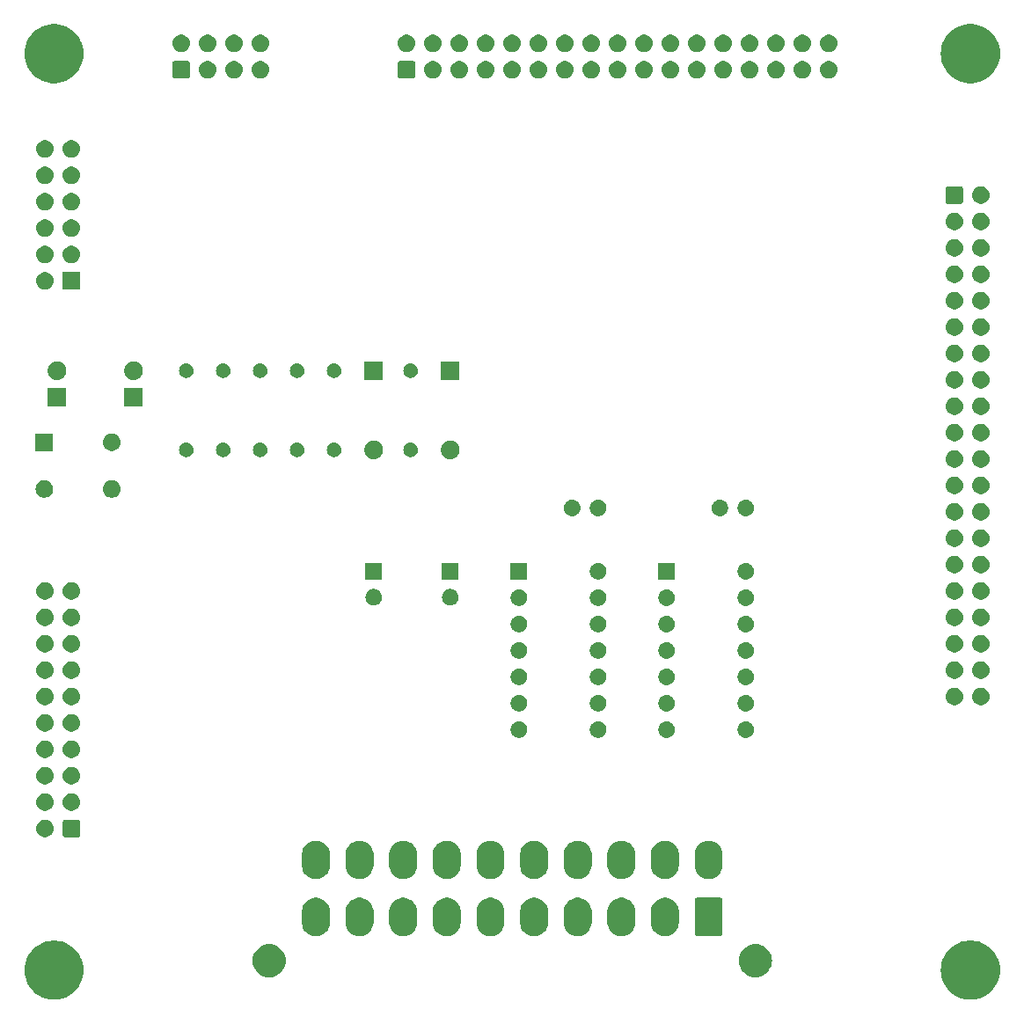
<source format=gbr>
%TF.GenerationSoftware,KiCad,Pcbnew,8.0.2*%
%TF.CreationDate,2024-06-21T19:26:28+02:00*%
%TF.ProjectId,power_board_v2,706f7765-725f-4626-9f61-72645f76322e,2.0*%
%TF.SameCoordinates,Original*%
%TF.FileFunction,Soldermask,Top*%
%TF.FilePolarity,Negative*%
%FSLAX46Y46*%
G04 Gerber Fmt 4.6, Leading zero omitted, Abs format (unit mm)*
G04 Created by KiCad (PCBNEW 8.0.2) date 2024-06-21 19:26:28*
%MOMM*%
%LPD*%
G01*
G04 APERTURE LIST*
G04 APERTURE END LIST*
G36*
X29419897Y-114318298D02*
G01*
X29742389Y-114394730D01*
X30053827Y-114508084D01*
X30350000Y-114656828D01*
X30626902Y-114838949D01*
X30880789Y-115051985D01*
X31108227Y-115293055D01*
X31306140Y-115558899D01*
X31471853Y-115845922D01*
X31603124Y-116150243D01*
X31698178Y-116467745D01*
X31755729Y-116794135D01*
X31775000Y-117125000D01*
X31755729Y-117455865D01*
X31698178Y-117782255D01*
X31603124Y-118099757D01*
X31471853Y-118404078D01*
X31306140Y-118691101D01*
X31108227Y-118956945D01*
X30880789Y-119198015D01*
X30626902Y-119411051D01*
X30350000Y-119593172D01*
X30053827Y-119741916D01*
X29742389Y-119855270D01*
X29419897Y-119931702D01*
X29090713Y-119970178D01*
X28759287Y-119970178D01*
X28430103Y-119931702D01*
X28107611Y-119855270D01*
X27796173Y-119741916D01*
X27500000Y-119593172D01*
X27223098Y-119411051D01*
X26969211Y-119198015D01*
X26741773Y-118956945D01*
X26543860Y-118691101D01*
X26378147Y-118404078D01*
X26246876Y-118099757D01*
X26151822Y-117782255D01*
X26094271Y-117455865D01*
X26075000Y-117125000D01*
X26094271Y-116794135D01*
X26151822Y-116467745D01*
X26246876Y-116150243D01*
X26378147Y-115845922D01*
X26543860Y-115558899D01*
X26741773Y-115293055D01*
X26969211Y-115051985D01*
X27223098Y-114838949D01*
X27500000Y-114656828D01*
X27796173Y-114508084D01*
X28107611Y-114394730D01*
X28430103Y-114318298D01*
X28759287Y-114279822D01*
X29090713Y-114279822D01*
X29419897Y-114318298D01*
G37*
G36*
X117619897Y-114318298D02*
G01*
X117942389Y-114394730D01*
X118253827Y-114508084D01*
X118550000Y-114656828D01*
X118826902Y-114838949D01*
X119080789Y-115051985D01*
X119308227Y-115293055D01*
X119506140Y-115558899D01*
X119671853Y-115845922D01*
X119803124Y-116150243D01*
X119898178Y-116467745D01*
X119955729Y-116794135D01*
X119975000Y-117125000D01*
X119955729Y-117455865D01*
X119898178Y-117782255D01*
X119803124Y-118099757D01*
X119671853Y-118404078D01*
X119506140Y-118691101D01*
X119308227Y-118956945D01*
X119080789Y-119198015D01*
X118826902Y-119411051D01*
X118550000Y-119593172D01*
X118253827Y-119741916D01*
X117942389Y-119855270D01*
X117619897Y-119931702D01*
X117290713Y-119970178D01*
X116959287Y-119970178D01*
X116630103Y-119931702D01*
X116307611Y-119855270D01*
X115996173Y-119741916D01*
X115700000Y-119593172D01*
X115423098Y-119411051D01*
X115169211Y-119198015D01*
X114941773Y-118956945D01*
X114743860Y-118691101D01*
X114578147Y-118404078D01*
X114446876Y-118099757D01*
X114351822Y-117782255D01*
X114294271Y-117455865D01*
X114275000Y-117125000D01*
X114294271Y-116794135D01*
X114351822Y-116467745D01*
X114446876Y-116150243D01*
X114578147Y-115845922D01*
X114743860Y-115558899D01*
X114941773Y-115293055D01*
X115169211Y-115051985D01*
X115423098Y-114838949D01*
X115700000Y-114656828D01*
X115996173Y-114508084D01*
X116307611Y-114394730D01*
X116630103Y-114318298D01*
X116959287Y-114279822D01*
X117290713Y-114279822D01*
X117619897Y-114318298D01*
G37*
G36*
X49875295Y-114633699D02*
G01*
X50119427Y-114692310D01*
X50351385Y-114788390D01*
X50565456Y-114919573D01*
X50756371Y-115082629D01*
X50919427Y-115273544D01*
X51050610Y-115487615D01*
X51146690Y-115719573D01*
X51205301Y-115963705D01*
X51225000Y-116214000D01*
X51205301Y-116464295D01*
X51146690Y-116708427D01*
X51050610Y-116940385D01*
X50919427Y-117154456D01*
X50756371Y-117345371D01*
X50565456Y-117508427D01*
X50351385Y-117639610D01*
X50119427Y-117735690D01*
X49875295Y-117794301D01*
X49625000Y-117814000D01*
X49374705Y-117794301D01*
X49130573Y-117735690D01*
X48898615Y-117639610D01*
X48684544Y-117508427D01*
X48493629Y-117345371D01*
X48330573Y-117154456D01*
X48199390Y-116940385D01*
X48103310Y-116708427D01*
X48044699Y-116464295D01*
X48025000Y-116214000D01*
X48044699Y-115963705D01*
X48103310Y-115719573D01*
X48199390Y-115487615D01*
X48330573Y-115273544D01*
X48493629Y-115082629D01*
X48684544Y-114919573D01*
X48898615Y-114788390D01*
X49130573Y-114692310D01*
X49374705Y-114633699D01*
X49625000Y-114614000D01*
X49875295Y-114633699D01*
G37*
G36*
X96675295Y-114633699D02*
G01*
X96919427Y-114692310D01*
X97151385Y-114788390D01*
X97365456Y-114919573D01*
X97556371Y-115082629D01*
X97719427Y-115273544D01*
X97850610Y-115487615D01*
X97946690Y-115719573D01*
X98005301Y-115963705D01*
X98025000Y-116214000D01*
X98005301Y-116464295D01*
X97946690Y-116708427D01*
X97850610Y-116940385D01*
X97719427Y-117154456D01*
X97556371Y-117345371D01*
X97365456Y-117508427D01*
X97151385Y-117639610D01*
X96919427Y-117735690D01*
X96675295Y-117794301D01*
X96425000Y-117814000D01*
X96174705Y-117794301D01*
X95930573Y-117735690D01*
X95698615Y-117639610D01*
X95484544Y-117508427D01*
X95293629Y-117345371D01*
X95130573Y-117154456D01*
X94999390Y-116940385D01*
X94903310Y-116708427D01*
X94844699Y-116464295D01*
X94825000Y-116214000D01*
X94844699Y-115963705D01*
X94903310Y-115719573D01*
X94999390Y-115487615D01*
X95130573Y-115273544D01*
X95293629Y-115082629D01*
X95484544Y-114919573D01*
X95698615Y-114788390D01*
X95930573Y-114692310D01*
X96174705Y-114633699D01*
X96425000Y-114614000D01*
X96675295Y-114633699D01*
G37*
G36*
X93029115Y-110164818D02*
G01*
X93080378Y-110170766D01*
X93097892Y-110178499D01*
X93120670Y-110183030D01*
X93145054Y-110199323D01*
X93165788Y-110208478D01*
X93179950Y-110222640D01*
X93201776Y-110237224D01*
X93216359Y-110259049D01*
X93230521Y-110273211D01*
X93239675Y-110293943D01*
X93255970Y-110318330D01*
X93260500Y-110341108D01*
X93268233Y-110358621D01*
X93274182Y-110409898D01*
X93274999Y-110414002D01*
X93274999Y-110416932D01*
X93275000Y-110416941D01*
X93275000Y-112513106D01*
X93275000Y-113613999D01*
X93274180Y-113618116D01*
X93268233Y-113669378D01*
X93260501Y-113686888D01*
X93255970Y-113709670D01*
X93239673Y-113734058D01*
X93230521Y-113754788D01*
X93216361Y-113768947D01*
X93201776Y-113790776D01*
X93179947Y-113805361D01*
X93165788Y-113819521D01*
X93145058Y-113828673D01*
X93120670Y-113844970D01*
X93097889Y-113849501D01*
X93080378Y-113857233D01*
X93029102Y-113863182D01*
X93024998Y-113863999D01*
X93022066Y-113863999D01*
X93022058Y-113864000D01*
X90827942Y-113864000D01*
X90827941Y-113863999D01*
X90825001Y-113864000D01*
X90820883Y-113863181D01*
X90769621Y-113857233D01*
X90752110Y-113849501D01*
X90729330Y-113844970D01*
X90704943Y-113828675D01*
X90684211Y-113819521D01*
X90670049Y-113805359D01*
X90648224Y-113790776D01*
X90633640Y-113768950D01*
X90619478Y-113754788D01*
X90610323Y-113734054D01*
X90594030Y-113709670D01*
X90589499Y-113686893D01*
X90581766Y-113669378D01*
X90575817Y-113618101D01*
X90575001Y-113613998D01*
X90575000Y-113611066D01*
X90575000Y-113611058D01*
X90575000Y-110416941D01*
X90575000Y-110416940D01*
X90575000Y-110414001D01*
X90575818Y-110409886D01*
X90581766Y-110358621D01*
X90589499Y-110341105D01*
X90594030Y-110318330D01*
X90610321Y-110293947D01*
X90619478Y-110273211D01*
X90633642Y-110259046D01*
X90648224Y-110237224D01*
X90670046Y-110222642D01*
X90684211Y-110208478D01*
X90704947Y-110199321D01*
X90729330Y-110183030D01*
X90752104Y-110178500D01*
X90769621Y-110170766D01*
X90820898Y-110164817D01*
X90825002Y-110164001D01*
X90827933Y-110164000D01*
X90827942Y-110164000D01*
X93022058Y-110164000D01*
X93024999Y-110164000D01*
X93029115Y-110164818D01*
G37*
G36*
X54440151Y-110201301D02*
G01*
X54641623Y-110266763D01*
X54830373Y-110362936D01*
X55001755Y-110487452D01*
X55151548Y-110637245D01*
X55276064Y-110808627D01*
X55372237Y-110997377D01*
X55437699Y-111198849D01*
X55470838Y-111408080D01*
X55475000Y-112514000D01*
X55470838Y-112619920D01*
X55437699Y-112829151D01*
X55372237Y-113030623D01*
X55276064Y-113219373D01*
X55151548Y-113390755D01*
X55001755Y-113540548D01*
X54830373Y-113665064D01*
X54641623Y-113761237D01*
X54440151Y-113826699D01*
X54230920Y-113859838D01*
X54019080Y-113859838D01*
X53809849Y-113826699D01*
X53608377Y-113761237D01*
X53419627Y-113665064D01*
X53248245Y-113540548D01*
X53098452Y-113390755D01*
X52973936Y-113219373D01*
X52877763Y-113030623D01*
X52812301Y-112829151D01*
X52779162Y-112619920D01*
X52775000Y-111514000D01*
X52779162Y-111408080D01*
X52812301Y-111198849D01*
X52877763Y-110997377D01*
X52973936Y-110808627D01*
X53098452Y-110637245D01*
X53248245Y-110487452D01*
X53419627Y-110362936D01*
X53608377Y-110266763D01*
X53809849Y-110201301D01*
X54019080Y-110168162D01*
X54230920Y-110168162D01*
X54440151Y-110201301D01*
G37*
G36*
X58640151Y-110201301D02*
G01*
X58841623Y-110266763D01*
X59030373Y-110362936D01*
X59201755Y-110487452D01*
X59351548Y-110637245D01*
X59476064Y-110808627D01*
X59572237Y-110997377D01*
X59637699Y-111198849D01*
X59670838Y-111408080D01*
X59675000Y-112514000D01*
X59670838Y-112619920D01*
X59637699Y-112829151D01*
X59572237Y-113030623D01*
X59476064Y-113219373D01*
X59351548Y-113390755D01*
X59201755Y-113540548D01*
X59030373Y-113665064D01*
X58841623Y-113761237D01*
X58640151Y-113826699D01*
X58430920Y-113859838D01*
X58219080Y-113859838D01*
X58009849Y-113826699D01*
X57808377Y-113761237D01*
X57619627Y-113665064D01*
X57448245Y-113540548D01*
X57298452Y-113390755D01*
X57173936Y-113219373D01*
X57077763Y-113030623D01*
X57012301Y-112829151D01*
X56979162Y-112619920D01*
X56975000Y-111514000D01*
X56979162Y-111408080D01*
X57012301Y-111198849D01*
X57077763Y-110997377D01*
X57173936Y-110808627D01*
X57298452Y-110637245D01*
X57448245Y-110487452D01*
X57619627Y-110362936D01*
X57808377Y-110266763D01*
X58009849Y-110201301D01*
X58219080Y-110168162D01*
X58430920Y-110168162D01*
X58640151Y-110201301D01*
G37*
G36*
X62840151Y-110201301D02*
G01*
X63041623Y-110266763D01*
X63230373Y-110362936D01*
X63401755Y-110487452D01*
X63551548Y-110637245D01*
X63676064Y-110808627D01*
X63772237Y-110997377D01*
X63837699Y-111198849D01*
X63870838Y-111408080D01*
X63875000Y-112514000D01*
X63870838Y-112619920D01*
X63837699Y-112829151D01*
X63772237Y-113030623D01*
X63676064Y-113219373D01*
X63551548Y-113390755D01*
X63401755Y-113540548D01*
X63230373Y-113665064D01*
X63041623Y-113761237D01*
X62840151Y-113826699D01*
X62630920Y-113859838D01*
X62419080Y-113859838D01*
X62209849Y-113826699D01*
X62008377Y-113761237D01*
X61819627Y-113665064D01*
X61648245Y-113540548D01*
X61498452Y-113390755D01*
X61373936Y-113219373D01*
X61277763Y-113030623D01*
X61212301Y-112829151D01*
X61179162Y-112619920D01*
X61175000Y-111514000D01*
X61179162Y-111408080D01*
X61212301Y-111198849D01*
X61277763Y-110997377D01*
X61373936Y-110808627D01*
X61498452Y-110637245D01*
X61648245Y-110487452D01*
X61819627Y-110362936D01*
X62008377Y-110266763D01*
X62209849Y-110201301D01*
X62419080Y-110168162D01*
X62630920Y-110168162D01*
X62840151Y-110201301D01*
G37*
G36*
X67040151Y-110201301D02*
G01*
X67241623Y-110266763D01*
X67430373Y-110362936D01*
X67601755Y-110487452D01*
X67751548Y-110637245D01*
X67876064Y-110808627D01*
X67972237Y-110997377D01*
X68037699Y-111198849D01*
X68070838Y-111408080D01*
X68075000Y-112514000D01*
X68070838Y-112619920D01*
X68037699Y-112829151D01*
X67972237Y-113030623D01*
X67876064Y-113219373D01*
X67751548Y-113390755D01*
X67601755Y-113540548D01*
X67430373Y-113665064D01*
X67241623Y-113761237D01*
X67040151Y-113826699D01*
X66830920Y-113859838D01*
X66619080Y-113859838D01*
X66409849Y-113826699D01*
X66208377Y-113761237D01*
X66019627Y-113665064D01*
X65848245Y-113540548D01*
X65698452Y-113390755D01*
X65573936Y-113219373D01*
X65477763Y-113030623D01*
X65412301Y-112829151D01*
X65379162Y-112619920D01*
X65375000Y-111514000D01*
X65379162Y-111408080D01*
X65412301Y-111198849D01*
X65477763Y-110997377D01*
X65573936Y-110808627D01*
X65698452Y-110637245D01*
X65848245Y-110487452D01*
X66019627Y-110362936D01*
X66208377Y-110266763D01*
X66409849Y-110201301D01*
X66619080Y-110168162D01*
X66830920Y-110168162D01*
X67040151Y-110201301D01*
G37*
G36*
X71240151Y-110201301D02*
G01*
X71441623Y-110266763D01*
X71630373Y-110362936D01*
X71801755Y-110487452D01*
X71951548Y-110637245D01*
X72076064Y-110808627D01*
X72172237Y-110997377D01*
X72237699Y-111198849D01*
X72270838Y-111408080D01*
X72275000Y-112514000D01*
X72270838Y-112619920D01*
X72237699Y-112829151D01*
X72172237Y-113030623D01*
X72076064Y-113219373D01*
X71951548Y-113390755D01*
X71801755Y-113540548D01*
X71630373Y-113665064D01*
X71441623Y-113761237D01*
X71240151Y-113826699D01*
X71030920Y-113859838D01*
X70819080Y-113859838D01*
X70609849Y-113826699D01*
X70408377Y-113761237D01*
X70219627Y-113665064D01*
X70048245Y-113540548D01*
X69898452Y-113390755D01*
X69773936Y-113219373D01*
X69677763Y-113030623D01*
X69612301Y-112829151D01*
X69579162Y-112619920D01*
X69575000Y-111514000D01*
X69579162Y-111408080D01*
X69612301Y-111198849D01*
X69677763Y-110997377D01*
X69773936Y-110808627D01*
X69898452Y-110637245D01*
X70048245Y-110487452D01*
X70219627Y-110362936D01*
X70408377Y-110266763D01*
X70609849Y-110201301D01*
X70819080Y-110168162D01*
X71030920Y-110168162D01*
X71240151Y-110201301D01*
G37*
G36*
X75440151Y-110201301D02*
G01*
X75641623Y-110266763D01*
X75830373Y-110362936D01*
X76001755Y-110487452D01*
X76151548Y-110637245D01*
X76276064Y-110808627D01*
X76372237Y-110997377D01*
X76437699Y-111198849D01*
X76470838Y-111408080D01*
X76475000Y-112514000D01*
X76470838Y-112619920D01*
X76437699Y-112829151D01*
X76372237Y-113030623D01*
X76276064Y-113219373D01*
X76151548Y-113390755D01*
X76001755Y-113540548D01*
X75830373Y-113665064D01*
X75641623Y-113761237D01*
X75440151Y-113826699D01*
X75230920Y-113859838D01*
X75019080Y-113859838D01*
X74809849Y-113826699D01*
X74608377Y-113761237D01*
X74419627Y-113665064D01*
X74248245Y-113540548D01*
X74098452Y-113390755D01*
X73973936Y-113219373D01*
X73877763Y-113030623D01*
X73812301Y-112829151D01*
X73779162Y-112619920D01*
X73775000Y-111514000D01*
X73779162Y-111408080D01*
X73812301Y-111198849D01*
X73877763Y-110997377D01*
X73973936Y-110808627D01*
X74098452Y-110637245D01*
X74248245Y-110487452D01*
X74419627Y-110362936D01*
X74608377Y-110266763D01*
X74809849Y-110201301D01*
X75019080Y-110168162D01*
X75230920Y-110168162D01*
X75440151Y-110201301D01*
G37*
G36*
X79640151Y-110201301D02*
G01*
X79841623Y-110266763D01*
X80030373Y-110362936D01*
X80201755Y-110487452D01*
X80351548Y-110637245D01*
X80476064Y-110808627D01*
X80572237Y-110997377D01*
X80637699Y-111198849D01*
X80670838Y-111408080D01*
X80675000Y-112514000D01*
X80670838Y-112619920D01*
X80637699Y-112829151D01*
X80572237Y-113030623D01*
X80476064Y-113219373D01*
X80351548Y-113390755D01*
X80201755Y-113540548D01*
X80030373Y-113665064D01*
X79841623Y-113761237D01*
X79640151Y-113826699D01*
X79430920Y-113859838D01*
X79219080Y-113859838D01*
X79009849Y-113826699D01*
X78808377Y-113761237D01*
X78619627Y-113665064D01*
X78448245Y-113540548D01*
X78298452Y-113390755D01*
X78173936Y-113219373D01*
X78077763Y-113030623D01*
X78012301Y-112829151D01*
X77979162Y-112619920D01*
X77975000Y-111514000D01*
X77979162Y-111408080D01*
X78012301Y-111198849D01*
X78077763Y-110997377D01*
X78173936Y-110808627D01*
X78298452Y-110637245D01*
X78448245Y-110487452D01*
X78619627Y-110362936D01*
X78808377Y-110266763D01*
X79009849Y-110201301D01*
X79219080Y-110168162D01*
X79430920Y-110168162D01*
X79640151Y-110201301D01*
G37*
G36*
X83840151Y-110201301D02*
G01*
X84041623Y-110266763D01*
X84230373Y-110362936D01*
X84401755Y-110487452D01*
X84551548Y-110637245D01*
X84676064Y-110808627D01*
X84772237Y-110997377D01*
X84837699Y-111198849D01*
X84870838Y-111408080D01*
X84875000Y-112514000D01*
X84870838Y-112619920D01*
X84837699Y-112829151D01*
X84772237Y-113030623D01*
X84676064Y-113219373D01*
X84551548Y-113390755D01*
X84401755Y-113540548D01*
X84230373Y-113665064D01*
X84041623Y-113761237D01*
X83840151Y-113826699D01*
X83630920Y-113859838D01*
X83419080Y-113859838D01*
X83209849Y-113826699D01*
X83008377Y-113761237D01*
X82819627Y-113665064D01*
X82648245Y-113540548D01*
X82498452Y-113390755D01*
X82373936Y-113219373D01*
X82277763Y-113030623D01*
X82212301Y-112829151D01*
X82179162Y-112619920D01*
X82175000Y-111514000D01*
X82179162Y-111408080D01*
X82212301Y-111198849D01*
X82277763Y-110997377D01*
X82373936Y-110808627D01*
X82498452Y-110637245D01*
X82648245Y-110487452D01*
X82819627Y-110362936D01*
X83008377Y-110266763D01*
X83209849Y-110201301D01*
X83419080Y-110168162D01*
X83630920Y-110168162D01*
X83840151Y-110201301D01*
G37*
G36*
X88040151Y-110201301D02*
G01*
X88241623Y-110266763D01*
X88430373Y-110362936D01*
X88601755Y-110487452D01*
X88751548Y-110637245D01*
X88876064Y-110808627D01*
X88972237Y-110997377D01*
X89037699Y-111198849D01*
X89070838Y-111408080D01*
X89075000Y-112514000D01*
X89070838Y-112619920D01*
X89037699Y-112829151D01*
X88972237Y-113030623D01*
X88876064Y-113219373D01*
X88751548Y-113390755D01*
X88601755Y-113540548D01*
X88430373Y-113665064D01*
X88241623Y-113761237D01*
X88040151Y-113826699D01*
X87830920Y-113859838D01*
X87619080Y-113859838D01*
X87409849Y-113826699D01*
X87208377Y-113761237D01*
X87019627Y-113665064D01*
X86848245Y-113540548D01*
X86698452Y-113390755D01*
X86573936Y-113219373D01*
X86477763Y-113030623D01*
X86412301Y-112829151D01*
X86379162Y-112619920D01*
X86375000Y-111514000D01*
X86379162Y-111408080D01*
X86412301Y-111198849D01*
X86477763Y-110997377D01*
X86573936Y-110808627D01*
X86698452Y-110637245D01*
X86848245Y-110487452D01*
X87019627Y-110362936D01*
X87208377Y-110266763D01*
X87409849Y-110201301D01*
X87619080Y-110168162D01*
X87830920Y-110168162D01*
X88040151Y-110201301D01*
G37*
G36*
X54440151Y-104701301D02*
G01*
X54641623Y-104766763D01*
X54830373Y-104862936D01*
X55001755Y-104987452D01*
X55151548Y-105137245D01*
X55276064Y-105308627D01*
X55372237Y-105497377D01*
X55437699Y-105698849D01*
X55470838Y-105908080D01*
X55475000Y-107014000D01*
X55470838Y-107119920D01*
X55437699Y-107329151D01*
X55372237Y-107530623D01*
X55276064Y-107719373D01*
X55151548Y-107890755D01*
X55001755Y-108040548D01*
X54830373Y-108165064D01*
X54641623Y-108261237D01*
X54440151Y-108326699D01*
X54230920Y-108359838D01*
X54019080Y-108359838D01*
X53809849Y-108326699D01*
X53608377Y-108261237D01*
X53419627Y-108165064D01*
X53248245Y-108040548D01*
X53098452Y-107890755D01*
X52973936Y-107719373D01*
X52877763Y-107530623D01*
X52812301Y-107329151D01*
X52779162Y-107119920D01*
X52775000Y-106014000D01*
X52779162Y-105908080D01*
X52812301Y-105698849D01*
X52877763Y-105497377D01*
X52973936Y-105308627D01*
X53098452Y-105137245D01*
X53248245Y-104987452D01*
X53419627Y-104862936D01*
X53608377Y-104766763D01*
X53809849Y-104701301D01*
X54019080Y-104668162D01*
X54230920Y-104668162D01*
X54440151Y-104701301D01*
G37*
G36*
X58640151Y-104701301D02*
G01*
X58841623Y-104766763D01*
X59030373Y-104862936D01*
X59201755Y-104987452D01*
X59351548Y-105137245D01*
X59476064Y-105308627D01*
X59572237Y-105497377D01*
X59637699Y-105698849D01*
X59670838Y-105908080D01*
X59675000Y-107014000D01*
X59670838Y-107119920D01*
X59637699Y-107329151D01*
X59572237Y-107530623D01*
X59476064Y-107719373D01*
X59351548Y-107890755D01*
X59201755Y-108040548D01*
X59030373Y-108165064D01*
X58841623Y-108261237D01*
X58640151Y-108326699D01*
X58430920Y-108359838D01*
X58219080Y-108359838D01*
X58009849Y-108326699D01*
X57808377Y-108261237D01*
X57619627Y-108165064D01*
X57448245Y-108040548D01*
X57298452Y-107890755D01*
X57173936Y-107719373D01*
X57077763Y-107530623D01*
X57012301Y-107329151D01*
X56979162Y-107119920D01*
X56975000Y-106014000D01*
X56979162Y-105908080D01*
X57012301Y-105698849D01*
X57077763Y-105497377D01*
X57173936Y-105308627D01*
X57298452Y-105137245D01*
X57448245Y-104987452D01*
X57619627Y-104862936D01*
X57808377Y-104766763D01*
X58009849Y-104701301D01*
X58219080Y-104668162D01*
X58430920Y-104668162D01*
X58640151Y-104701301D01*
G37*
G36*
X62840151Y-104701301D02*
G01*
X63041623Y-104766763D01*
X63230373Y-104862936D01*
X63401755Y-104987452D01*
X63551548Y-105137245D01*
X63676064Y-105308627D01*
X63772237Y-105497377D01*
X63837699Y-105698849D01*
X63870838Y-105908080D01*
X63875000Y-107014000D01*
X63870838Y-107119920D01*
X63837699Y-107329151D01*
X63772237Y-107530623D01*
X63676064Y-107719373D01*
X63551548Y-107890755D01*
X63401755Y-108040548D01*
X63230373Y-108165064D01*
X63041623Y-108261237D01*
X62840151Y-108326699D01*
X62630920Y-108359838D01*
X62419080Y-108359838D01*
X62209849Y-108326699D01*
X62008377Y-108261237D01*
X61819627Y-108165064D01*
X61648245Y-108040548D01*
X61498452Y-107890755D01*
X61373936Y-107719373D01*
X61277763Y-107530623D01*
X61212301Y-107329151D01*
X61179162Y-107119920D01*
X61175000Y-106014000D01*
X61179162Y-105908080D01*
X61212301Y-105698849D01*
X61277763Y-105497377D01*
X61373936Y-105308627D01*
X61498452Y-105137245D01*
X61648245Y-104987452D01*
X61819627Y-104862936D01*
X62008377Y-104766763D01*
X62209849Y-104701301D01*
X62419080Y-104668162D01*
X62630920Y-104668162D01*
X62840151Y-104701301D01*
G37*
G36*
X67040151Y-104701301D02*
G01*
X67241623Y-104766763D01*
X67430373Y-104862936D01*
X67601755Y-104987452D01*
X67751548Y-105137245D01*
X67876064Y-105308627D01*
X67972237Y-105497377D01*
X68037699Y-105698849D01*
X68070838Y-105908080D01*
X68075000Y-107014000D01*
X68070838Y-107119920D01*
X68037699Y-107329151D01*
X67972237Y-107530623D01*
X67876064Y-107719373D01*
X67751548Y-107890755D01*
X67601755Y-108040548D01*
X67430373Y-108165064D01*
X67241623Y-108261237D01*
X67040151Y-108326699D01*
X66830920Y-108359838D01*
X66619080Y-108359838D01*
X66409849Y-108326699D01*
X66208377Y-108261237D01*
X66019627Y-108165064D01*
X65848245Y-108040548D01*
X65698452Y-107890755D01*
X65573936Y-107719373D01*
X65477763Y-107530623D01*
X65412301Y-107329151D01*
X65379162Y-107119920D01*
X65375000Y-106014000D01*
X65379162Y-105908080D01*
X65412301Y-105698849D01*
X65477763Y-105497377D01*
X65573936Y-105308627D01*
X65698452Y-105137245D01*
X65848245Y-104987452D01*
X66019627Y-104862936D01*
X66208377Y-104766763D01*
X66409849Y-104701301D01*
X66619080Y-104668162D01*
X66830920Y-104668162D01*
X67040151Y-104701301D01*
G37*
G36*
X71240151Y-104701301D02*
G01*
X71441623Y-104766763D01*
X71630373Y-104862936D01*
X71801755Y-104987452D01*
X71951548Y-105137245D01*
X72076064Y-105308627D01*
X72172237Y-105497377D01*
X72237699Y-105698849D01*
X72270838Y-105908080D01*
X72275000Y-107014000D01*
X72270838Y-107119920D01*
X72237699Y-107329151D01*
X72172237Y-107530623D01*
X72076064Y-107719373D01*
X71951548Y-107890755D01*
X71801755Y-108040548D01*
X71630373Y-108165064D01*
X71441623Y-108261237D01*
X71240151Y-108326699D01*
X71030920Y-108359838D01*
X70819080Y-108359838D01*
X70609849Y-108326699D01*
X70408377Y-108261237D01*
X70219627Y-108165064D01*
X70048245Y-108040548D01*
X69898452Y-107890755D01*
X69773936Y-107719373D01*
X69677763Y-107530623D01*
X69612301Y-107329151D01*
X69579162Y-107119920D01*
X69575000Y-106014000D01*
X69579162Y-105908080D01*
X69612301Y-105698849D01*
X69677763Y-105497377D01*
X69773936Y-105308627D01*
X69898452Y-105137245D01*
X70048245Y-104987452D01*
X70219627Y-104862936D01*
X70408377Y-104766763D01*
X70609849Y-104701301D01*
X70819080Y-104668162D01*
X71030920Y-104668162D01*
X71240151Y-104701301D01*
G37*
G36*
X75440151Y-104701301D02*
G01*
X75641623Y-104766763D01*
X75830373Y-104862936D01*
X76001755Y-104987452D01*
X76151548Y-105137245D01*
X76276064Y-105308627D01*
X76372237Y-105497377D01*
X76437699Y-105698849D01*
X76470838Y-105908080D01*
X76475000Y-107014000D01*
X76470838Y-107119920D01*
X76437699Y-107329151D01*
X76372237Y-107530623D01*
X76276064Y-107719373D01*
X76151548Y-107890755D01*
X76001755Y-108040548D01*
X75830373Y-108165064D01*
X75641623Y-108261237D01*
X75440151Y-108326699D01*
X75230920Y-108359838D01*
X75019080Y-108359838D01*
X74809849Y-108326699D01*
X74608377Y-108261237D01*
X74419627Y-108165064D01*
X74248245Y-108040548D01*
X74098452Y-107890755D01*
X73973936Y-107719373D01*
X73877763Y-107530623D01*
X73812301Y-107329151D01*
X73779162Y-107119920D01*
X73775000Y-106014000D01*
X73779162Y-105908080D01*
X73812301Y-105698849D01*
X73877763Y-105497377D01*
X73973936Y-105308627D01*
X74098452Y-105137245D01*
X74248245Y-104987452D01*
X74419627Y-104862936D01*
X74608377Y-104766763D01*
X74809849Y-104701301D01*
X75019080Y-104668162D01*
X75230920Y-104668162D01*
X75440151Y-104701301D01*
G37*
G36*
X79640151Y-104701301D02*
G01*
X79841623Y-104766763D01*
X80030373Y-104862936D01*
X80201755Y-104987452D01*
X80351548Y-105137245D01*
X80476064Y-105308627D01*
X80572237Y-105497377D01*
X80637699Y-105698849D01*
X80670838Y-105908080D01*
X80675000Y-107014000D01*
X80670838Y-107119920D01*
X80637699Y-107329151D01*
X80572237Y-107530623D01*
X80476064Y-107719373D01*
X80351548Y-107890755D01*
X80201755Y-108040548D01*
X80030373Y-108165064D01*
X79841623Y-108261237D01*
X79640151Y-108326699D01*
X79430920Y-108359838D01*
X79219080Y-108359838D01*
X79009849Y-108326699D01*
X78808377Y-108261237D01*
X78619627Y-108165064D01*
X78448245Y-108040548D01*
X78298452Y-107890755D01*
X78173936Y-107719373D01*
X78077763Y-107530623D01*
X78012301Y-107329151D01*
X77979162Y-107119920D01*
X77975000Y-106014000D01*
X77979162Y-105908080D01*
X78012301Y-105698849D01*
X78077763Y-105497377D01*
X78173936Y-105308627D01*
X78298452Y-105137245D01*
X78448245Y-104987452D01*
X78619627Y-104862936D01*
X78808377Y-104766763D01*
X79009849Y-104701301D01*
X79219080Y-104668162D01*
X79430920Y-104668162D01*
X79640151Y-104701301D01*
G37*
G36*
X83840151Y-104701301D02*
G01*
X84041623Y-104766763D01*
X84230373Y-104862936D01*
X84401755Y-104987452D01*
X84551548Y-105137245D01*
X84676064Y-105308627D01*
X84772237Y-105497377D01*
X84837699Y-105698849D01*
X84870838Y-105908080D01*
X84875000Y-107014000D01*
X84870838Y-107119920D01*
X84837699Y-107329151D01*
X84772237Y-107530623D01*
X84676064Y-107719373D01*
X84551548Y-107890755D01*
X84401755Y-108040548D01*
X84230373Y-108165064D01*
X84041623Y-108261237D01*
X83840151Y-108326699D01*
X83630920Y-108359838D01*
X83419080Y-108359838D01*
X83209849Y-108326699D01*
X83008377Y-108261237D01*
X82819627Y-108165064D01*
X82648245Y-108040548D01*
X82498452Y-107890755D01*
X82373936Y-107719373D01*
X82277763Y-107530623D01*
X82212301Y-107329151D01*
X82179162Y-107119920D01*
X82175000Y-106014000D01*
X82179162Y-105908080D01*
X82212301Y-105698849D01*
X82277763Y-105497377D01*
X82373936Y-105308627D01*
X82498452Y-105137245D01*
X82648245Y-104987452D01*
X82819627Y-104862936D01*
X83008377Y-104766763D01*
X83209849Y-104701301D01*
X83419080Y-104668162D01*
X83630920Y-104668162D01*
X83840151Y-104701301D01*
G37*
G36*
X88040151Y-104701301D02*
G01*
X88241623Y-104766763D01*
X88430373Y-104862936D01*
X88601755Y-104987452D01*
X88751548Y-105137245D01*
X88876064Y-105308627D01*
X88972237Y-105497377D01*
X89037699Y-105698849D01*
X89070838Y-105908080D01*
X89075000Y-107014000D01*
X89070838Y-107119920D01*
X89037699Y-107329151D01*
X88972237Y-107530623D01*
X88876064Y-107719373D01*
X88751548Y-107890755D01*
X88601755Y-108040548D01*
X88430373Y-108165064D01*
X88241623Y-108261237D01*
X88040151Y-108326699D01*
X87830920Y-108359838D01*
X87619080Y-108359838D01*
X87409849Y-108326699D01*
X87208377Y-108261237D01*
X87019627Y-108165064D01*
X86848245Y-108040548D01*
X86698452Y-107890755D01*
X86573936Y-107719373D01*
X86477763Y-107530623D01*
X86412301Y-107329151D01*
X86379162Y-107119920D01*
X86375000Y-106014000D01*
X86379162Y-105908080D01*
X86412301Y-105698849D01*
X86477763Y-105497377D01*
X86573936Y-105308627D01*
X86698452Y-105137245D01*
X86848245Y-104987452D01*
X87019627Y-104862936D01*
X87208377Y-104766763D01*
X87409849Y-104701301D01*
X87619080Y-104668162D01*
X87830920Y-104668162D01*
X88040151Y-104701301D01*
G37*
G36*
X92240151Y-104701301D02*
G01*
X92441623Y-104766763D01*
X92630373Y-104862936D01*
X92801755Y-104987452D01*
X92951548Y-105137245D01*
X93076064Y-105308627D01*
X93172237Y-105497377D01*
X93237699Y-105698849D01*
X93270838Y-105908080D01*
X93275000Y-107014000D01*
X93270838Y-107119920D01*
X93237699Y-107329151D01*
X93172237Y-107530623D01*
X93076064Y-107719373D01*
X92951548Y-107890755D01*
X92801755Y-108040548D01*
X92630373Y-108165064D01*
X92441623Y-108261237D01*
X92240151Y-108326699D01*
X92030920Y-108359838D01*
X91819080Y-108359838D01*
X91609849Y-108326699D01*
X91408377Y-108261237D01*
X91219627Y-108165064D01*
X91048245Y-108040548D01*
X90898452Y-107890755D01*
X90773936Y-107719373D01*
X90677763Y-107530623D01*
X90612301Y-107329151D01*
X90579162Y-107119920D01*
X90575000Y-106014000D01*
X90579162Y-105908080D01*
X90612301Y-105698849D01*
X90677763Y-105497377D01*
X90773936Y-105308627D01*
X90898452Y-105137245D01*
X91048245Y-104987452D01*
X91219627Y-104862936D01*
X91408377Y-104766763D01*
X91609849Y-104701301D01*
X91819080Y-104668162D01*
X92030920Y-104668162D01*
X92240151Y-104701301D01*
G37*
G36*
X31211116Y-102655818D02*
G01*
X31262379Y-102661766D01*
X31279892Y-102669499D01*
X31302671Y-102674030D01*
X31327057Y-102690324D01*
X31347788Y-102699478D01*
X31361946Y-102713636D01*
X31383777Y-102728223D01*
X31398363Y-102750053D01*
X31412521Y-102764211D01*
X31421673Y-102784939D01*
X31437970Y-102809329D01*
X31442501Y-102832109D01*
X31450233Y-102849620D01*
X31456178Y-102900872D01*
X31457000Y-102905000D01*
X31457000Y-104105000D01*
X31456178Y-104109128D01*
X31450233Y-104160379D01*
X31442501Y-104177888D01*
X31437970Y-104200671D01*
X31421672Y-104225062D01*
X31412521Y-104245788D01*
X31398365Y-104259943D01*
X31383777Y-104281777D01*
X31361943Y-104296365D01*
X31347788Y-104310521D01*
X31327062Y-104319672D01*
X31302671Y-104335970D01*
X31279888Y-104340501D01*
X31262379Y-104348233D01*
X31211129Y-104354178D01*
X31207000Y-104355000D01*
X30007000Y-104355000D01*
X30002873Y-104354179D01*
X29951620Y-104348233D01*
X29934109Y-104340501D01*
X29911329Y-104335970D01*
X29886939Y-104319673D01*
X29866211Y-104310521D01*
X29852053Y-104296363D01*
X29830223Y-104281777D01*
X29815636Y-104259946D01*
X29801478Y-104245788D01*
X29792324Y-104225057D01*
X29776030Y-104200671D01*
X29771499Y-104177892D01*
X29763766Y-104160379D01*
X29757818Y-104109117D01*
X29757000Y-104105000D01*
X29757000Y-102905000D01*
X29757818Y-102900885D01*
X29763766Y-102849620D01*
X29771499Y-102832105D01*
X29776030Y-102809329D01*
X29792323Y-102784944D01*
X29801478Y-102764211D01*
X29815638Y-102750050D01*
X29830223Y-102728223D01*
X29852050Y-102713638D01*
X29866211Y-102699478D01*
X29886944Y-102690323D01*
X29911329Y-102674030D01*
X29934105Y-102669499D01*
X29951620Y-102661766D01*
X30002884Y-102655818D01*
X30007000Y-102655000D01*
X31207000Y-102655000D01*
X31211116Y-102655818D01*
G37*
G36*
X28329664Y-102696602D02*
G01*
X28492000Y-102768878D01*
X28635761Y-102873327D01*
X28754664Y-103005383D01*
X28843514Y-103159274D01*
X28898425Y-103328275D01*
X28917000Y-103505000D01*
X28898425Y-103681725D01*
X28843514Y-103850726D01*
X28754664Y-104004617D01*
X28635761Y-104136673D01*
X28492000Y-104241122D01*
X28329664Y-104313398D01*
X28155849Y-104350344D01*
X27978151Y-104350344D01*
X27804336Y-104313398D01*
X27642000Y-104241122D01*
X27498239Y-104136673D01*
X27379336Y-104004617D01*
X27290486Y-103850726D01*
X27235575Y-103681725D01*
X27217000Y-103505000D01*
X27235575Y-103328275D01*
X27290486Y-103159274D01*
X27379336Y-103005383D01*
X27498239Y-102873327D01*
X27642000Y-102768878D01*
X27804336Y-102696602D01*
X27978151Y-102659656D01*
X28155849Y-102659656D01*
X28329664Y-102696602D01*
G37*
G36*
X28329664Y-100156602D02*
G01*
X28492000Y-100228878D01*
X28635761Y-100333327D01*
X28754664Y-100465383D01*
X28843514Y-100619274D01*
X28898425Y-100788275D01*
X28917000Y-100965000D01*
X28898425Y-101141725D01*
X28843514Y-101310726D01*
X28754664Y-101464617D01*
X28635761Y-101596673D01*
X28492000Y-101701122D01*
X28329664Y-101773398D01*
X28155849Y-101810344D01*
X27978151Y-101810344D01*
X27804336Y-101773398D01*
X27642000Y-101701122D01*
X27498239Y-101596673D01*
X27379336Y-101464617D01*
X27290486Y-101310726D01*
X27235575Y-101141725D01*
X27217000Y-100965000D01*
X27235575Y-100788275D01*
X27290486Y-100619274D01*
X27379336Y-100465383D01*
X27498239Y-100333327D01*
X27642000Y-100228878D01*
X27804336Y-100156602D01*
X27978151Y-100119656D01*
X28155849Y-100119656D01*
X28329664Y-100156602D01*
G37*
G36*
X30869664Y-100156602D02*
G01*
X31032000Y-100228878D01*
X31175761Y-100333327D01*
X31294664Y-100465383D01*
X31383514Y-100619274D01*
X31438425Y-100788275D01*
X31457000Y-100965000D01*
X31438425Y-101141725D01*
X31383514Y-101310726D01*
X31294664Y-101464617D01*
X31175761Y-101596673D01*
X31032000Y-101701122D01*
X30869664Y-101773398D01*
X30695849Y-101810344D01*
X30518151Y-101810344D01*
X30344336Y-101773398D01*
X30182000Y-101701122D01*
X30038239Y-101596673D01*
X29919336Y-101464617D01*
X29830486Y-101310726D01*
X29775575Y-101141725D01*
X29757000Y-100965000D01*
X29775575Y-100788275D01*
X29830486Y-100619274D01*
X29919336Y-100465383D01*
X30038239Y-100333327D01*
X30182000Y-100228878D01*
X30344336Y-100156602D01*
X30518151Y-100119656D01*
X30695849Y-100119656D01*
X30869664Y-100156602D01*
G37*
G36*
X28329664Y-97616602D02*
G01*
X28492000Y-97688878D01*
X28635761Y-97793327D01*
X28754664Y-97925383D01*
X28843514Y-98079274D01*
X28898425Y-98248275D01*
X28917000Y-98425000D01*
X28898425Y-98601725D01*
X28843514Y-98770726D01*
X28754664Y-98924617D01*
X28635761Y-99056673D01*
X28492000Y-99161122D01*
X28329664Y-99233398D01*
X28155849Y-99270344D01*
X27978151Y-99270344D01*
X27804336Y-99233398D01*
X27642000Y-99161122D01*
X27498239Y-99056673D01*
X27379336Y-98924617D01*
X27290486Y-98770726D01*
X27235575Y-98601725D01*
X27217000Y-98425000D01*
X27235575Y-98248275D01*
X27290486Y-98079274D01*
X27379336Y-97925383D01*
X27498239Y-97793327D01*
X27642000Y-97688878D01*
X27804336Y-97616602D01*
X27978151Y-97579656D01*
X28155849Y-97579656D01*
X28329664Y-97616602D01*
G37*
G36*
X30869664Y-97616602D02*
G01*
X31032000Y-97688878D01*
X31175761Y-97793327D01*
X31294664Y-97925383D01*
X31383514Y-98079274D01*
X31438425Y-98248275D01*
X31457000Y-98425000D01*
X31438425Y-98601725D01*
X31383514Y-98770726D01*
X31294664Y-98924617D01*
X31175761Y-99056673D01*
X31032000Y-99161122D01*
X30869664Y-99233398D01*
X30695849Y-99270344D01*
X30518151Y-99270344D01*
X30344336Y-99233398D01*
X30182000Y-99161122D01*
X30038239Y-99056673D01*
X29919336Y-98924617D01*
X29830486Y-98770726D01*
X29775575Y-98601725D01*
X29757000Y-98425000D01*
X29775575Y-98248275D01*
X29830486Y-98079274D01*
X29919336Y-97925383D01*
X30038239Y-97793327D01*
X30182000Y-97688878D01*
X30344336Y-97616602D01*
X30518151Y-97579656D01*
X30695849Y-97579656D01*
X30869664Y-97616602D01*
G37*
G36*
X28329664Y-95076602D02*
G01*
X28492000Y-95148878D01*
X28635761Y-95253327D01*
X28754664Y-95385383D01*
X28843514Y-95539274D01*
X28898425Y-95708275D01*
X28917000Y-95885000D01*
X28898425Y-96061725D01*
X28843514Y-96230726D01*
X28754664Y-96384617D01*
X28635761Y-96516673D01*
X28492000Y-96621122D01*
X28329664Y-96693398D01*
X28155849Y-96730344D01*
X27978151Y-96730344D01*
X27804336Y-96693398D01*
X27642000Y-96621122D01*
X27498239Y-96516673D01*
X27379336Y-96384617D01*
X27290486Y-96230726D01*
X27235575Y-96061725D01*
X27217000Y-95885000D01*
X27235575Y-95708275D01*
X27290486Y-95539274D01*
X27379336Y-95385383D01*
X27498239Y-95253327D01*
X27642000Y-95148878D01*
X27804336Y-95076602D01*
X27978151Y-95039656D01*
X28155849Y-95039656D01*
X28329664Y-95076602D01*
G37*
G36*
X30869664Y-95076602D02*
G01*
X31032000Y-95148878D01*
X31175761Y-95253327D01*
X31294664Y-95385383D01*
X31383514Y-95539274D01*
X31438425Y-95708275D01*
X31457000Y-95885000D01*
X31438425Y-96061725D01*
X31383514Y-96230726D01*
X31294664Y-96384617D01*
X31175761Y-96516673D01*
X31032000Y-96621122D01*
X30869664Y-96693398D01*
X30695849Y-96730344D01*
X30518151Y-96730344D01*
X30344336Y-96693398D01*
X30182000Y-96621122D01*
X30038239Y-96516673D01*
X29919336Y-96384617D01*
X29830486Y-96230726D01*
X29775575Y-96061725D01*
X29757000Y-95885000D01*
X29775575Y-95708275D01*
X29830486Y-95539274D01*
X29919336Y-95385383D01*
X30038239Y-95253327D01*
X30182000Y-95148878D01*
X30344336Y-95076602D01*
X30518151Y-95039656D01*
X30695849Y-95039656D01*
X30869664Y-95076602D01*
G37*
G36*
X87925367Y-93184661D02*
G01*
X87967593Y-93184661D01*
X88015228Y-93194786D01*
X88062017Y-93200058D01*
X88096039Y-93211962D01*
X88131127Y-93219421D01*
X88181695Y-93241935D01*
X88231107Y-93259225D01*
X88256823Y-93275383D01*
X88283860Y-93287421D01*
X88334275Y-93324050D01*
X88382792Y-93354535D01*
X88400214Y-93371957D01*
X88419117Y-93385691D01*
X88465844Y-93437587D01*
X88509465Y-93481208D01*
X88519499Y-93497177D01*
X88530986Y-93509935D01*
X88570285Y-93578003D01*
X88604775Y-93632893D01*
X88609080Y-93645197D01*
X88614580Y-93654723D01*
X88642740Y-93741392D01*
X88663942Y-93801983D01*
X88664746Y-93809118D01*
X88666244Y-93813729D01*
X88679820Y-93942904D01*
X88684000Y-93980000D01*
X88679819Y-94017098D01*
X88666244Y-94146270D01*
X88664746Y-94150879D01*
X88663942Y-94158017D01*
X88642736Y-94218620D01*
X88614580Y-94305276D01*
X88609081Y-94314799D01*
X88604775Y-94327107D01*
X88570278Y-94382007D01*
X88530986Y-94450064D01*
X88519501Y-94462818D01*
X88509465Y-94478792D01*
X88465835Y-94522421D01*
X88419117Y-94574308D01*
X88400218Y-94588038D01*
X88382792Y-94605465D01*
X88334265Y-94635956D01*
X88283860Y-94672578D01*
X88256829Y-94684612D01*
X88231107Y-94700775D01*
X88181685Y-94718068D01*
X88131127Y-94740578D01*
X88096045Y-94748035D01*
X88062017Y-94759942D01*
X88015225Y-94765214D01*
X87967593Y-94775339D01*
X87925367Y-94775339D01*
X87884000Y-94780000D01*
X87842633Y-94775339D01*
X87800407Y-94775339D01*
X87752774Y-94765214D01*
X87705983Y-94759942D01*
X87671955Y-94748035D01*
X87636872Y-94740578D01*
X87586309Y-94718066D01*
X87536893Y-94700775D01*
X87511173Y-94684614D01*
X87484139Y-94672578D01*
X87433726Y-94635951D01*
X87385208Y-94605465D01*
X87367784Y-94588041D01*
X87348882Y-94574308D01*
X87302154Y-94522411D01*
X87258535Y-94478792D01*
X87248500Y-94462822D01*
X87237013Y-94450064D01*
X87197709Y-94381987D01*
X87163225Y-94327107D01*
X87158919Y-94314803D01*
X87153419Y-94305276D01*
X87125249Y-94218580D01*
X87104058Y-94158017D01*
X87103254Y-94150884D01*
X87101755Y-94146270D01*
X87088165Y-94016966D01*
X87084000Y-93980000D01*
X87088164Y-93943036D01*
X87101755Y-93813729D01*
X87103254Y-93809113D01*
X87104058Y-93801983D01*
X87125245Y-93741432D01*
X87153419Y-93654723D01*
X87158920Y-93645193D01*
X87163225Y-93632893D01*
X87197701Y-93578023D01*
X87237013Y-93509935D01*
X87248502Y-93497174D01*
X87258535Y-93481208D01*
X87302145Y-93437597D01*
X87348882Y-93385691D01*
X87367787Y-93371955D01*
X87385208Y-93354535D01*
X87433721Y-93324052D01*
X87484140Y-93287421D01*
X87511176Y-93275383D01*
X87536893Y-93259225D01*
X87586301Y-93241936D01*
X87636872Y-93219421D01*
X87671961Y-93211962D01*
X87705983Y-93200058D01*
X87752771Y-93194786D01*
X87800407Y-93184661D01*
X87842633Y-93184661D01*
X87884000Y-93180000D01*
X87925367Y-93184661D01*
G37*
G36*
X95545367Y-93184661D02*
G01*
X95587593Y-93184661D01*
X95635228Y-93194786D01*
X95682017Y-93200058D01*
X95716039Y-93211962D01*
X95751127Y-93219421D01*
X95801695Y-93241935D01*
X95851107Y-93259225D01*
X95876823Y-93275383D01*
X95903860Y-93287421D01*
X95954275Y-93324050D01*
X96002792Y-93354535D01*
X96020214Y-93371957D01*
X96039117Y-93385691D01*
X96085844Y-93437587D01*
X96129465Y-93481208D01*
X96139499Y-93497177D01*
X96150986Y-93509935D01*
X96190285Y-93578003D01*
X96224775Y-93632893D01*
X96229080Y-93645197D01*
X96234580Y-93654723D01*
X96262740Y-93741392D01*
X96283942Y-93801983D01*
X96284746Y-93809118D01*
X96286244Y-93813729D01*
X96299820Y-93942904D01*
X96304000Y-93980000D01*
X96299819Y-94017098D01*
X96286244Y-94146270D01*
X96284746Y-94150879D01*
X96283942Y-94158017D01*
X96262736Y-94218620D01*
X96234580Y-94305276D01*
X96229081Y-94314799D01*
X96224775Y-94327107D01*
X96190278Y-94382007D01*
X96150986Y-94450064D01*
X96139501Y-94462818D01*
X96129465Y-94478792D01*
X96085835Y-94522421D01*
X96039117Y-94574308D01*
X96020218Y-94588038D01*
X96002792Y-94605465D01*
X95954265Y-94635956D01*
X95903860Y-94672578D01*
X95876829Y-94684612D01*
X95851107Y-94700775D01*
X95801685Y-94718068D01*
X95751127Y-94740578D01*
X95716045Y-94748035D01*
X95682017Y-94759942D01*
X95635225Y-94765214D01*
X95587593Y-94775339D01*
X95545367Y-94775339D01*
X95504000Y-94780000D01*
X95462633Y-94775339D01*
X95420407Y-94775339D01*
X95372774Y-94765214D01*
X95325983Y-94759942D01*
X95291955Y-94748035D01*
X95256872Y-94740578D01*
X95206309Y-94718066D01*
X95156893Y-94700775D01*
X95131173Y-94684614D01*
X95104139Y-94672578D01*
X95053726Y-94635951D01*
X95005208Y-94605465D01*
X94987784Y-94588041D01*
X94968882Y-94574308D01*
X94922154Y-94522411D01*
X94878535Y-94478792D01*
X94868500Y-94462822D01*
X94857013Y-94450064D01*
X94817709Y-94381987D01*
X94783225Y-94327107D01*
X94778919Y-94314803D01*
X94773419Y-94305276D01*
X94745249Y-94218580D01*
X94724058Y-94158017D01*
X94723254Y-94150884D01*
X94721755Y-94146270D01*
X94708165Y-94016966D01*
X94704000Y-93980000D01*
X94708164Y-93943036D01*
X94721755Y-93813729D01*
X94723254Y-93809113D01*
X94724058Y-93801983D01*
X94745245Y-93741432D01*
X94773419Y-93654723D01*
X94778920Y-93645193D01*
X94783225Y-93632893D01*
X94817701Y-93578023D01*
X94857013Y-93509935D01*
X94868502Y-93497174D01*
X94878535Y-93481208D01*
X94922145Y-93437597D01*
X94968882Y-93385691D01*
X94987787Y-93371955D01*
X95005208Y-93354535D01*
X95053721Y-93324052D01*
X95104140Y-93287421D01*
X95131176Y-93275383D01*
X95156893Y-93259225D01*
X95206301Y-93241936D01*
X95256872Y-93219421D01*
X95291961Y-93211962D01*
X95325983Y-93200058D01*
X95372771Y-93194786D01*
X95420407Y-93184661D01*
X95462633Y-93184661D01*
X95504000Y-93180000D01*
X95545367Y-93184661D01*
G37*
G36*
X73711367Y-93179661D02*
G01*
X73753593Y-93179661D01*
X73801228Y-93189786D01*
X73848017Y-93195058D01*
X73882039Y-93206962D01*
X73917127Y-93214421D01*
X73967695Y-93236935D01*
X74017107Y-93254225D01*
X74042823Y-93270383D01*
X74069860Y-93282421D01*
X74120275Y-93319050D01*
X74168792Y-93349535D01*
X74186214Y-93366957D01*
X74205117Y-93380691D01*
X74251844Y-93432587D01*
X74295465Y-93476208D01*
X74305499Y-93492177D01*
X74316986Y-93504935D01*
X74356285Y-93573003D01*
X74390775Y-93627893D01*
X74395080Y-93640197D01*
X74400580Y-93649723D01*
X74428740Y-93736392D01*
X74449942Y-93796983D01*
X74450746Y-93804118D01*
X74452244Y-93808729D01*
X74465820Y-93937904D01*
X74470000Y-93975000D01*
X74465819Y-94012098D01*
X74452244Y-94141270D01*
X74450746Y-94145879D01*
X74449942Y-94153017D01*
X74428736Y-94213620D01*
X74400580Y-94300276D01*
X74395081Y-94309799D01*
X74390775Y-94322107D01*
X74356278Y-94377007D01*
X74316986Y-94445064D01*
X74305501Y-94457818D01*
X74295465Y-94473792D01*
X74251835Y-94517421D01*
X74205117Y-94569308D01*
X74186218Y-94583038D01*
X74168792Y-94600465D01*
X74120265Y-94630956D01*
X74069860Y-94667578D01*
X74042829Y-94679612D01*
X74017107Y-94695775D01*
X73967685Y-94713068D01*
X73917127Y-94735578D01*
X73882045Y-94743035D01*
X73848017Y-94754942D01*
X73801225Y-94760214D01*
X73753593Y-94770339D01*
X73711367Y-94770339D01*
X73670000Y-94775000D01*
X73628633Y-94770339D01*
X73586407Y-94770339D01*
X73538774Y-94760214D01*
X73491983Y-94754942D01*
X73457955Y-94743035D01*
X73422872Y-94735578D01*
X73372309Y-94713066D01*
X73322893Y-94695775D01*
X73297173Y-94679614D01*
X73270139Y-94667578D01*
X73219726Y-94630951D01*
X73171208Y-94600465D01*
X73153784Y-94583041D01*
X73134882Y-94569308D01*
X73088154Y-94517411D01*
X73044535Y-94473792D01*
X73034500Y-94457822D01*
X73023013Y-94445064D01*
X72983709Y-94376987D01*
X72949225Y-94322107D01*
X72944919Y-94309803D01*
X72939419Y-94300276D01*
X72911249Y-94213580D01*
X72890058Y-94153017D01*
X72889254Y-94145884D01*
X72887755Y-94141270D01*
X72874165Y-94011966D01*
X72870000Y-93975000D01*
X72874164Y-93938036D01*
X72887755Y-93808729D01*
X72889254Y-93804113D01*
X72890058Y-93796983D01*
X72911245Y-93736432D01*
X72939419Y-93649723D01*
X72944920Y-93640193D01*
X72949225Y-93627893D01*
X72983701Y-93573023D01*
X73023013Y-93504935D01*
X73034502Y-93492174D01*
X73044535Y-93476208D01*
X73088145Y-93432597D01*
X73134882Y-93380691D01*
X73153787Y-93366955D01*
X73171208Y-93349535D01*
X73219721Y-93319052D01*
X73270140Y-93282421D01*
X73297176Y-93270383D01*
X73322893Y-93254225D01*
X73372301Y-93236936D01*
X73422872Y-93214421D01*
X73457961Y-93206962D01*
X73491983Y-93195058D01*
X73538771Y-93189786D01*
X73586407Y-93179661D01*
X73628633Y-93179661D01*
X73670000Y-93175000D01*
X73711367Y-93179661D01*
G37*
G36*
X81331367Y-93179661D02*
G01*
X81373593Y-93179661D01*
X81421228Y-93189786D01*
X81468017Y-93195058D01*
X81502039Y-93206962D01*
X81537127Y-93214421D01*
X81587695Y-93236935D01*
X81637107Y-93254225D01*
X81662823Y-93270383D01*
X81689860Y-93282421D01*
X81740275Y-93319050D01*
X81788792Y-93349535D01*
X81806214Y-93366957D01*
X81825117Y-93380691D01*
X81871844Y-93432587D01*
X81915465Y-93476208D01*
X81925499Y-93492177D01*
X81936986Y-93504935D01*
X81976285Y-93573003D01*
X82010775Y-93627893D01*
X82015080Y-93640197D01*
X82020580Y-93649723D01*
X82048740Y-93736392D01*
X82069942Y-93796983D01*
X82070746Y-93804118D01*
X82072244Y-93808729D01*
X82085820Y-93937904D01*
X82090000Y-93975000D01*
X82085819Y-94012098D01*
X82072244Y-94141270D01*
X82070746Y-94145879D01*
X82069942Y-94153017D01*
X82048736Y-94213620D01*
X82020580Y-94300276D01*
X82015081Y-94309799D01*
X82010775Y-94322107D01*
X81976278Y-94377007D01*
X81936986Y-94445064D01*
X81925501Y-94457818D01*
X81915465Y-94473792D01*
X81871835Y-94517421D01*
X81825117Y-94569308D01*
X81806218Y-94583038D01*
X81788792Y-94600465D01*
X81740265Y-94630956D01*
X81689860Y-94667578D01*
X81662829Y-94679612D01*
X81637107Y-94695775D01*
X81587685Y-94713068D01*
X81537127Y-94735578D01*
X81502045Y-94743035D01*
X81468017Y-94754942D01*
X81421225Y-94760214D01*
X81373593Y-94770339D01*
X81331367Y-94770339D01*
X81290000Y-94775000D01*
X81248633Y-94770339D01*
X81206407Y-94770339D01*
X81158774Y-94760214D01*
X81111983Y-94754942D01*
X81077955Y-94743035D01*
X81042872Y-94735578D01*
X80992309Y-94713066D01*
X80942893Y-94695775D01*
X80917173Y-94679614D01*
X80890139Y-94667578D01*
X80839726Y-94630951D01*
X80791208Y-94600465D01*
X80773784Y-94583041D01*
X80754882Y-94569308D01*
X80708154Y-94517411D01*
X80664535Y-94473792D01*
X80654500Y-94457822D01*
X80643013Y-94445064D01*
X80603709Y-94376987D01*
X80569225Y-94322107D01*
X80564919Y-94309803D01*
X80559419Y-94300276D01*
X80531249Y-94213580D01*
X80510058Y-94153017D01*
X80509254Y-94145884D01*
X80507755Y-94141270D01*
X80494165Y-94011966D01*
X80490000Y-93975000D01*
X80494164Y-93938036D01*
X80507755Y-93808729D01*
X80509254Y-93804113D01*
X80510058Y-93796983D01*
X80531245Y-93736432D01*
X80559419Y-93649723D01*
X80564920Y-93640193D01*
X80569225Y-93627893D01*
X80603701Y-93573023D01*
X80643013Y-93504935D01*
X80654502Y-93492174D01*
X80664535Y-93476208D01*
X80708145Y-93432597D01*
X80754882Y-93380691D01*
X80773787Y-93366955D01*
X80791208Y-93349535D01*
X80839721Y-93319052D01*
X80890140Y-93282421D01*
X80917176Y-93270383D01*
X80942893Y-93254225D01*
X80992301Y-93236936D01*
X81042872Y-93214421D01*
X81077961Y-93206962D01*
X81111983Y-93195058D01*
X81158771Y-93189786D01*
X81206407Y-93179661D01*
X81248633Y-93179661D01*
X81290000Y-93175000D01*
X81331367Y-93179661D01*
G37*
G36*
X28329664Y-92536602D02*
G01*
X28492000Y-92608878D01*
X28635761Y-92713327D01*
X28754664Y-92845383D01*
X28843514Y-92999274D01*
X28898425Y-93168275D01*
X28917000Y-93345000D01*
X28898425Y-93521725D01*
X28843514Y-93690726D01*
X28754664Y-93844617D01*
X28635761Y-93976673D01*
X28492000Y-94081122D01*
X28329664Y-94153398D01*
X28155849Y-94190344D01*
X27978151Y-94190344D01*
X27804336Y-94153398D01*
X27642000Y-94081122D01*
X27498239Y-93976673D01*
X27379336Y-93844617D01*
X27290486Y-93690726D01*
X27235575Y-93521725D01*
X27217000Y-93345000D01*
X27235575Y-93168275D01*
X27290486Y-92999274D01*
X27379336Y-92845383D01*
X27498239Y-92713327D01*
X27642000Y-92608878D01*
X27804336Y-92536602D01*
X27978151Y-92499656D01*
X28155849Y-92499656D01*
X28329664Y-92536602D01*
G37*
G36*
X30869664Y-92536602D02*
G01*
X31032000Y-92608878D01*
X31175761Y-92713327D01*
X31294664Y-92845383D01*
X31383514Y-92999274D01*
X31438425Y-93168275D01*
X31457000Y-93345000D01*
X31438425Y-93521725D01*
X31383514Y-93690726D01*
X31294664Y-93844617D01*
X31175761Y-93976673D01*
X31032000Y-94081122D01*
X30869664Y-94153398D01*
X30695849Y-94190344D01*
X30518151Y-94190344D01*
X30344336Y-94153398D01*
X30182000Y-94081122D01*
X30038239Y-93976673D01*
X29919336Y-93844617D01*
X29830486Y-93690726D01*
X29775575Y-93521725D01*
X29757000Y-93345000D01*
X29775575Y-93168275D01*
X29830486Y-92999274D01*
X29919336Y-92845383D01*
X30038239Y-92713327D01*
X30182000Y-92608878D01*
X30344336Y-92536602D01*
X30518151Y-92499656D01*
X30695849Y-92499656D01*
X30869664Y-92536602D01*
G37*
G36*
X87925367Y-90644661D02*
G01*
X87967593Y-90644661D01*
X88015228Y-90654786D01*
X88062017Y-90660058D01*
X88096039Y-90671962D01*
X88131127Y-90679421D01*
X88181695Y-90701935D01*
X88231107Y-90719225D01*
X88256823Y-90735383D01*
X88283860Y-90747421D01*
X88334275Y-90784050D01*
X88382792Y-90814535D01*
X88400214Y-90831957D01*
X88419117Y-90845691D01*
X88465844Y-90897587D01*
X88509465Y-90941208D01*
X88519499Y-90957177D01*
X88530986Y-90969935D01*
X88570285Y-91038003D01*
X88604775Y-91092893D01*
X88609080Y-91105197D01*
X88614580Y-91114723D01*
X88642740Y-91201392D01*
X88663942Y-91261983D01*
X88664746Y-91269118D01*
X88666244Y-91273729D01*
X88679820Y-91402904D01*
X88684000Y-91440000D01*
X88679819Y-91477098D01*
X88666244Y-91606270D01*
X88664746Y-91610879D01*
X88663942Y-91618017D01*
X88642736Y-91678620D01*
X88614580Y-91765276D01*
X88609081Y-91774799D01*
X88604775Y-91787107D01*
X88570278Y-91842007D01*
X88530986Y-91910064D01*
X88519501Y-91922818D01*
X88509465Y-91938792D01*
X88465835Y-91982421D01*
X88419117Y-92034308D01*
X88400218Y-92048038D01*
X88382792Y-92065465D01*
X88334265Y-92095956D01*
X88283860Y-92132578D01*
X88256829Y-92144612D01*
X88231107Y-92160775D01*
X88181685Y-92178068D01*
X88131127Y-92200578D01*
X88096045Y-92208035D01*
X88062017Y-92219942D01*
X88015225Y-92225214D01*
X87967593Y-92235339D01*
X87925367Y-92235339D01*
X87884000Y-92240000D01*
X87842633Y-92235339D01*
X87800407Y-92235339D01*
X87752774Y-92225214D01*
X87705983Y-92219942D01*
X87671955Y-92208035D01*
X87636872Y-92200578D01*
X87586309Y-92178066D01*
X87536893Y-92160775D01*
X87511173Y-92144614D01*
X87484139Y-92132578D01*
X87433726Y-92095951D01*
X87385208Y-92065465D01*
X87367784Y-92048041D01*
X87348882Y-92034308D01*
X87302154Y-91982411D01*
X87258535Y-91938792D01*
X87248500Y-91922822D01*
X87237013Y-91910064D01*
X87197709Y-91841987D01*
X87163225Y-91787107D01*
X87158919Y-91774803D01*
X87153419Y-91765276D01*
X87125249Y-91678580D01*
X87104058Y-91618017D01*
X87103254Y-91610884D01*
X87101755Y-91606270D01*
X87088165Y-91476966D01*
X87084000Y-91440000D01*
X87088164Y-91403036D01*
X87101755Y-91273729D01*
X87103254Y-91269113D01*
X87104058Y-91261983D01*
X87125245Y-91201432D01*
X87153419Y-91114723D01*
X87158920Y-91105193D01*
X87163225Y-91092893D01*
X87197701Y-91038023D01*
X87237013Y-90969935D01*
X87248502Y-90957174D01*
X87258535Y-90941208D01*
X87302145Y-90897597D01*
X87348882Y-90845691D01*
X87367787Y-90831955D01*
X87385208Y-90814535D01*
X87433721Y-90784052D01*
X87484140Y-90747421D01*
X87511176Y-90735383D01*
X87536893Y-90719225D01*
X87586301Y-90701936D01*
X87636872Y-90679421D01*
X87671961Y-90671962D01*
X87705983Y-90660058D01*
X87752771Y-90654786D01*
X87800407Y-90644661D01*
X87842633Y-90644661D01*
X87884000Y-90640000D01*
X87925367Y-90644661D01*
G37*
G36*
X95545367Y-90644661D02*
G01*
X95587593Y-90644661D01*
X95635228Y-90654786D01*
X95682017Y-90660058D01*
X95716039Y-90671962D01*
X95751127Y-90679421D01*
X95801695Y-90701935D01*
X95851107Y-90719225D01*
X95876823Y-90735383D01*
X95903860Y-90747421D01*
X95954275Y-90784050D01*
X96002792Y-90814535D01*
X96020214Y-90831957D01*
X96039117Y-90845691D01*
X96085844Y-90897587D01*
X96129465Y-90941208D01*
X96139499Y-90957177D01*
X96150986Y-90969935D01*
X96190285Y-91038003D01*
X96224775Y-91092893D01*
X96229080Y-91105197D01*
X96234580Y-91114723D01*
X96262740Y-91201392D01*
X96283942Y-91261983D01*
X96284746Y-91269118D01*
X96286244Y-91273729D01*
X96299820Y-91402904D01*
X96304000Y-91440000D01*
X96299819Y-91477098D01*
X96286244Y-91606270D01*
X96284746Y-91610879D01*
X96283942Y-91618017D01*
X96262736Y-91678620D01*
X96234580Y-91765276D01*
X96229081Y-91774799D01*
X96224775Y-91787107D01*
X96190278Y-91842007D01*
X96150986Y-91910064D01*
X96139501Y-91922818D01*
X96129465Y-91938792D01*
X96085835Y-91982421D01*
X96039117Y-92034308D01*
X96020218Y-92048038D01*
X96002792Y-92065465D01*
X95954265Y-92095956D01*
X95903860Y-92132578D01*
X95876829Y-92144612D01*
X95851107Y-92160775D01*
X95801685Y-92178068D01*
X95751127Y-92200578D01*
X95716045Y-92208035D01*
X95682017Y-92219942D01*
X95635225Y-92225214D01*
X95587593Y-92235339D01*
X95545367Y-92235339D01*
X95504000Y-92240000D01*
X95462633Y-92235339D01*
X95420407Y-92235339D01*
X95372774Y-92225214D01*
X95325983Y-92219942D01*
X95291955Y-92208035D01*
X95256872Y-92200578D01*
X95206309Y-92178066D01*
X95156893Y-92160775D01*
X95131173Y-92144614D01*
X95104139Y-92132578D01*
X95053726Y-92095951D01*
X95005208Y-92065465D01*
X94987784Y-92048041D01*
X94968882Y-92034308D01*
X94922154Y-91982411D01*
X94878535Y-91938792D01*
X94868500Y-91922822D01*
X94857013Y-91910064D01*
X94817709Y-91841987D01*
X94783225Y-91787107D01*
X94778919Y-91774803D01*
X94773419Y-91765276D01*
X94745249Y-91678580D01*
X94724058Y-91618017D01*
X94723254Y-91610884D01*
X94721755Y-91606270D01*
X94708165Y-91476966D01*
X94704000Y-91440000D01*
X94708164Y-91403036D01*
X94721755Y-91273729D01*
X94723254Y-91269113D01*
X94724058Y-91261983D01*
X94745245Y-91201432D01*
X94773419Y-91114723D01*
X94778920Y-91105193D01*
X94783225Y-91092893D01*
X94817701Y-91038023D01*
X94857013Y-90969935D01*
X94868502Y-90957174D01*
X94878535Y-90941208D01*
X94922145Y-90897597D01*
X94968882Y-90845691D01*
X94987787Y-90831955D01*
X95005208Y-90814535D01*
X95053721Y-90784052D01*
X95104140Y-90747421D01*
X95131176Y-90735383D01*
X95156893Y-90719225D01*
X95206301Y-90701936D01*
X95256872Y-90679421D01*
X95291961Y-90671962D01*
X95325983Y-90660058D01*
X95372771Y-90654786D01*
X95420407Y-90644661D01*
X95462633Y-90644661D01*
X95504000Y-90640000D01*
X95545367Y-90644661D01*
G37*
G36*
X73711367Y-90639661D02*
G01*
X73753593Y-90639661D01*
X73801228Y-90649786D01*
X73848017Y-90655058D01*
X73882039Y-90666962D01*
X73917127Y-90674421D01*
X73967695Y-90696935D01*
X74017107Y-90714225D01*
X74042823Y-90730383D01*
X74069860Y-90742421D01*
X74120275Y-90779050D01*
X74168792Y-90809535D01*
X74186214Y-90826957D01*
X74205117Y-90840691D01*
X74251844Y-90892587D01*
X74295465Y-90936208D01*
X74305499Y-90952177D01*
X74316986Y-90964935D01*
X74356285Y-91033003D01*
X74390775Y-91087893D01*
X74395080Y-91100197D01*
X74400580Y-91109723D01*
X74428740Y-91196392D01*
X74449942Y-91256983D01*
X74450746Y-91264118D01*
X74452244Y-91268729D01*
X74465820Y-91397904D01*
X74470000Y-91435000D01*
X74465819Y-91472098D01*
X74452244Y-91601270D01*
X74450746Y-91605879D01*
X74449942Y-91613017D01*
X74428736Y-91673620D01*
X74400580Y-91760276D01*
X74395081Y-91769799D01*
X74390775Y-91782107D01*
X74356278Y-91837007D01*
X74316986Y-91905064D01*
X74305501Y-91917818D01*
X74295465Y-91933792D01*
X74251835Y-91977421D01*
X74205117Y-92029308D01*
X74186218Y-92043038D01*
X74168792Y-92060465D01*
X74120265Y-92090956D01*
X74069860Y-92127578D01*
X74042829Y-92139612D01*
X74017107Y-92155775D01*
X73967685Y-92173068D01*
X73917127Y-92195578D01*
X73882045Y-92203035D01*
X73848017Y-92214942D01*
X73801225Y-92220214D01*
X73753593Y-92230339D01*
X73711367Y-92230339D01*
X73670000Y-92235000D01*
X73628633Y-92230339D01*
X73586407Y-92230339D01*
X73538774Y-92220214D01*
X73491983Y-92214942D01*
X73457955Y-92203035D01*
X73422872Y-92195578D01*
X73372309Y-92173066D01*
X73322893Y-92155775D01*
X73297173Y-92139614D01*
X73270139Y-92127578D01*
X73219726Y-92090951D01*
X73171208Y-92060465D01*
X73153784Y-92043041D01*
X73134882Y-92029308D01*
X73088154Y-91977411D01*
X73044535Y-91933792D01*
X73034500Y-91917822D01*
X73023013Y-91905064D01*
X72983709Y-91836987D01*
X72949225Y-91782107D01*
X72944919Y-91769803D01*
X72939419Y-91760276D01*
X72911249Y-91673580D01*
X72890058Y-91613017D01*
X72889254Y-91605884D01*
X72887755Y-91601270D01*
X72874165Y-91471966D01*
X72870000Y-91435000D01*
X72874164Y-91398036D01*
X72887755Y-91268729D01*
X72889254Y-91264113D01*
X72890058Y-91256983D01*
X72911245Y-91196432D01*
X72939419Y-91109723D01*
X72944920Y-91100193D01*
X72949225Y-91087893D01*
X72983701Y-91033023D01*
X73023013Y-90964935D01*
X73034502Y-90952174D01*
X73044535Y-90936208D01*
X73088145Y-90892597D01*
X73134882Y-90840691D01*
X73153787Y-90826955D01*
X73171208Y-90809535D01*
X73219721Y-90779052D01*
X73270140Y-90742421D01*
X73297176Y-90730383D01*
X73322893Y-90714225D01*
X73372301Y-90696936D01*
X73422872Y-90674421D01*
X73457961Y-90666962D01*
X73491983Y-90655058D01*
X73538771Y-90649786D01*
X73586407Y-90639661D01*
X73628633Y-90639661D01*
X73670000Y-90635000D01*
X73711367Y-90639661D01*
G37*
G36*
X81331367Y-90639661D02*
G01*
X81373593Y-90639661D01*
X81421228Y-90649786D01*
X81468017Y-90655058D01*
X81502039Y-90666962D01*
X81537127Y-90674421D01*
X81587695Y-90696935D01*
X81637107Y-90714225D01*
X81662823Y-90730383D01*
X81689860Y-90742421D01*
X81740275Y-90779050D01*
X81788792Y-90809535D01*
X81806214Y-90826957D01*
X81825117Y-90840691D01*
X81871844Y-90892587D01*
X81915465Y-90936208D01*
X81925499Y-90952177D01*
X81936986Y-90964935D01*
X81976285Y-91033003D01*
X82010775Y-91087893D01*
X82015080Y-91100197D01*
X82020580Y-91109723D01*
X82048740Y-91196392D01*
X82069942Y-91256983D01*
X82070746Y-91264118D01*
X82072244Y-91268729D01*
X82085820Y-91397904D01*
X82090000Y-91435000D01*
X82085819Y-91472098D01*
X82072244Y-91601270D01*
X82070746Y-91605879D01*
X82069942Y-91613017D01*
X82048736Y-91673620D01*
X82020580Y-91760276D01*
X82015081Y-91769799D01*
X82010775Y-91782107D01*
X81976278Y-91837007D01*
X81936986Y-91905064D01*
X81925501Y-91917818D01*
X81915465Y-91933792D01*
X81871835Y-91977421D01*
X81825117Y-92029308D01*
X81806218Y-92043038D01*
X81788792Y-92060465D01*
X81740265Y-92090956D01*
X81689860Y-92127578D01*
X81662829Y-92139612D01*
X81637107Y-92155775D01*
X81587685Y-92173068D01*
X81537127Y-92195578D01*
X81502045Y-92203035D01*
X81468017Y-92214942D01*
X81421225Y-92220214D01*
X81373593Y-92230339D01*
X81331367Y-92230339D01*
X81290000Y-92235000D01*
X81248633Y-92230339D01*
X81206407Y-92230339D01*
X81158774Y-92220214D01*
X81111983Y-92214942D01*
X81077955Y-92203035D01*
X81042872Y-92195578D01*
X80992309Y-92173066D01*
X80942893Y-92155775D01*
X80917173Y-92139614D01*
X80890139Y-92127578D01*
X80839726Y-92090951D01*
X80791208Y-92060465D01*
X80773784Y-92043041D01*
X80754882Y-92029308D01*
X80708154Y-91977411D01*
X80664535Y-91933792D01*
X80654500Y-91917822D01*
X80643013Y-91905064D01*
X80603709Y-91836987D01*
X80569225Y-91782107D01*
X80564919Y-91769803D01*
X80559419Y-91760276D01*
X80531249Y-91673580D01*
X80510058Y-91613017D01*
X80509254Y-91605884D01*
X80507755Y-91601270D01*
X80494165Y-91471966D01*
X80490000Y-91435000D01*
X80494164Y-91398036D01*
X80507755Y-91268729D01*
X80509254Y-91264113D01*
X80510058Y-91256983D01*
X80531245Y-91196432D01*
X80559419Y-91109723D01*
X80564920Y-91100193D01*
X80569225Y-91087893D01*
X80603701Y-91033023D01*
X80643013Y-90964935D01*
X80654502Y-90952174D01*
X80664535Y-90936208D01*
X80708145Y-90892597D01*
X80754882Y-90840691D01*
X80773787Y-90826955D01*
X80791208Y-90809535D01*
X80839721Y-90779052D01*
X80890140Y-90742421D01*
X80917176Y-90730383D01*
X80942893Y-90714225D01*
X80992301Y-90696936D01*
X81042872Y-90674421D01*
X81077961Y-90666962D01*
X81111983Y-90655058D01*
X81158771Y-90649786D01*
X81206407Y-90639661D01*
X81248633Y-90639661D01*
X81290000Y-90635000D01*
X81331367Y-90639661D01*
G37*
G36*
X28329664Y-89996602D02*
G01*
X28492000Y-90068878D01*
X28635761Y-90173327D01*
X28754664Y-90305383D01*
X28843514Y-90459274D01*
X28898425Y-90628275D01*
X28917000Y-90805000D01*
X28898425Y-90981725D01*
X28843514Y-91150726D01*
X28754664Y-91304617D01*
X28635761Y-91436673D01*
X28492000Y-91541122D01*
X28329664Y-91613398D01*
X28155849Y-91650344D01*
X27978151Y-91650344D01*
X27804336Y-91613398D01*
X27642000Y-91541122D01*
X27498239Y-91436673D01*
X27379336Y-91304617D01*
X27290486Y-91150726D01*
X27235575Y-90981725D01*
X27217000Y-90805000D01*
X27235575Y-90628275D01*
X27290486Y-90459274D01*
X27379336Y-90305383D01*
X27498239Y-90173327D01*
X27642000Y-90068878D01*
X27804336Y-89996602D01*
X27978151Y-89959656D01*
X28155849Y-89959656D01*
X28329664Y-89996602D01*
G37*
G36*
X30869664Y-89996602D02*
G01*
X31032000Y-90068878D01*
X31175761Y-90173327D01*
X31294664Y-90305383D01*
X31383514Y-90459274D01*
X31438425Y-90628275D01*
X31457000Y-90805000D01*
X31438425Y-90981725D01*
X31383514Y-91150726D01*
X31294664Y-91304617D01*
X31175761Y-91436673D01*
X31032000Y-91541122D01*
X30869664Y-91613398D01*
X30695849Y-91650344D01*
X30518151Y-91650344D01*
X30344336Y-91613398D01*
X30182000Y-91541122D01*
X30038239Y-91436673D01*
X29919336Y-91304617D01*
X29830486Y-91150726D01*
X29775575Y-90981725D01*
X29757000Y-90805000D01*
X29775575Y-90628275D01*
X29830486Y-90459274D01*
X29919336Y-90305383D01*
X30038239Y-90173327D01*
X30182000Y-90068878D01*
X30344336Y-89996602D01*
X30518151Y-89959656D01*
X30695849Y-89959656D01*
X30869664Y-89996602D01*
G37*
G36*
X115832664Y-89996602D02*
G01*
X115995000Y-90068878D01*
X116138761Y-90173327D01*
X116257664Y-90305383D01*
X116346514Y-90459274D01*
X116401425Y-90628275D01*
X116420000Y-90805000D01*
X116401425Y-90981725D01*
X116346514Y-91150726D01*
X116257664Y-91304617D01*
X116138761Y-91436673D01*
X115995000Y-91541122D01*
X115832664Y-91613398D01*
X115658849Y-91650344D01*
X115481151Y-91650344D01*
X115307336Y-91613398D01*
X115145000Y-91541122D01*
X115001239Y-91436673D01*
X114882336Y-91304617D01*
X114793486Y-91150726D01*
X114738575Y-90981725D01*
X114720000Y-90805000D01*
X114738575Y-90628275D01*
X114793486Y-90459274D01*
X114882336Y-90305383D01*
X115001239Y-90173327D01*
X115145000Y-90068878D01*
X115307336Y-89996602D01*
X115481151Y-89959656D01*
X115658849Y-89959656D01*
X115832664Y-89996602D01*
G37*
G36*
X118372664Y-89996602D02*
G01*
X118535000Y-90068878D01*
X118678761Y-90173327D01*
X118797664Y-90305383D01*
X118886514Y-90459274D01*
X118941425Y-90628275D01*
X118960000Y-90805000D01*
X118941425Y-90981725D01*
X118886514Y-91150726D01*
X118797664Y-91304617D01*
X118678761Y-91436673D01*
X118535000Y-91541122D01*
X118372664Y-91613398D01*
X118198849Y-91650344D01*
X118021151Y-91650344D01*
X117847336Y-91613398D01*
X117685000Y-91541122D01*
X117541239Y-91436673D01*
X117422336Y-91304617D01*
X117333486Y-91150726D01*
X117278575Y-90981725D01*
X117260000Y-90805000D01*
X117278575Y-90628275D01*
X117333486Y-90459274D01*
X117422336Y-90305383D01*
X117541239Y-90173327D01*
X117685000Y-90068878D01*
X117847336Y-89996602D01*
X118021151Y-89959656D01*
X118198849Y-89959656D01*
X118372664Y-89996602D01*
G37*
G36*
X87925367Y-88104661D02*
G01*
X87967593Y-88104661D01*
X88015228Y-88114786D01*
X88062017Y-88120058D01*
X88096039Y-88131962D01*
X88131127Y-88139421D01*
X88181695Y-88161935D01*
X88231107Y-88179225D01*
X88256823Y-88195383D01*
X88283860Y-88207421D01*
X88334275Y-88244050D01*
X88382792Y-88274535D01*
X88400214Y-88291957D01*
X88419117Y-88305691D01*
X88465844Y-88357587D01*
X88509465Y-88401208D01*
X88519499Y-88417177D01*
X88530986Y-88429935D01*
X88570285Y-88498003D01*
X88604775Y-88552893D01*
X88609080Y-88565197D01*
X88614580Y-88574723D01*
X88642740Y-88661392D01*
X88663942Y-88721983D01*
X88664746Y-88729118D01*
X88666244Y-88733729D01*
X88679820Y-88862904D01*
X88684000Y-88900000D01*
X88679819Y-88937098D01*
X88666244Y-89066270D01*
X88664746Y-89070879D01*
X88663942Y-89078017D01*
X88642736Y-89138620D01*
X88614580Y-89225276D01*
X88609081Y-89234799D01*
X88604775Y-89247107D01*
X88570278Y-89302007D01*
X88530986Y-89370064D01*
X88519501Y-89382818D01*
X88509465Y-89398792D01*
X88465835Y-89442421D01*
X88419117Y-89494308D01*
X88400218Y-89508038D01*
X88382792Y-89525465D01*
X88334265Y-89555956D01*
X88283860Y-89592578D01*
X88256829Y-89604612D01*
X88231107Y-89620775D01*
X88181685Y-89638068D01*
X88131127Y-89660578D01*
X88096045Y-89668035D01*
X88062017Y-89679942D01*
X88015225Y-89685214D01*
X87967593Y-89695339D01*
X87925367Y-89695339D01*
X87884000Y-89700000D01*
X87842633Y-89695339D01*
X87800407Y-89695339D01*
X87752774Y-89685214D01*
X87705983Y-89679942D01*
X87671955Y-89668035D01*
X87636872Y-89660578D01*
X87586309Y-89638066D01*
X87536893Y-89620775D01*
X87511173Y-89604614D01*
X87484139Y-89592578D01*
X87433726Y-89555951D01*
X87385208Y-89525465D01*
X87367784Y-89508041D01*
X87348882Y-89494308D01*
X87302154Y-89442411D01*
X87258535Y-89398792D01*
X87248500Y-89382822D01*
X87237013Y-89370064D01*
X87197709Y-89301987D01*
X87163225Y-89247107D01*
X87158919Y-89234803D01*
X87153419Y-89225276D01*
X87125249Y-89138580D01*
X87104058Y-89078017D01*
X87103254Y-89070884D01*
X87101755Y-89066270D01*
X87088165Y-88936966D01*
X87084000Y-88900000D01*
X87088164Y-88863036D01*
X87101755Y-88733729D01*
X87103254Y-88729113D01*
X87104058Y-88721983D01*
X87125245Y-88661432D01*
X87153419Y-88574723D01*
X87158920Y-88565193D01*
X87163225Y-88552893D01*
X87197701Y-88498023D01*
X87237013Y-88429935D01*
X87248502Y-88417174D01*
X87258535Y-88401208D01*
X87302145Y-88357597D01*
X87348882Y-88305691D01*
X87367787Y-88291955D01*
X87385208Y-88274535D01*
X87433721Y-88244052D01*
X87484140Y-88207421D01*
X87511176Y-88195383D01*
X87536893Y-88179225D01*
X87586301Y-88161936D01*
X87636872Y-88139421D01*
X87671961Y-88131962D01*
X87705983Y-88120058D01*
X87752771Y-88114786D01*
X87800407Y-88104661D01*
X87842633Y-88104661D01*
X87884000Y-88100000D01*
X87925367Y-88104661D01*
G37*
G36*
X95545367Y-88104661D02*
G01*
X95587593Y-88104661D01*
X95635228Y-88114786D01*
X95682017Y-88120058D01*
X95716039Y-88131962D01*
X95751127Y-88139421D01*
X95801695Y-88161935D01*
X95851107Y-88179225D01*
X95876823Y-88195383D01*
X95903860Y-88207421D01*
X95954275Y-88244050D01*
X96002792Y-88274535D01*
X96020214Y-88291957D01*
X96039117Y-88305691D01*
X96085844Y-88357587D01*
X96129465Y-88401208D01*
X96139499Y-88417177D01*
X96150986Y-88429935D01*
X96190285Y-88498003D01*
X96224775Y-88552893D01*
X96229080Y-88565197D01*
X96234580Y-88574723D01*
X96262740Y-88661392D01*
X96283942Y-88721983D01*
X96284746Y-88729118D01*
X96286244Y-88733729D01*
X96299820Y-88862904D01*
X96304000Y-88900000D01*
X96299819Y-88937098D01*
X96286244Y-89066270D01*
X96284746Y-89070879D01*
X96283942Y-89078017D01*
X96262736Y-89138620D01*
X96234580Y-89225276D01*
X96229081Y-89234799D01*
X96224775Y-89247107D01*
X96190278Y-89302007D01*
X96150986Y-89370064D01*
X96139501Y-89382818D01*
X96129465Y-89398792D01*
X96085835Y-89442421D01*
X96039117Y-89494308D01*
X96020218Y-89508038D01*
X96002792Y-89525465D01*
X95954265Y-89555956D01*
X95903860Y-89592578D01*
X95876829Y-89604612D01*
X95851107Y-89620775D01*
X95801685Y-89638068D01*
X95751127Y-89660578D01*
X95716045Y-89668035D01*
X95682017Y-89679942D01*
X95635225Y-89685214D01*
X95587593Y-89695339D01*
X95545367Y-89695339D01*
X95504000Y-89700000D01*
X95462633Y-89695339D01*
X95420407Y-89695339D01*
X95372774Y-89685214D01*
X95325983Y-89679942D01*
X95291955Y-89668035D01*
X95256872Y-89660578D01*
X95206309Y-89638066D01*
X95156893Y-89620775D01*
X95131173Y-89604614D01*
X95104139Y-89592578D01*
X95053726Y-89555951D01*
X95005208Y-89525465D01*
X94987784Y-89508041D01*
X94968882Y-89494308D01*
X94922154Y-89442411D01*
X94878535Y-89398792D01*
X94868500Y-89382822D01*
X94857013Y-89370064D01*
X94817709Y-89301987D01*
X94783225Y-89247107D01*
X94778919Y-89234803D01*
X94773419Y-89225276D01*
X94745249Y-89138580D01*
X94724058Y-89078017D01*
X94723254Y-89070884D01*
X94721755Y-89066270D01*
X94708165Y-88936966D01*
X94704000Y-88900000D01*
X94708164Y-88863036D01*
X94721755Y-88733729D01*
X94723254Y-88729113D01*
X94724058Y-88721983D01*
X94745245Y-88661432D01*
X94773419Y-88574723D01*
X94778920Y-88565193D01*
X94783225Y-88552893D01*
X94817701Y-88498023D01*
X94857013Y-88429935D01*
X94868502Y-88417174D01*
X94878535Y-88401208D01*
X94922145Y-88357597D01*
X94968882Y-88305691D01*
X94987787Y-88291955D01*
X95005208Y-88274535D01*
X95053721Y-88244052D01*
X95104140Y-88207421D01*
X95131176Y-88195383D01*
X95156893Y-88179225D01*
X95206301Y-88161936D01*
X95256872Y-88139421D01*
X95291961Y-88131962D01*
X95325983Y-88120058D01*
X95372771Y-88114786D01*
X95420407Y-88104661D01*
X95462633Y-88104661D01*
X95504000Y-88100000D01*
X95545367Y-88104661D01*
G37*
G36*
X73711367Y-88099661D02*
G01*
X73753593Y-88099661D01*
X73801228Y-88109786D01*
X73848017Y-88115058D01*
X73882039Y-88126962D01*
X73917127Y-88134421D01*
X73967695Y-88156935D01*
X74017107Y-88174225D01*
X74042823Y-88190383D01*
X74069860Y-88202421D01*
X74120275Y-88239050D01*
X74168792Y-88269535D01*
X74186214Y-88286957D01*
X74205117Y-88300691D01*
X74251844Y-88352587D01*
X74295465Y-88396208D01*
X74305499Y-88412177D01*
X74316986Y-88424935D01*
X74356285Y-88493003D01*
X74390775Y-88547893D01*
X74395080Y-88560197D01*
X74400580Y-88569723D01*
X74428740Y-88656392D01*
X74449942Y-88716983D01*
X74450746Y-88724118D01*
X74452244Y-88728729D01*
X74465820Y-88857904D01*
X74470000Y-88895000D01*
X74465819Y-88932098D01*
X74452244Y-89061270D01*
X74450746Y-89065879D01*
X74449942Y-89073017D01*
X74428736Y-89133620D01*
X74400580Y-89220276D01*
X74395081Y-89229799D01*
X74390775Y-89242107D01*
X74356278Y-89297007D01*
X74316986Y-89365064D01*
X74305501Y-89377818D01*
X74295465Y-89393792D01*
X74251835Y-89437421D01*
X74205117Y-89489308D01*
X74186218Y-89503038D01*
X74168792Y-89520465D01*
X74120265Y-89550956D01*
X74069860Y-89587578D01*
X74042829Y-89599612D01*
X74017107Y-89615775D01*
X73967685Y-89633068D01*
X73917127Y-89655578D01*
X73882045Y-89663035D01*
X73848017Y-89674942D01*
X73801225Y-89680214D01*
X73753593Y-89690339D01*
X73711367Y-89690339D01*
X73670000Y-89695000D01*
X73628633Y-89690339D01*
X73586407Y-89690339D01*
X73538774Y-89680214D01*
X73491983Y-89674942D01*
X73457955Y-89663035D01*
X73422872Y-89655578D01*
X73372309Y-89633066D01*
X73322893Y-89615775D01*
X73297173Y-89599614D01*
X73270139Y-89587578D01*
X73219726Y-89550951D01*
X73171208Y-89520465D01*
X73153784Y-89503041D01*
X73134882Y-89489308D01*
X73088154Y-89437411D01*
X73044535Y-89393792D01*
X73034500Y-89377822D01*
X73023013Y-89365064D01*
X72983709Y-89296987D01*
X72949225Y-89242107D01*
X72944919Y-89229803D01*
X72939419Y-89220276D01*
X72911249Y-89133580D01*
X72890058Y-89073017D01*
X72889254Y-89065884D01*
X72887755Y-89061270D01*
X72874165Y-88931966D01*
X72870000Y-88895000D01*
X72874164Y-88858036D01*
X72887755Y-88728729D01*
X72889254Y-88724113D01*
X72890058Y-88716983D01*
X72911245Y-88656432D01*
X72939419Y-88569723D01*
X72944920Y-88560193D01*
X72949225Y-88547893D01*
X72983701Y-88493023D01*
X73023013Y-88424935D01*
X73034502Y-88412174D01*
X73044535Y-88396208D01*
X73088145Y-88352597D01*
X73134882Y-88300691D01*
X73153787Y-88286955D01*
X73171208Y-88269535D01*
X73219721Y-88239052D01*
X73270140Y-88202421D01*
X73297176Y-88190383D01*
X73322893Y-88174225D01*
X73372301Y-88156936D01*
X73422872Y-88134421D01*
X73457961Y-88126962D01*
X73491983Y-88115058D01*
X73538771Y-88109786D01*
X73586407Y-88099661D01*
X73628633Y-88099661D01*
X73670000Y-88095000D01*
X73711367Y-88099661D01*
G37*
G36*
X81331367Y-88099661D02*
G01*
X81373593Y-88099661D01*
X81421228Y-88109786D01*
X81468017Y-88115058D01*
X81502039Y-88126962D01*
X81537127Y-88134421D01*
X81587695Y-88156935D01*
X81637107Y-88174225D01*
X81662823Y-88190383D01*
X81689860Y-88202421D01*
X81740275Y-88239050D01*
X81788792Y-88269535D01*
X81806214Y-88286957D01*
X81825117Y-88300691D01*
X81871844Y-88352587D01*
X81915465Y-88396208D01*
X81925499Y-88412177D01*
X81936986Y-88424935D01*
X81976285Y-88493003D01*
X82010775Y-88547893D01*
X82015080Y-88560197D01*
X82020580Y-88569723D01*
X82048740Y-88656392D01*
X82069942Y-88716983D01*
X82070746Y-88724118D01*
X82072244Y-88728729D01*
X82085820Y-88857904D01*
X82090000Y-88895000D01*
X82085819Y-88932098D01*
X82072244Y-89061270D01*
X82070746Y-89065879D01*
X82069942Y-89073017D01*
X82048736Y-89133620D01*
X82020580Y-89220276D01*
X82015081Y-89229799D01*
X82010775Y-89242107D01*
X81976278Y-89297007D01*
X81936986Y-89365064D01*
X81925501Y-89377818D01*
X81915465Y-89393792D01*
X81871835Y-89437421D01*
X81825117Y-89489308D01*
X81806218Y-89503038D01*
X81788792Y-89520465D01*
X81740265Y-89550956D01*
X81689860Y-89587578D01*
X81662829Y-89599612D01*
X81637107Y-89615775D01*
X81587685Y-89633068D01*
X81537127Y-89655578D01*
X81502045Y-89663035D01*
X81468017Y-89674942D01*
X81421225Y-89680214D01*
X81373593Y-89690339D01*
X81331367Y-89690339D01*
X81290000Y-89695000D01*
X81248633Y-89690339D01*
X81206407Y-89690339D01*
X81158774Y-89680214D01*
X81111983Y-89674942D01*
X81077955Y-89663035D01*
X81042872Y-89655578D01*
X80992309Y-89633066D01*
X80942893Y-89615775D01*
X80917173Y-89599614D01*
X80890139Y-89587578D01*
X80839726Y-89550951D01*
X80791208Y-89520465D01*
X80773784Y-89503041D01*
X80754882Y-89489308D01*
X80708154Y-89437411D01*
X80664535Y-89393792D01*
X80654500Y-89377822D01*
X80643013Y-89365064D01*
X80603709Y-89296987D01*
X80569225Y-89242107D01*
X80564919Y-89229803D01*
X80559419Y-89220276D01*
X80531249Y-89133580D01*
X80510058Y-89073017D01*
X80509254Y-89065884D01*
X80507755Y-89061270D01*
X80494165Y-88931966D01*
X80490000Y-88895000D01*
X80494164Y-88858036D01*
X80507755Y-88728729D01*
X80509254Y-88724113D01*
X80510058Y-88716983D01*
X80531245Y-88656432D01*
X80559419Y-88569723D01*
X80564920Y-88560193D01*
X80569225Y-88547893D01*
X80603701Y-88493023D01*
X80643013Y-88424935D01*
X80654502Y-88412174D01*
X80664535Y-88396208D01*
X80708145Y-88352597D01*
X80754882Y-88300691D01*
X80773787Y-88286955D01*
X80791208Y-88269535D01*
X80839721Y-88239052D01*
X80890140Y-88202421D01*
X80917176Y-88190383D01*
X80942893Y-88174225D01*
X80992301Y-88156936D01*
X81042872Y-88134421D01*
X81077961Y-88126962D01*
X81111983Y-88115058D01*
X81158771Y-88109786D01*
X81206407Y-88099661D01*
X81248633Y-88099661D01*
X81290000Y-88095000D01*
X81331367Y-88099661D01*
G37*
G36*
X28329664Y-87456602D02*
G01*
X28492000Y-87528878D01*
X28635761Y-87633327D01*
X28754664Y-87765383D01*
X28843514Y-87919274D01*
X28898425Y-88088275D01*
X28917000Y-88265000D01*
X28898425Y-88441725D01*
X28843514Y-88610726D01*
X28754664Y-88764617D01*
X28635761Y-88896673D01*
X28492000Y-89001122D01*
X28329664Y-89073398D01*
X28155849Y-89110344D01*
X27978151Y-89110344D01*
X27804336Y-89073398D01*
X27642000Y-89001122D01*
X27498239Y-88896673D01*
X27379336Y-88764617D01*
X27290486Y-88610726D01*
X27235575Y-88441725D01*
X27217000Y-88265000D01*
X27235575Y-88088275D01*
X27290486Y-87919274D01*
X27379336Y-87765383D01*
X27498239Y-87633327D01*
X27642000Y-87528878D01*
X27804336Y-87456602D01*
X27978151Y-87419656D01*
X28155849Y-87419656D01*
X28329664Y-87456602D01*
G37*
G36*
X30869664Y-87456602D02*
G01*
X31032000Y-87528878D01*
X31175761Y-87633327D01*
X31294664Y-87765383D01*
X31383514Y-87919274D01*
X31438425Y-88088275D01*
X31457000Y-88265000D01*
X31438425Y-88441725D01*
X31383514Y-88610726D01*
X31294664Y-88764617D01*
X31175761Y-88896673D01*
X31032000Y-89001122D01*
X30869664Y-89073398D01*
X30695849Y-89110344D01*
X30518151Y-89110344D01*
X30344336Y-89073398D01*
X30182000Y-89001122D01*
X30038239Y-88896673D01*
X29919336Y-88764617D01*
X29830486Y-88610726D01*
X29775575Y-88441725D01*
X29757000Y-88265000D01*
X29775575Y-88088275D01*
X29830486Y-87919274D01*
X29919336Y-87765383D01*
X30038239Y-87633327D01*
X30182000Y-87528878D01*
X30344336Y-87456602D01*
X30518151Y-87419656D01*
X30695849Y-87419656D01*
X30869664Y-87456602D01*
G37*
G36*
X115832664Y-87456602D02*
G01*
X115995000Y-87528878D01*
X116138761Y-87633327D01*
X116257664Y-87765383D01*
X116346514Y-87919274D01*
X116401425Y-88088275D01*
X116420000Y-88265000D01*
X116401425Y-88441725D01*
X116346514Y-88610726D01*
X116257664Y-88764617D01*
X116138761Y-88896673D01*
X115995000Y-89001122D01*
X115832664Y-89073398D01*
X115658849Y-89110344D01*
X115481151Y-89110344D01*
X115307336Y-89073398D01*
X115145000Y-89001122D01*
X115001239Y-88896673D01*
X114882336Y-88764617D01*
X114793486Y-88610726D01*
X114738575Y-88441725D01*
X114720000Y-88265000D01*
X114738575Y-88088275D01*
X114793486Y-87919274D01*
X114882336Y-87765383D01*
X115001239Y-87633327D01*
X115145000Y-87528878D01*
X115307336Y-87456602D01*
X115481151Y-87419656D01*
X115658849Y-87419656D01*
X115832664Y-87456602D01*
G37*
G36*
X118372664Y-87456602D02*
G01*
X118535000Y-87528878D01*
X118678761Y-87633327D01*
X118797664Y-87765383D01*
X118886514Y-87919274D01*
X118941425Y-88088275D01*
X118960000Y-88265000D01*
X118941425Y-88441725D01*
X118886514Y-88610726D01*
X118797664Y-88764617D01*
X118678761Y-88896673D01*
X118535000Y-89001122D01*
X118372664Y-89073398D01*
X118198849Y-89110344D01*
X118021151Y-89110344D01*
X117847336Y-89073398D01*
X117685000Y-89001122D01*
X117541239Y-88896673D01*
X117422336Y-88764617D01*
X117333486Y-88610726D01*
X117278575Y-88441725D01*
X117260000Y-88265000D01*
X117278575Y-88088275D01*
X117333486Y-87919274D01*
X117422336Y-87765383D01*
X117541239Y-87633327D01*
X117685000Y-87528878D01*
X117847336Y-87456602D01*
X118021151Y-87419656D01*
X118198849Y-87419656D01*
X118372664Y-87456602D01*
G37*
G36*
X87925367Y-85564661D02*
G01*
X87967593Y-85564661D01*
X88015228Y-85574786D01*
X88062017Y-85580058D01*
X88096039Y-85591962D01*
X88131127Y-85599421D01*
X88181695Y-85621935D01*
X88231107Y-85639225D01*
X88256823Y-85655383D01*
X88283860Y-85667421D01*
X88334275Y-85704050D01*
X88382792Y-85734535D01*
X88400214Y-85751957D01*
X88419117Y-85765691D01*
X88465844Y-85817587D01*
X88509465Y-85861208D01*
X88519499Y-85877177D01*
X88530986Y-85889935D01*
X88570285Y-85958003D01*
X88604775Y-86012893D01*
X88609080Y-86025197D01*
X88614580Y-86034723D01*
X88642740Y-86121392D01*
X88663942Y-86181983D01*
X88664746Y-86189118D01*
X88666244Y-86193729D01*
X88679820Y-86322904D01*
X88684000Y-86360000D01*
X88679819Y-86397098D01*
X88666244Y-86526270D01*
X88664746Y-86530879D01*
X88663942Y-86538017D01*
X88642736Y-86598620D01*
X88614580Y-86685276D01*
X88609081Y-86694799D01*
X88604775Y-86707107D01*
X88570278Y-86762007D01*
X88530986Y-86830064D01*
X88519501Y-86842818D01*
X88509465Y-86858792D01*
X88465835Y-86902421D01*
X88419117Y-86954308D01*
X88400218Y-86968038D01*
X88382792Y-86985465D01*
X88334265Y-87015956D01*
X88283860Y-87052578D01*
X88256829Y-87064612D01*
X88231107Y-87080775D01*
X88181685Y-87098068D01*
X88131127Y-87120578D01*
X88096045Y-87128035D01*
X88062017Y-87139942D01*
X88015225Y-87145214D01*
X87967593Y-87155339D01*
X87925367Y-87155339D01*
X87884000Y-87160000D01*
X87842633Y-87155339D01*
X87800407Y-87155339D01*
X87752774Y-87145214D01*
X87705983Y-87139942D01*
X87671955Y-87128035D01*
X87636872Y-87120578D01*
X87586309Y-87098066D01*
X87536893Y-87080775D01*
X87511173Y-87064614D01*
X87484139Y-87052578D01*
X87433726Y-87015951D01*
X87385208Y-86985465D01*
X87367784Y-86968041D01*
X87348882Y-86954308D01*
X87302154Y-86902411D01*
X87258535Y-86858792D01*
X87248500Y-86842822D01*
X87237013Y-86830064D01*
X87197709Y-86761987D01*
X87163225Y-86707107D01*
X87158919Y-86694803D01*
X87153419Y-86685276D01*
X87125249Y-86598580D01*
X87104058Y-86538017D01*
X87103254Y-86530884D01*
X87101755Y-86526270D01*
X87088165Y-86396966D01*
X87084000Y-86360000D01*
X87088164Y-86323036D01*
X87101755Y-86193729D01*
X87103254Y-86189113D01*
X87104058Y-86181983D01*
X87125245Y-86121432D01*
X87153419Y-86034723D01*
X87158920Y-86025193D01*
X87163225Y-86012893D01*
X87197701Y-85958023D01*
X87237013Y-85889935D01*
X87248502Y-85877174D01*
X87258535Y-85861208D01*
X87302145Y-85817597D01*
X87348882Y-85765691D01*
X87367787Y-85751955D01*
X87385208Y-85734535D01*
X87433721Y-85704052D01*
X87484140Y-85667421D01*
X87511176Y-85655383D01*
X87536893Y-85639225D01*
X87586301Y-85621936D01*
X87636872Y-85599421D01*
X87671961Y-85591962D01*
X87705983Y-85580058D01*
X87752771Y-85574786D01*
X87800407Y-85564661D01*
X87842633Y-85564661D01*
X87884000Y-85560000D01*
X87925367Y-85564661D01*
G37*
G36*
X95545367Y-85564661D02*
G01*
X95587593Y-85564661D01*
X95635228Y-85574786D01*
X95682017Y-85580058D01*
X95716039Y-85591962D01*
X95751127Y-85599421D01*
X95801695Y-85621935D01*
X95851107Y-85639225D01*
X95876823Y-85655383D01*
X95903860Y-85667421D01*
X95954275Y-85704050D01*
X96002792Y-85734535D01*
X96020214Y-85751957D01*
X96039117Y-85765691D01*
X96085844Y-85817587D01*
X96129465Y-85861208D01*
X96139499Y-85877177D01*
X96150986Y-85889935D01*
X96190285Y-85958003D01*
X96224775Y-86012893D01*
X96229080Y-86025197D01*
X96234580Y-86034723D01*
X96262740Y-86121392D01*
X96283942Y-86181983D01*
X96284746Y-86189118D01*
X96286244Y-86193729D01*
X96299820Y-86322904D01*
X96304000Y-86360000D01*
X96299819Y-86397098D01*
X96286244Y-86526270D01*
X96284746Y-86530879D01*
X96283942Y-86538017D01*
X96262736Y-86598620D01*
X96234580Y-86685276D01*
X96229081Y-86694799D01*
X96224775Y-86707107D01*
X96190278Y-86762007D01*
X96150986Y-86830064D01*
X96139501Y-86842818D01*
X96129465Y-86858792D01*
X96085835Y-86902421D01*
X96039117Y-86954308D01*
X96020218Y-86968038D01*
X96002792Y-86985465D01*
X95954265Y-87015956D01*
X95903860Y-87052578D01*
X95876829Y-87064612D01*
X95851107Y-87080775D01*
X95801685Y-87098068D01*
X95751127Y-87120578D01*
X95716045Y-87128035D01*
X95682017Y-87139942D01*
X95635225Y-87145214D01*
X95587593Y-87155339D01*
X95545367Y-87155339D01*
X95504000Y-87160000D01*
X95462633Y-87155339D01*
X95420407Y-87155339D01*
X95372774Y-87145214D01*
X95325983Y-87139942D01*
X95291955Y-87128035D01*
X95256872Y-87120578D01*
X95206309Y-87098066D01*
X95156893Y-87080775D01*
X95131173Y-87064614D01*
X95104139Y-87052578D01*
X95053726Y-87015951D01*
X95005208Y-86985465D01*
X94987784Y-86968041D01*
X94968882Y-86954308D01*
X94922154Y-86902411D01*
X94878535Y-86858792D01*
X94868500Y-86842822D01*
X94857013Y-86830064D01*
X94817709Y-86761987D01*
X94783225Y-86707107D01*
X94778919Y-86694803D01*
X94773419Y-86685276D01*
X94745249Y-86598580D01*
X94724058Y-86538017D01*
X94723254Y-86530884D01*
X94721755Y-86526270D01*
X94708165Y-86396966D01*
X94704000Y-86360000D01*
X94708164Y-86323036D01*
X94721755Y-86193729D01*
X94723254Y-86189113D01*
X94724058Y-86181983D01*
X94745245Y-86121432D01*
X94773419Y-86034723D01*
X94778920Y-86025193D01*
X94783225Y-86012893D01*
X94817701Y-85958023D01*
X94857013Y-85889935D01*
X94868502Y-85877174D01*
X94878535Y-85861208D01*
X94922145Y-85817597D01*
X94968882Y-85765691D01*
X94987787Y-85751955D01*
X95005208Y-85734535D01*
X95053721Y-85704052D01*
X95104140Y-85667421D01*
X95131176Y-85655383D01*
X95156893Y-85639225D01*
X95206301Y-85621936D01*
X95256872Y-85599421D01*
X95291961Y-85591962D01*
X95325983Y-85580058D01*
X95372771Y-85574786D01*
X95420407Y-85564661D01*
X95462633Y-85564661D01*
X95504000Y-85560000D01*
X95545367Y-85564661D01*
G37*
G36*
X73711367Y-85559661D02*
G01*
X73753593Y-85559661D01*
X73801228Y-85569786D01*
X73848017Y-85575058D01*
X73882039Y-85586962D01*
X73917127Y-85594421D01*
X73967695Y-85616935D01*
X74017107Y-85634225D01*
X74042823Y-85650383D01*
X74069860Y-85662421D01*
X74120275Y-85699050D01*
X74168792Y-85729535D01*
X74186214Y-85746957D01*
X74205117Y-85760691D01*
X74251844Y-85812587D01*
X74295465Y-85856208D01*
X74305499Y-85872177D01*
X74316986Y-85884935D01*
X74356285Y-85953003D01*
X74390775Y-86007893D01*
X74395080Y-86020197D01*
X74400580Y-86029723D01*
X74428740Y-86116392D01*
X74449942Y-86176983D01*
X74450746Y-86184118D01*
X74452244Y-86188729D01*
X74465820Y-86317904D01*
X74470000Y-86355000D01*
X74465819Y-86392098D01*
X74452244Y-86521270D01*
X74450746Y-86525879D01*
X74449942Y-86533017D01*
X74428736Y-86593620D01*
X74400580Y-86680276D01*
X74395081Y-86689799D01*
X74390775Y-86702107D01*
X74356278Y-86757007D01*
X74316986Y-86825064D01*
X74305501Y-86837818D01*
X74295465Y-86853792D01*
X74251835Y-86897421D01*
X74205117Y-86949308D01*
X74186218Y-86963038D01*
X74168792Y-86980465D01*
X74120265Y-87010956D01*
X74069860Y-87047578D01*
X74042829Y-87059612D01*
X74017107Y-87075775D01*
X73967685Y-87093068D01*
X73917127Y-87115578D01*
X73882045Y-87123035D01*
X73848017Y-87134942D01*
X73801225Y-87140214D01*
X73753593Y-87150339D01*
X73711367Y-87150339D01*
X73670000Y-87155000D01*
X73628633Y-87150339D01*
X73586407Y-87150339D01*
X73538774Y-87140214D01*
X73491983Y-87134942D01*
X73457955Y-87123035D01*
X73422872Y-87115578D01*
X73372309Y-87093066D01*
X73322893Y-87075775D01*
X73297173Y-87059614D01*
X73270139Y-87047578D01*
X73219726Y-87010951D01*
X73171208Y-86980465D01*
X73153784Y-86963041D01*
X73134882Y-86949308D01*
X73088154Y-86897411D01*
X73044535Y-86853792D01*
X73034500Y-86837822D01*
X73023013Y-86825064D01*
X72983709Y-86756987D01*
X72949225Y-86702107D01*
X72944919Y-86689803D01*
X72939419Y-86680276D01*
X72911249Y-86593580D01*
X72890058Y-86533017D01*
X72889254Y-86525884D01*
X72887755Y-86521270D01*
X72874165Y-86391966D01*
X72870000Y-86355000D01*
X72874164Y-86318036D01*
X72887755Y-86188729D01*
X72889254Y-86184113D01*
X72890058Y-86176983D01*
X72911245Y-86116432D01*
X72939419Y-86029723D01*
X72944920Y-86020193D01*
X72949225Y-86007893D01*
X72983701Y-85953023D01*
X73023013Y-85884935D01*
X73034502Y-85872174D01*
X73044535Y-85856208D01*
X73088145Y-85812597D01*
X73134882Y-85760691D01*
X73153787Y-85746955D01*
X73171208Y-85729535D01*
X73219721Y-85699052D01*
X73270140Y-85662421D01*
X73297176Y-85650383D01*
X73322893Y-85634225D01*
X73372301Y-85616936D01*
X73422872Y-85594421D01*
X73457961Y-85586962D01*
X73491983Y-85575058D01*
X73538771Y-85569786D01*
X73586407Y-85559661D01*
X73628633Y-85559661D01*
X73670000Y-85555000D01*
X73711367Y-85559661D01*
G37*
G36*
X81331367Y-85559661D02*
G01*
X81373593Y-85559661D01*
X81421228Y-85569786D01*
X81468017Y-85575058D01*
X81502039Y-85586962D01*
X81537127Y-85594421D01*
X81587695Y-85616935D01*
X81637107Y-85634225D01*
X81662823Y-85650383D01*
X81689860Y-85662421D01*
X81740275Y-85699050D01*
X81788792Y-85729535D01*
X81806214Y-85746957D01*
X81825117Y-85760691D01*
X81871844Y-85812587D01*
X81915465Y-85856208D01*
X81925499Y-85872177D01*
X81936986Y-85884935D01*
X81976285Y-85953003D01*
X82010775Y-86007893D01*
X82015080Y-86020197D01*
X82020580Y-86029723D01*
X82048740Y-86116392D01*
X82069942Y-86176983D01*
X82070746Y-86184118D01*
X82072244Y-86188729D01*
X82085820Y-86317904D01*
X82090000Y-86355000D01*
X82085819Y-86392098D01*
X82072244Y-86521270D01*
X82070746Y-86525879D01*
X82069942Y-86533017D01*
X82048736Y-86593620D01*
X82020580Y-86680276D01*
X82015081Y-86689799D01*
X82010775Y-86702107D01*
X81976278Y-86757007D01*
X81936986Y-86825064D01*
X81925501Y-86837818D01*
X81915465Y-86853792D01*
X81871835Y-86897421D01*
X81825117Y-86949308D01*
X81806218Y-86963038D01*
X81788792Y-86980465D01*
X81740265Y-87010956D01*
X81689860Y-87047578D01*
X81662829Y-87059612D01*
X81637107Y-87075775D01*
X81587685Y-87093068D01*
X81537127Y-87115578D01*
X81502045Y-87123035D01*
X81468017Y-87134942D01*
X81421225Y-87140214D01*
X81373593Y-87150339D01*
X81331367Y-87150339D01*
X81290000Y-87155000D01*
X81248633Y-87150339D01*
X81206407Y-87150339D01*
X81158774Y-87140214D01*
X81111983Y-87134942D01*
X81077955Y-87123035D01*
X81042872Y-87115578D01*
X80992309Y-87093066D01*
X80942893Y-87075775D01*
X80917173Y-87059614D01*
X80890139Y-87047578D01*
X80839726Y-87010951D01*
X80791208Y-86980465D01*
X80773784Y-86963041D01*
X80754882Y-86949308D01*
X80708154Y-86897411D01*
X80664535Y-86853792D01*
X80654500Y-86837822D01*
X80643013Y-86825064D01*
X80603709Y-86756987D01*
X80569225Y-86702107D01*
X80564919Y-86689803D01*
X80559419Y-86680276D01*
X80531249Y-86593580D01*
X80510058Y-86533017D01*
X80509254Y-86525884D01*
X80507755Y-86521270D01*
X80494165Y-86391966D01*
X80490000Y-86355000D01*
X80494164Y-86318036D01*
X80507755Y-86188729D01*
X80509254Y-86184113D01*
X80510058Y-86176983D01*
X80531245Y-86116432D01*
X80559419Y-86029723D01*
X80564920Y-86020193D01*
X80569225Y-86007893D01*
X80603701Y-85953023D01*
X80643013Y-85884935D01*
X80654502Y-85872174D01*
X80664535Y-85856208D01*
X80708145Y-85812597D01*
X80754882Y-85760691D01*
X80773787Y-85746955D01*
X80791208Y-85729535D01*
X80839721Y-85699052D01*
X80890140Y-85662421D01*
X80917176Y-85650383D01*
X80942893Y-85634225D01*
X80992301Y-85616936D01*
X81042872Y-85594421D01*
X81077961Y-85586962D01*
X81111983Y-85575058D01*
X81158771Y-85569786D01*
X81206407Y-85559661D01*
X81248633Y-85559661D01*
X81290000Y-85555000D01*
X81331367Y-85559661D01*
G37*
G36*
X28329664Y-84916602D02*
G01*
X28492000Y-84988878D01*
X28635761Y-85093327D01*
X28754664Y-85225383D01*
X28843514Y-85379274D01*
X28898425Y-85548275D01*
X28917000Y-85725000D01*
X28898425Y-85901725D01*
X28843514Y-86070726D01*
X28754664Y-86224617D01*
X28635761Y-86356673D01*
X28492000Y-86461122D01*
X28329664Y-86533398D01*
X28155849Y-86570344D01*
X27978151Y-86570344D01*
X27804336Y-86533398D01*
X27642000Y-86461122D01*
X27498239Y-86356673D01*
X27379336Y-86224617D01*
X27290486Y-86070726D01*
X27235575Y-85901725D01*
X27217000Y-85725000D01*
X27235575Y-85548275D01*
X27290486Y-85379274D01*
X27379336Y-85225383D01*
X27498239Y-85093327D01*
X27642000Y-84988878D01*
X27804336Y-84916602D01*
X27978151Y-84879656D01*
X28155849Y-84879656D01*
X28329664Y-84916602D01*
G37*
G36*
X30869664Y-84916602D02*
G01*
X31032000Y-84988878D01*
X31175761Y-85093327D01*
X31294664Y-85225383D01*
X31383514Y-85379274D01*
X31438425Y-85548275D01*
X31457000Y-85725000D01*
X31438425Y-85901725D01*
X31383514Y-86070726D01*
X31294664Y-86224617D01*
X31175761Y-86356673D01*
X31032000Y-86461122D01*
X30869664Y-86533398D01*
X30695849Y-86570344D01*
X30518151Y-86570344D01*
X30344336Y-86533398D01*
X30182000Y-86461122D01*
X30038239Y-86356673D01*
X29919336Y-86224617D01*
X29830486Y-86070726D01*
X29775575Y-85901725D01*
X29757000Y-85725000D01*
X29775575Y-85548275D01*
X29830486Y-85379274D01*
X29919336Y-85225383D01*
X30038239Y-85093327D01*
X30182000Y-84988878D01*
X30344336Y-84916602D01*
X30518151Y-84879656D01*
X30695849Y-84879656D01*
X30869664Y-84916602D01*
G37*
G36*
X115832664Y-84916602D02*
G01*
X115995000Y-84988878D01*
X116138761Y-85093327D01*
X116257664Y-85225383D01*
X116346514Y-85379274D01*
X116401425Y-85548275D01*
X116420000Y-85725000D01*
X116401425Y-85901725D01*
X116346514Y-86070726D01*
X116257664Y-86224617D01*
X116138761Y-86356673D01*
X115995000Y-86461122D01*
X115832664Y-86533398D01*
X115658849Y-86570344D01*
X115481151Y-86570344D01*
X115307336Y-86533398D01*
X115145000Y-86461122D01*
X115001239Y-86356673D01*
X114882336Y-86224617D01*
X114793486Y-86070726D01*
X114738575Y-85901725D01*
X114720000Y-85725000D01*
X114738575Y-85548275D01*
X114793486Y-85379274D01*
X114882336Y-85225383D01*
X115001239Y-85093327D01*
X115145000Y-84988878D01*
X115307336Y-84916602D01*
X115481151Y-84879656D01*
X115658849Y-84879656D01*
X115832664Y-84916602D01*
G37*
G36*
X118372664Y-84916602D02*
G01*
X118535000Y-84988878D01*
X118678761Y-85093327D01*
X118797664Y-85225383D01*
X118886514Y-85379274D01*
X118941425Y-85548275D01*
X118960000Y-85725000D01*
X118941425Y-85901725D01*
X118886514Y-86070726D01*
X118797664Y-86224617D01*
X118678761Y-86356673D01*
X118535000Y-86461122D01*
X118372664Y-86533398D01*
X118198849Y-86570344D01*
X118021151Y-86570344D01*
X117847336Y-86533398D01*
X117685000Y-86461122D01*
X117541239Y-86356673D01*
X117422336Y-86224617D01*
X117333486Y-86070726D01*
X117278575Y-85901725D01*
X117260000Y-85725000D01*
X117278575Y-85548275D01*
X117333486Y-85379274D01*
X117422336Y-85225383D01*
X117541239Y-85093327D01*
X117685000Y-84988878D01*
X117847336Y-84916602D01*
X118021151Y-84879656D01*
X118198849Y-84879656D01*
X118372664Y-84916602D01*
G37*
G36*
X87925367Y-83024661D02*
G01*
X87967593Y-83024661D01*
X88015228Y-83034786D01*
X88062017Y-83040058D01*
X88096039Y-83051962D01*
X88131127Y-83059421D01*
X88181695Y-83081935D01*
X88231107Y-83099225D01*
X88256823Y-83115383D01*
X88283860Y-83127421D01*
X88334275Y-83164050D01*
X88382792Y-83194535D01*
X88400214Y-83211957D01*
X88419117Y-83225691D01*
X88465844Y-83277587D01*
X88509465Y-83321208D01*
X88519499Y-83337177D01*
X88530986Y-83349935D01*
X88570285Y-83418003D01*
X88604775Y-83472893D01*
X88609080Y-83485197D01*
X88614580Y-83494723D01*
X88642740Y-83581392D01*
X88663942Y-83641983D01*
X88664746Y-83649118D01*
X88666244Y-83653729D01*
X88679820Y-83782904D01*
X88684000Y-83820000D01*
X88679819Y-83857098D01*
X88666244Y-83986270D01*
X88664746Y-83990879D01*
X88663942Y-83998017D01*
X88642736Y-84058620D01*
X88614580Y-84145276D01*
X88609081Y-84154799D01*
X88604775Y-84167107D01*
X88570278Y-84222007D01*
X88530986Y-84290064D01*
X88519501Y-84302818D01*
X88509465Y-84318792D01*
X88465835Y-84362421D01*
X88419117Y-84414308D01*
X88400218Y-84428038D01*
X88382792Y-84445465D01*
X88334265Y-84475956D01*
X88283860Y-84512578D01*
X88256829Y-84524612D01*
X88231107Y-84540775D01*
X88181685Y-84558068D01*
X88131127Y-84580578D01*
X88096045Y-84588035D01*
X88062017Y-84599942D01*
X88015225Y-84605214D01*
X87967593Y-84615339D01*
X87925367Y-84615339D01*
X87884000Y-84620000D01*
X87842633Y-84615339D01*
X87800407Y-84615339D01*
X87752774Y-84605214D01*
X87705983Y-84599942D01*
X87671955Y-84588035D01*
X87636872Y-84580578D01*
X87586309Y-84558066D01*
X87536893Y-84540775D01*
X87511173Y-84524614D01*
X87484139Y-84512578D01*
X87433726Y-84475951D01*
X87385208Y-84445465D01*
X87367784Y-84428041D01*
X87348882Y-84414308D01*
X87302154Y-84362411D01*
X87258535Y-84318792D01*
X87248500Y-84302822D01*
X87237013Y-84290064D01*
X87197709Y-84221987D01*
X87163225Y-84167107D01*
X87158919Y-84154803D01*
X87153419Y-84145276D01*
X87125249Y-84058580D01*
X87104058Y-83998017D01*
X87103254Y-83990884D01*
X87101755Y-83986270D01*
X87088165Y-83856966D01*
X87084000Y-83820000D01*
X87088164Y-83783036D01*
X87101755Y-83653729D01*
X87103254Y-83649113D01*
X87104058Y-83641983D01*
X87125245Y-83581432D01*
X87153419Y-83494723D01*
X87158920Y-83485193D01*
X87163225Y-83472893D01*
X87197701Y-83418023D01*
X87237013Y-83349935D01*
X87248502Y-83337174D01*
X87258535Y-83321208D01*
X87302145Y-83277597D01*
X87348882Y-83225691D01*
X87367787Y-83211955D01*
X87385208Y-83194535D01*
X87433721Y-83164052D01*
X87484140Y-83127421D01*
X87511176Y-83115383D01*
X87536893Y-83099225D01*
X87586301Y-83081936D01*
X87636872Y-83059421D01*
X87671961Y-83051962D01*
X87705983Y-83040058D01*
X87752771Y-83034786D01*
X87800407Y-83024661D01*
X87842633Y-83024661D01*
X87884000Y-83020000D01*
X87925367Y-83024661D01*
G37*
G36*
X95545367Y-83024661D02*
G01*
X95587593Y-83024661D01*
X95635228Y-83034786D01*
X95682017Y-83040058D01*
X95716039Y-83051962D01*
X95751127Y-83059421D01*
X95801695Y-83081935D01*
X95851107Y-83099225D01*
X95876823Y-83115383D01*
X95903860Y-83127421D01*
X95954275Y-83164050D01*
X96002792Y-83194535D01*
X96020214Y-83211957D01*
X96039117Y-83225691D01*
X96085844Y-83277587D01*
X96129465Y-83321208D01*
X96139499Y-83337177D01*
X96150986Y-83349935D01*
X96190285Y-83418003D01*
X96224775Y-83472893D01*
X96229080Y-83485197D01*
X96234580Y-83494723D01*
X96262740Y-83581392D01*
X96283942Y-83641983D01*
X96284746Y-83649118D01*
X96286244Y-83653729D01*
X96299820Y-83782904D01*
X96304000Y-83820000D01*
X96299819Y-83857098D01*
X96286244Y-83986270D01*
X96284746Y-83990879D01*
X96283942Y-83998017D01*
X96262736Y-84058620D01*
X96234580Y-84145276D01*
X96229081Y-84154799D01*
X96224775Y-84167107D01*
X96190278Y-84222007D01*
X96150986Y-84290064D01*
X96139501Y-84302818D01*
X96129465Y-84318792D01*
X96085835Y-84362421D01*
X96039117Y-84414308D01*
X96020218Y-84428038D01*
X96002792Y-84445465D01*
X95954265Y-84475956D01*
X95903860Y-84512578D01*
X95876829Y-84524612D01*
X95851107Y-84540775D01*
X95801685Y-84558068D01*
X95751127Y-84580578D01*
X95716045Y-84588035D01*
X95682017Y-84599942D01*
X95635225Y-84605214D01*
X95587593Y-84615339D01*
X95545367Y-84615339D01*
X95504000Y-84620000D01*
X95462633Y-84615339D01*
X95420407Y-84615339D01*
X95372774Y-84605214D01*
X95325983Y-84599942D01*
X95291955Y-84588035D01*
X95256872Y-84580578D01*
X95206309Y-84558066D01*
X95156893Y-84540775D01*
X95131173Y-84524614D01*
X95104139Y-84512578D01*
X95053726Y-84475951D01*
X95005208Y-84445465D01*
X94987784Y-84428041D01*
X94968882Y-84414308D01*
X94922154Y-84362411D01*
X94878535Y-84318792D01*
X94868500Y-84302822D01*
X94857013Y-84290064D01*
X94817709Y-84221987D01*
X94783225Y-84167107D01*
X94778919Y-84154803D01*
X94773419Y-84145276D01*
X94745249Y-84058580D01*
X94724058Y-83998017D01*
X94723254Y-83990884D01*
X94721755Y-83986270D01*
X94708165Y-83856966D01*
X94704000Y-83820000D01*
X94708164Y-83783036D01*
X94721755Y-83653729D01*
X94723254Y-83649113D01*
X94724058Y-83641983D01*
X94745245Y-83581432D01*
X94773419Y-83494723D01*
X94778920Y-83485193D01*
X94783225Y-83472893D01*
X94817701Y-83418023D01*
X94857013Y-83349935D01*
X94868502Y-83337174D01*
X94878535Y-83321208D01*
X94922145Y-83277597D01*
X94968882Y-83225691D01*
X94987787Y-83211955D01*
X95005208Y-83194535D01*
X95053721Y-83164052D01*
X95104140Y-83127421D01*
X95131176Y-83115383D01*
X95156893Y-83099225D01*
X95206301Y-83081936D01*
X95256872Y-83059421D01*
X95291961Y-83051962D01*
X95325983Y-83040058D01*
X95372771Y-83034786D01*
X95420407Y-83024661D01*
X95462633Y-83024661D01*
X95504000Y-83020000D01*
X95545367Y-83024661D01*
G37*
G36*
X73711367Y-83019661D02*
G01*
X73753593Y-83019661D01*
X73801228Y-83029786D01*
X73848017Y-83035058D01*
X73882039Y-83046962D01*
X73917127Y-83054421D01*
X73967695Y-83076935D01*
X74017107Y-83094225D01*
X74042823Y-83110383D01*
X74069860Y-83122421D01*
X74120275Y-83159050D01*
X74168792Y-83189535D01*
X74186214Y-83206957D01*
X74205117Y-83220691D01*
X74251844Y-83272587D01*
X74295465Y-83316208D01*
X74305499Y-83332177D01*
X74316986Y-83344935D01*
X74356285Y-83413003D01*
X74390775Y-83467893D01*
X74395080Y-83480197D01*
X74400580Y-83489723D01*
X74428740Y-83576392D01*
X74449942Y-83636983D01*
X74450746Y-83644118D01*
X74452244Y-83648729D01*
X74465820Y-83777904D01*
X74470000Y-83815000D01*
X74465819Y-83852098D01*
X74452244Y-83981270D01*
X74450746Y-83985879D01*
X74449942Y-83993017D01*
X74428736Y-84053620D01*
X74400580Y-84140276D01*
X74395081Y-84149799D01*
X74390775Y-84162107D01*
X74356278Y-84217007D01*
X74316986Y-84285064D01*
X74305501Y-84297818D01*
X74295465Y-84313792D01*
X74251835Y-84357421D01*
X74205117Y-84409308D01*
X74186218Y-84423038D01*
X74168792Y-84440465D01*
X74120265Y-84470956D01*
X74069860Y-84507578D01*
X74042829Y-84519612D01*
X74017107Y-84535775D01*
X73967685Y-84553068D01*
X73917127Y-84575578D01*
X73882045Y-84583035D01*
X73848017Y-84594942D01*
X73801225Y-84600214D01*
X73753593Y-84610339D01*
X73711367Y-84610339D01*
X73670000Y-84615000D01*
X73628633Y-84610339D01*
X73586407Y-84610339D01*
X73538774Y-84600214D01*
X73491983Y-84594942D01*
X73457955Y-84583035D01*
X73422872Y-84575578D01*
X73372309Y-84553066D01*
X73322893Y-84535775D01*
X73297173Y-84519614D01*
X73270139Y-84507578D01*
X73219726Y-84470951D01*
X73171208Y-84440465D01*
X73153784Y-84423041D01*
X73134882Y-84409308D01*
X73088154Y-84357411D01*
X73044535Y-84313792D01*
X73034500Y-84297822D01*
X73023013Y-84285064D01*
X72983709Y-84216987D01*
X72949225Y-84162107D01*
X72944919Y-84149803D01*
X72939419Y-84140276D01*
X72911249Y-84053580D01*
X72890058Y-83993017D01*
X72889254Y-83985884D01*
X72887755Y-83981270D01*
X72874165Y-83851966D01*
X72870000Y-83815000D01*
X72874164Y-83778036D01*
X72887755Y-83648729D01*
X72889254Y-83644113D01*
X72890058Y-83636983D01*
X72911245Y-83576432D01*
X72939419Y-83489723D01*
X72944920Y-83480193D01*
X72949225Y-83467893D01*
X72983701Y-83413023D01*
X73023013Y-83344935D01*
X73034502Y-83332174D01*
X73044535Y-83316208D01*
X73088145Y-83272597D01*
X73134882Y-83220691D01*
X73153787Y-83206955D01*
X73171208Y-83189535D01*
X73219721Y-83159052D01*
X73270140Y-83122421D01*
X73297176Y-83110383D01*
X73322893Y-83094225D01*
X73372301Y-83076936D01*
X73422872Y-83054421D01*
X73457961Y-83046962D01*
X73491983Y-83035058D01*
X73538771Y-83029786D01*
X73586407Y-83019661D01*
X73628633Y-83019661D01*
X73670000Y-83015000D01*
X73711367Y-83019661D01*
G37*
G36*
X81331367Y-83019661D02*
G01*
X81373593Y-83019661D01*
X81421228Y-83029786D01*
X81468017Y-83035058D01*
X81502039Y-83046962D01*
X81537127Y-83054421D01*
X81587695Y-83076935D01*
X81637107Y-83094225D01*
X81662823Y-83110383D01*
X81689860Y-83122421D01*
X81740275Y-83159050D01*
X81788792Y-83189535D01*
X81806214Y-83206957D01*
X81825117Y-83220691D01*
X81871844Y-83272587D01*
X81915465Y-83316208D01*
X81925499Y-83332177D01*
X81936986Y-83344935D01*
X81976285Y-83413003D01*
X82010775Y-83467893D01*
X82015080Y-83480197D01*
X82020580Y-83489723D01*
X82048740Y-83576392D01*
X82069942Y-83636983D01*
X82070746Y-83644118D01*
X82072244Y-83648729D01*
X82085820Y-83777904D01*
X82090000Y-83815000D01*
X82085819Y-83852098D01*
X82072244Y-83981270D01*
X82070746Y-83985879D01*
X82069942Y-83993017D01*
X82048736Y-84053620D01*
X82020580Y-84140276D01*
X82015081Y-84149799D01*
X82010775Y-84162107D01*
X81976278Y-84217007D01*
X81936986Y-84285064D01*
X81925501Y-84297818D01*
X81915465Y-84313792D01*
X81871835Y-84357421D01*
X81825117Y-84409308D01*
X81806218Y-84423038D01*
X81788792Y-84440465D01*
X81740265Y-84470956D01*
X81689860Y-84507578D01*
X81662829Y-84519612D01*
X81637107Y-84535775D01*
X81587685Y-84553068D01*
X81537127Y-84575578D01*
X81502045Y-84583035D01*
X81468017Y-84594942D01*
X81421225Y-84600214D01*
X81373593Y-84610339D01*
X81331367Y-84610339D01*
X81290000Y-84615000D01*
X81248633Y-84610339D01*
X81206407Y-84610339D01*
X81158774Y-84600214D01*
X81111983Y-84594942D01*
X81077955Y-84583035D01*
X81042872Y-84575578D01*
X80992309Y-84553066D01*
X80942893Y-84535775D01*
X80917173Y-84519614D01*
X80890139Y-84507578D01*
X80839726Y-84470951D01*
X80791208Y-84440465D01*
X80773784Y-84423041D01*
X80754882Y-84409308D01*
X80708154Y-84357411D01*
X80664535Y-84313792D01*
X80654500Y-84297822D01*
X80643013Y-84285064D01*
X80603709Y-84216987D01*
X80569225Y-84162107D01*
X80564919Y-84149803D01*
X80559419Y-84140276D01*
X80531249Y-84053580D01*
X80510058Y-83993017D01*
X80509254Y-83985884D01*
X80507755Y-83981270D01*
X80494165Y-83851966D01*
X80490000Y-83815000D01*
X80494164Y-83778036D01*
X80507755Y-83648729D01*
X80509254Y-83644113D01*
X80510058Y-83636983D01*
X80531245Y-83576432D01*
X80559419Y-83489723D01*
X80564920Y-83480193D01*
X80569225Y-83467893D01*
X80603701Y-83413023D01*
X80643013Y-83344935D01*
X80654502Y-83332174D01*
X80664535Y-83316208D01*
X80708145Y-83272597D01*
X80754882Y-83220691D01*
X80773787Y-83206955D01*
X80791208Y-83189535D01*
X80839721Y-83159052D01*
X80890140Y-83122421D01*
X80917176Y-83110383D01*
X80942893Y-83094225D01*
X80992301Y-83076936D01*
X81042872Y-83054421D01*
X81077961Y-83046962D01*
X81111983Y-83035058D01*
X81158771Y-83029786D01*
X81206407Y-83019661D01*
X81248633Y-83019661D01*
X81290000Y-83015000D01*
X81331367Y-83019661D01*
G37*
G36*
X28329664Y-82376602D02*
G01*
X28492000Y-82448878D01*
X28635761Y-82553327D01*
X28754664Y-82685383D01*
X28843514Y-82839274D01*
X28898425Y-83008275D01*
X28917000Y-83185000D01*
X28898425Y-83361725D01*
X28843514Y-83530726D01*
X28754664Y-83684617D01*
X28635761Y-83816673D01*
X28492000Y-83921122D01*
X28329664Y-83993398D01*
X28155849Y-84030344D01*
X27978151Y-84030344D01*
X27804336Y-83993398D01*
X27642000Y-83921122D01*
X27498239Y-83816673D01*
X27379336Y-83684617D01*
X27290486Y-83530726D01*
X27235575Y-83361725D01*
X27217000Y-83185000D01*
X27235575Y-83008275D01*
X27290486Y-82839274D01*
X27379336Y-82685383D01*
X27498239Y-82553327D01*
X27642000Y-82448878D01*
X27804336Y-82376602D01*
X27978151Y-82339656D01*
X28155849Y-82339656D01*
X28329664Y-82376602D01*
G37*
G36*
X30869664Y-82376602D02*
G01*
X31032000Y-82448878D01*
X31175761Y-82553327D01*
X31294664Y-82685383D01*
X31383514Y-82839274D01*
X31438425Y-83008275D01*
X31457000Y-83185000D01*
X31438425Y-83361725D01*
X31383514Y-83530726D01*
X31294664Y-83684617D01*
X31175761Y-83816673D01*
X31032000Y-83921122D01*
X30869664Y-83993398D01*
X30695849Y-84030344D01*
X30518151Y-84030344D01*
X30344336Y-83993398D01*
X30182000Y-83921122D01*
X30038239Y-83816673D01*
X29919336Y-83684617D01*
X29830486Y-83530726D01*
X29775575Y-83361725D01*
X29757000Y-83185000D01*
X29775575Y-83008275D01*
X29830486Y-82839274D01*
X29919336Y-82685383D01*
X30038239Y-82553327D01*
X30182000Y-82448878D01*
X30344336Y-82376602D01*
X30518151Y-82339656D01*
X30695849Y-82339656D01*
X30869664Y-82376602D01*
G37*
G36*
X115832664Y-82376602D02*
G01*
X115995000Y-82448878D01*
X116138761Y-82553327D01*
X116257664Y-82685383D01*
X116346514Y-82839274D01*
X116401425Y-83008275D01*
X116420000Y-83185000D01*
X116401425Y-83361725D01*
X116346514Y-83530726D01*
X116257664Y-83684617D01*
X116138761Y-83816673D01*
X115995000Y-83921122D01*
X115832664Y-83993398D01*
X115658849Y-84030344D01*
X115481151Y-84030344D01*
X115307336Y-83993398D01*
X115145000Y-83921122D01*
X115001239Y-83816673D01*
X114882336Y-83684617D01*
X114793486Y-83530726D01*
X114738575Y-83361725D01*
X114720000Y-83185000D01*
X114738575Y-83008275D01*
X114793486Y-82839274D01*
X114882336Y-82685383D01*
X115001239Y-82553327D01*
X115145000Y-82448878D01*
X115307336Y-82376602D01*
X115481151Y-82339656D01*
X115658849Y-82339656D01*
X115832664Y-82376602D01*
G37*
G36*
X118372664Y-82376602D02*
G01*
X118535000Y-82448878D01*
X118678761Y-82553327D01*
X118797664Y-82685383D01*
X118886514Y-82839274D01*
X118941425Y-83008275D01*
X118960000Y-83185000D01*
X118941425Y-83361725D01*
X118886514Y-83530726D01*
X118797664Y-83684617D01*
X118678761Y-83816673D01*
X118535000Y-83921122D01*
X118372664Y-83993398D01*
X118198849Y-84030344D01*
X118021151Y-84030344D01*
X117847336Y-83993398D01*
X117685000Y-83921122D01*
X117541239Y-83816673D01*
X117422336Y-83684617D01*
X117333486Y-83530726D01*
X117278575Y-83361725D01*
X117260000Y-83185000D01*
X117278575Y-83008275D01*
X117333486Y-82839274D01*
X117422336Y-82685383D01*
X117541239Y-82553327D01*
X117685000Y-82448878D01*
X117847336Y-82376602D01*
X118021151Y-82339656D01*
X118198849Y-82339656D01*
X118372664Y-82376602D01*
G37*
G36*
X87925367Y-80484661D02*
G01*
X87967593Y-80484661D01*
X88015228Y-80494786D01*
X88062017Y-80500058D01*
X88096039Y-80511962D01*
X88131127Y-80519421D01*
X88181695Y-80541935D01*
X88231107Y-80559225D01*
X88256823Y-80575383D01*
X88283860Y-80587421D01*
X88334275Y-80624050D01*
X88382792Y-80654535D01*
X88400214Y-80671957D01*
X88419117Y-80685691D01*
X88465844Y-80737587D01*
X88509465Y-80781208D01*
X88519499Y-80797177D01*
X88530986Y-80809935D01*
X88570285Y-80878003D01*
X88604775Y-80932893D01*
X88609080Y-80945197D01*
X88614580Y-80954723D01*
X88642740Y-81041392D01*
X88663942Y-81101983D01*
X88664746Y-81109118D01*
X88666244Y-81113729D01*
X88679820Y-81242904D01*
X88684000Y-81280000D01*
X88679819Y-81317098D01*
X88666244Y-81446270D01*
X88664746Y-81450879D01*
X88663942Y-81458017D01*
X88642736Y-81518620D01*
X88614580Y-81605276D01*
X88609081Y-81614799D01*
X88604775Y-81627107D01*
X88570278Y-81682007D01*
X88530986Y-81750064D01*
X88519501Y-81762818D01*
X88509465Y-81778792D01*
X88465835Y-81822421D01*
X88419117Y-81874308D01*
X88400218Y-81888038D01*
X88382792Y-81905465D01*
X88334265Y-81935956D01*
X88283860Y-81972578D01*
X88256829Y-81984612D01*
X88231107Y-82000775D01*
X88181685Y-82018068D01*
X88131127Y-82040578D01*
X88096045Y-82048035D01*
X88062017Y-82059942D01*
X88015225Y-82065214D01*
X87967593Y-82075339D01*
X87925367Y-82075339D01*
X87884000Y-82080000D01*
X87842633Y-82075339D01*
X87800407Y-82075339D01*
X87752774Y-82065214D01*
X87705983Y-82059942D01*
X87671955Y-82048035D01*
X87636872Y-82040578D01*
X87586309Y-82018066D01*
X87536893Y-82000775D01*
X87511173Y-81984614D01*
X87484139Y-81972578D01*
X87433726Y-81935951D01*
X87385208Y-81905465D01*
X87367784Y-81888041D01*
X87348882Y-81874308D01*
X87302154Y-81822411D01*
X87258535Y-81778792D01*
X87248500Y-81762822D01*
X87237013Y-81750064D01*
X87197709Y-81681987D01*
X87163225Y-81627107D01*
X87158919Y-81614803D01*
X87153419Y-81605276D01*
X87125249Y-81518580D01*
X87104058Y-81458017D01*
X87103254Y-81450884D01*
X87101755Y-81446270D01*
X87088165Y-81316966D01*
X87084000Y-81280000D01*
X87088164Y-81243036D01*
X87101755Y-81113729D01*
X87103254Y-81109113D01*
X87104058Y-81101983D01*
X87125245Y-81041432D01*
X87153419Y-80954723D01*
X87158920Y-80945193D01*
X87163225Y-80932893D01*
X87197701Y-80878023D01*
X87237013Y-80809935D01*
X87248502Y-80797174D01*
X87258535Y-80781208D01*
X87302145Y-80737597D01*
X87348882Y-80685691D01*
X87367787Y-80671955D01*
X87385208Y-80654535D01*
X87433721Y-80624052D01*
X87484140Y-80587421D01*
X87511176Y-80575383D01*
X87536893Y-80559225D01*
X87586301Y-80541936D01*
X87636872Y-80519421D01*
X87671961Y-80511962D01*
X87705983Y-80500058D01*
X87752771Y-80494786D01*
X87800407Y-80484661D01*
X87842633Y-80484661D01*
X87884000Y-80480000D01*
X87925367Y-80484661D01*
G37*
G36*
X95545367Y-80484661D02*
G01*
X95587593Y-80484661D01*
X95635228Y-80494786D01*
X95682017Y-80500058D01*
X95716039Y-80511962D01*
X95751127Y-80519421D01*
X95801695Y-80541935D01*
X95851107Y-80559225D01*
X95876823Y-80575383D01*
X95903860Y-80587421D01*
X95954275Y-80624050D01*
X96002792Y-80654535D01*
X96020214Y-80671957D01*
X96039117Y-80685691D01*
X96085844Y-80737587D01*
X96129465Y-80781208D01*
X96139499Y-80797177D01*
X96150986Y-80809935D01*
X96190285Y-80878003D01*
X96224775Y-80932893D01*
X96229080Y-80945197D01*
X96234580Y-80954723D01*
X96262740Y-81041392D01*
X96283942Y-81101983D01*
X96284746Y-81109118D01*
X96286244Y-81113729D01*
X96299820Y-81242904D01*
X96304000Y-81280000D01*
X96299819Y-81317098D01*
X96286244Y-81446270D01*
X96284746Y-81450879D01*
X96283942Y-81458017D01*
X96262736Y-81518620D01*
X96234580Y-81605276D01*
X96229081Y-81614799D01*
X96224775Y-81627107D01*
X96190278Y-81682007D01*
X96150986Y-81750064D01*
X96139501Y-81762818D01*
X96129465Y-81778792D01*
X96085835Y-81822421D01*
X96039117Y-81874308D01*
X96020218Y-81888038D01*
X96002792Y-81905465D01*
X95954265Y-81935956D01*
X95903860Y-81972578D01*
X95876829Y-81984612D01*
X95851107Y-82000775D01*
X95801685Y-82018068D01*
X95751127Y-82040578D01*
X95716045Y-82048035D01*
X95682017Y-82059942D01*
X95635225Y-82065214D01*
X95587593Y-82075339D01*
X95545367Y-82075339D01*
X95504000Y-82080000D01*
X95462633Y-82075339D01*
X95420407Y-82075339D01*
X95372774Y-82065214D01*
X95325983Y-82059942D01*
X95291955Y-82048035D01*
X95256872Y-82040578D01*
X95206309Y-82018066D01*
X95156893Y-82000775D01*
X95131173Y-81984614D01*
X95104139Y-81972578D01*
X95053726Y-81935951D01*
X95005208Y-81905465D01*
X94987784Y-81888041D01*
X94968882Y-81874308D01*
X94922154Y-81822411D01*
X94878535Y-81778792D01*
X94868500Y-81762822D01*
X94857013Y-81750064D01*
X94817709Y-81681987D01*
X94783225Y-81627107D01*
X94778919Y-81614803D01*
X94773419Y-81605276D01*
X94745249Y-81518580D01*
X94724058Y-81458017D01*
X94723254Y-81450884D01*
X94721755Y-81446270D01*
X94708165Y-81316966D01*
X94704000Y-81280000D01*
X94708164Y-81243036D01*
X94721755Y-81113729D01*
X94723254Y-81109113D01*
X94724058Y-81101983D01*
X94745245Y-81041432D01*
X94773419Y-80954723D01*
X94778920Y-80945193D01*
X94783225Y-80932893D01*
X94817701Y-80878023D01*
X94857013Y-80809935D01*
X94868502Y-80797174D01*
X94878535Y-80781208D01*
X94922145Y-80737597D01*
X94968882Y-80685691D01*
X94987787Y-80671955D01*
X95005208Y-80654535D01*
X95053721Y-80624052D01*
X95104140Y-80587421D01*
X95131176Y-80575383D01*
X95156893Y-80559225D01*
X95206301Y-80541936D01*
X95256872Y-80519421D01*
X95291961Y-80511962D01*
X95325983Y-80500058D01*
X95372771Y-80494786D01*
X95420407Y-80484661D01*
X95462633Y-80484661D01*
X95504000Y-80480000D01*
X95545367Y-80484661D01*
G37*
G36*
X73711367Y-80479661D02*
G01*
X73753593Y-80479661D01*
X73801228Y-80489786D01*
X73848017Y-80495058D01*
X73882039Y-80506962D01*
X73917127Y-80514421D01*
X73967695Y-80536935D01*
X74017107Y-80554225D01*
X74042823Y-80570383D01*
X74069860Y-80582421D01*
X74120275Y-80619050D01*
X74168792Y-80649535D01*
X74186214Y-80666957D01*
X74205117Y-80680691D01*
X74251844Y-80732587D01*
X74295465Y-80776208D01*
X74305499Y-80792177D01*
X74316986Y-80804935D01*
X74356285Y-80873003D01*
X74390775Y-80927893D01*
X74395080Y-80940197D01*
X74400580Y-80949723D01*
X74428740Y-81036392D01*
X74449942Y-81096983D01*
X74450746Y-81104118D01*
X74452244Y-81108729D01*
X74465820Y-81237904D01*
X74470000Y-81275000D01*
X74465819Y-81312098D01*
X74452244Y-81441270D01*
X74450746Y-81445879D01*
X74449942Y-81453017D01*
X74428736Y-81513620D01*
X74400580Y-81600276D01*
X74395081Y-81609799D01*
X74390775Y-81622107D01*
X74356278Y-81677007D01*
X74316986Y-81745064D01*
X74305501Y-81757818D01*
X74295465Y-81773792D01*
X74251835Y-81817421D01*
X74205117Y-81869308D01*
X74186218Y-81883038D01*
X74168792Y-81900465D01*
X74120265Y-81930956D01*
X74069860Y-81967578D01*
X74042829Y-81979612D01*
X74017107Y-81995775D01*
X73967685Y-82013068D01*
X73917127Y-82035578D01*
X73882045Y-82043035D01*
X73848017Y-82054942D01*
X73801225Y-82060214D01*
X73753593Y-82070339D01*
X73711367Y-82070339D01*
X73670000Y-82075000D01*
X73628633Y-82070339D01*
X73586407Y-82070339D01*
X73538774Y-82060214D01*
X73491983Y-82054942D01*
X73457955Y-82043035D01*
X73422872Y-82035578D01*
X73372309Y-82013066D01*
X73322893Y-81995775D01*
X73297173Y-81979614D01*
X73270139Y-81967578D01*
X73219726Y-81930951D01*
X73171208Y-81900465D01*
X73153784Y-81883041D01*
X73134882Y-81869308D01*
X73088154Y-81817411D01*
X73044535Y-81773792D01*
X73034500Y-81757822D01*
X73023013Y-81745064D01*
X72983709Y-81676987D01*
X72949225Y-81622107D01*
X72944919Y-81609803D01*
X72939419Y-81600276D01*
X72911249Y-81513580D01*
X72890058Y-81453017D01*
X72889254Y-81445884D01*
X72887755Y-81441270D01*
X72874165Y-81311966D01*
X72870000Y-81275000D01*
X72874164Y-81238036D01*
X72887755Y-81108729D01*
X72889254Y-81104113D01*
X72890058Y-81096983D01*
X72911245Y-81036432D01*
X72939419Y-80949723D01*
X72944920Y-80940193D01*
X72949225Y-80927893D01*
X72983701Y-80873023D01*
X73023013Y-80804935D01*
X73034502Y-80792174D01*
X73044535Y-80776208D01*
X73088145Y-80732597D01*
X73134882Y-80680691D01*
X73153787Y-80666955D01*
X73171208Y-80649535D01*
X73219721Y-80619052D01*
X73270140Y-80582421D01*
X73297176Y-80570383D01*
X73322893Y-80554225D01*
X73372301Y-80536936D01*
X73422872Y-80514421D01*
X73457961Y-80506962D01*
X73491983Y-80495058D01*
X73538771Y-80489786D01*
X73586407Y-80479661D01*
X73628633Y-80479661D01*
X73670000Y-80475000D01*
X73711367Y-80479661D01*
G37*
G36*
X81331367Y-80479661D02*
G01*
X81373593Y-80479661D01*
X81421228Y-80489786D01*
X81468017Y-80495058D01*
X81502039Y-80506962D01*
X81537127Y-80514421D01*
X81587695Y-80536935D01*
X81637107Y-80554225D01*
X81662823Y-80570383D01*
X81689860Y-80582421D01*
X81740275Y-80619050D01*
X81788792Y-80649535D01*
X81806214Y-80666957D01*
X81825117Y-80680691D01*
X81871844Y-80732587D01*
X81915465Y-80776208D01*
X81925499Y-80792177D01*
X81936986Y-80804935D01*
X81976285Y-80873003D01*
X82010775Y-80927893D01*
X82015080Y-80940197D01*
X82020580Y-80949723D01*
X82048740Y-81036392D01*
X82069942Y-81096983D01*
X82070746Y-81104118D01*
X82072244Y-81108729D01*
X82085820Y-81237904D01*
X82090000Y-81275000D01*
X82085819Y-81312098D01*
X82072244Y-81441270D01*
X82070746Y-81445879D01*
X82069942Y-81453017D01*
X82048736Y-81513620D01*
X82020580Y-81600276D01*
X82015081Y-81609799D01*
X82010775Y-81622107D01*
X81976278Y-81677007D01*
X81936986Y-81745064D01*
X81925501Y-81757818D01*
X81915465Y-81773792D01*
X81871835Y-81817421D01*
X81825117Y-81869308D01*
X81806218Y-81883038D01*
X81788792Y-81900465D01*
X81740265Y-81930956D01*
X81689860Y-81967578D01*
X81662829Y-81979612D01*
X81637107Y-81995775D01*
X81587685Y-82013068D01*
X81537127Y-82035578D01*
X81502045Y-82043035D01*
X81468017Y-82054942D01*
X81421225Y-82060214D01*
X81373593Y-82070339D01*
X81331367Y-82070339D01*
X81290000Y-82075000D01*
X81248633Y-82070339D01*
X81206407Y-82070339D01*
X81158774Y-82060214D01*
X81111983Y-82054942D01*
X81077955Y-82043035D01*
X81042872Y-82035578D01*
X80992309Y-82013066D01*
X80942893Y-81995775D01*
X80917173Y-81979614D01*
X80890139Y-81967578D01*
X80839726Y-81930951D01*
X80791208Y-81900465D01*
X80773784Y-81883041D01*
X80754882Y-81869308D01*
X80708154Y-81817411D01*
X80664535Y-81773792D01*
X80654500Y-81757822D01*
X80643013Y-81745064D01*
X80603709Y-81676987D01*
X80569225Y-81622107D01*
X80564919Y-81609803D01*
X80559419Y-81600276D01*
X80531249Y-81513580D01*
X80510058Y-81453017D01*
X80509254Y-81445884D01*
X80507755Y-81441270D01*
X80494165Y-81311966D01*
X80490000Y-81275000D01*
X80494164Y-81238036D01*
X80507755Y-81108729D01*
X80509254Y-81104113D01*
X80510058Y-81096983D01*
X80531245Y-81036432D01*
X80559419Y-80949723D01*
X80564920Y-80940193D01*
X80569225Y-80927893D01*
X80603701Y-80873023D01*
X80643013Y-80804935D01*
X80654502Y-80792174D01*
X80664535Y-80776208D01*
X80708145Y-80732597D01*
X80754882Y-80680691D01*
X80773787Y-80666955D01*
X80791208Y-80649535D01*
X80839721Y-80619052D01*
X80890140Y-80582421D01*
X80917176Y-80570383D01*
X80942893Y-80554225D01*
X80992301Y-80536936D01*
X81042872Y-80514421D01*
X81077961Y-80506962D01*
X81111983Y-80495058D01*
X81158771Y-80489786D01*
X81206407Y-80479661D01*
X81248633Y-80479661D01*
X81290000Y-80475000D01*
X81331367Y-80479661D01*
G37*
G36*
X59731367Y-80439661D02*
G01*
X59773593Y-80439661D01*
X59821228Y-80449786D01*
X59868017Y-80455058D01*
X59902039Y-80466962D01*
X59937127Y-80474421D01*
X59987695Y-80496935D01*
X60037107Y-80514225D01*
X60062823Y-80530383D01*
X60089860Y-80542421D01*
X60140275Y-80579050D01*
X60188792Y-80609535D01*
X60206214Y-80626957D01*
X60225117Y-80640691D01*
X60271844Y-80692587D01*
X60315465Y-80736208D01*
X60325499Y-80752177D01*
X60336986Y-80764935D01*
X60376285Y-80833003D01*
X60410775Y-80887893D01*
X60415080Y-80900197D01*
X60420580Y-80909723D01*
X60448740Y-80996392D01*
X60469942Y-81056983D01*
X60470746Y-81064118D01*
X60472244Y-81068729D01*
X60485820Y-81197904D01*
X60490000Y-81235000D01*
X60485819Y-81272098D01*
X60472244Y-81401270D01*
X60470746Y-81405879D01*
X60469942Y-81413017D01*
X60448736Y-81473620D01*
X60420580Y-81560276D01*
X60415081Y-81569799D01*
X60410775Y-81582107D01*
X60376278Y-81637007D01*
X60336986Y-81705064D01*
X60325501Y-81717818D01*
X60315465Y-81733792D01*
X60271835Y-81777421D01*
X60225117Y-81829308D01*
X60206218Y-81843038D01*
X60188792Y-81860465D01*
X60140265Y-81890956D01*
X60089860Y-81927578D01*
X60062829Y-81939612D01*
X60037107Y-81955775D01*
X59987685Y-81973068D01*
X59937127Y-81995578D01*
X59902045Y-82003035D01*
X59868017Y-82014942D01*
X59821225Y-82020214D01*
X59773593Y-82030339D01*
X59731367Y-82030339D01*
X59690000Y-82035000D01*
X59648633Y-82030339D01*
X59606407Y-82030339D01*
X59558774Y-82020214D01*
X59511983Y-82014942D01*
X59477955Y-82003035D01*
X59442872Y-81995578D01*
X59392309Y-81973066D01*
X59342893Y-81955775D01*
X59317173Y-81939614D01*
X59290139Y-81927578D01*
X59239726Y-81890951D01*
X59191208Y-81860465D01*
X59173784Y-81843041D01*
X59154882Y-81829308D01*
X59108154Y-81777411D01*
X59064535Y-81733792D01*
X59054500Y-81717822D01*
X59043013Y-81705064D01*
X59003709Y-81636987D01*
X58969225Y-81582107D01*
X58964919Y-81569803D01*
X58959419Y-81560276D01*
X58931249Y-81473580D01*
X58910058Y-81413017D01*
X58909254Y-81405884D01*
X58907755Y-81401270D01*
X58894165Y-81271966D01*
X58890000Y-81235000D01*
X58894164Y-81198036D01*
X58907755Y-81068729D01*
X58909254Y-81064113D01*
X58910058Y-81056983D01*
X58931245Y-80996432D01*
X58959419Y-80909723D01*
X58964920Y-80900193D01*
X58969225Y-80887893D01*
X59003701Y-80833023D01*
X59043013Y-80764935D01*
X59054502Y-80752174D01*
X59064535Y-80736208D01*
X59108145Y-80692597D01*
X59154882Y-80640691D01*
X59173787Y-80626955D01*
X59191208Y-80609535D01*
X59239721Y-80579052D01*
X59290140Y-80542421D01*
X59317176Y-80530383D01*
X59342893Y-80514225D01*
X59392301Y-80496936D01*
X59442872Y-80474421D01*
X59477961Y-80466962D01*
X59511983Y-80455058D01*
X59558771Y-80449786D01*
X59606407Y-80439661D01*
X59648633Y-80439661D01*
X59690000Y-80435000D01*
X59731367Y-80439661D01*
G37*
G36*
X67097367Y-80439661D02*
G01*
X67139593Y-80439661D01*
X67187228Y-80449786D01*
X67234017Y-80455058D01*
X67268039Y-80466962D01*
X67303127Y-80474421D01*
X67353695Y-80496935D01*
X67403107Y-80514225D01*
X67428823Y-80530383D01*
X67455860Y-80542421D01*
X67506275Y-80579050D01*
X67554792Y-80609535D01*
X67572214Y-80626957D01*
X67591117Y-80640691D01*
X67637844Y-80692587D01*
X67681465Y-80736208D01*
X67691499Y-80752177D01*
X67702986Y-80764935D01*
X67742285Y-80833003D01*
X67776775Y-80887893D01*
X67781080Y-80900197D01*
X67786580Y-80909723D01*
X67814740Y-80996392D01*
X67835942Y-81056983D01*
X67836746Y-81064118D01*
X67838244Y-81068729D01*
X67851820Y-81197904D01*
X67856000Y-81235000D01*
X67851819Y-81272098D01*
X67838244Y-81401270D01*
X67836746Y-81405879D01*
X67835942Y-81413017D01*
X67814736Y-81473620D01*
X67786580Y-81560276D01*
X67781081Y-81569799D01*
X67776775Y-81582107D01*
X67742278Y-81637007D01*
X67702986Y-81705064D01*
X67691501Y-81717818D01*
X67681465Y-81733792D01*
X67637835Y-81777421D01*
X67591117Y-81829308D01*
X67572218Y-81843038D01*
X67554792Y-81860465D01*
X67506265Y-81890956D01*
X67455860Y-81927578D01*
X67428829Y-81939612D01*
X67403107Y-81955775D01*
X67353685Y-81973068D01*
X67303127Y-81995578D01*
X67268045Y-82003035D01*
X67234017Y-82014942D01*
X67187225Y-82020214D01*
X67139593Y-82030339D01*
X67097367Y-82030339D01*
X67056000Y-82035000D01*
X67014633Y-82030339D01*
X66972407Y-82030339D01*
X66924774Y-82020214D01*
X66877983Y-82014942D01*
X66843955Y-82003035D01*
X66808872Y-81995578D01*
X66758309Y-81973066D01*
X66708893Y-81955775D01*
X66683173Y-81939614D01*
X66656139Y-81927578D01*
X66605726Y-81890951D01*
X66557208Y-81860465D01*
X66539784Y-81843041D01*
X66520882Y-81829308D01*
X66474154Y-81777411D01*
X66430535Y-81733792D01*
X66420500Y-81717822D01*
X66409013Y-81705064D01*
X66369709Y-81636987D01*
X66335225Y-81582107D01*
X66330919Y-81569803D01*
X66325419Y-81560276D01*
X66297249Y-81473580D01*
X66276058Y-81413017D01*
X66275254Y-81405884D01*
X66273755Y-81401270D01*
X66260165Y-81271966D01*
X66256000Y-81235000D01*
X66260164Y-81198036D01*
X66273755Y-81068729D01*
X66275254Y-81064113D01*
X66276058Y-81056983D01*
X66297245Y-80996432D01*
X66325419Y-80909723D01*
X66330920Y-80900193D01*
X66335225Y-80887893D01*
X66369701Y-80833023D01*
X66409013Y-80764935D01*
X66420502Y-80752174D01*
X66430535Y-80736208D01*
X66474145Y-80692597D01*
X66520882Y-80640691D01*
X66539787Y-80626955D01*
X66557208Y-80609535D01*
X66605721Y-80579052D01*
X66656140Y-80542421D01*
X66683176Y-80530383D01*
X66708893Y-80514225D01*
X66758301Y-80496936D01*
X66808872Y-80474421D01*
X66843961Y-80466962D01*
X66877983Y-80455058D01*
X66924771Y-80449786D01*
X66972407Y-80439661D01*
X67014633Y-80439661D01*
X67056000Y-80435000D01*
X67097367Y-80439661D01*
G37*
G36*
X28329664Y-79836602D02*
G01*
X28492000Y-79908878D01*
X28635761Y-80013327D01*
X28754664Y-80145383D01*
X28843514Y-80299274D01*
X28898425Y-80468275D01*
X28917000Y-80645000D01*
X28898425Y-80821725D01*
X28843514Y-80990726D01*
X28754664Y-81144617D01*
X28635761Y-81276673D01*
X28492000Y-81381122D01*
X28329664Y-81453398D01*
X28155849Y-81490344D01*
X27978151Y-81490344D01*
X27804336Y-81453398D01*
X27642000Y-81381122D01*
X27498239Y-81276673D01*
X27379336Y-81144617D01*
X27290486Y-80990726D01*
X27235575Y-80821725D01*
X27217000Y-80645000D01*
X27235575Y-80468275D01*
X27290486Y-80299274D01*
X27379336Y-80145383D01*
X27498239Y-80013327D01*
X27642000Y-79908878D01*
X27804336Y-79836602D01*
X27978151Y-79799656D01*
X28155849Y-79799656D01*
X28329664Y-79836602D01*
G37*
G36*
X30869664Y-79836602D02*
G01*
X31032000Y-79908878D01*
X31175761Y-80013327D01*
X31294664Y-80145383D01*
X31383514Y-80299274D01*
X31438425Y-80468275D01*
X31457000Y-80645000D01*
X31438425Y-80821725D01*
X31383514Y-80990726D01*
X31294664Y-81144617D01*
X31175761Y-81276673D01*
X31032000Y-81381122D01*
X30869664Y-81453398D01*
X30695849Y-81490344D01*
X30518151Y-81490344D01*
X30344336Y-81453398D01*
X30182000Y-81381122D01*
X30038239Y-81276673D01*
X29919336Y-81144617D01*
X29830486Y-80990726D01*
X29775575Y-80821725D01*
X29757000Y-80645000D01*
X29775575Y-80468275D01*
X29830486Y-80299274D01*
X29919336Y-80145383D01*
X30038239Y-80013327D01*
X30182000Y-79908878D01*
X30344336Y-79836602D01*
X30518151Y-79799656D01*
X30695849Y-79799656D01*
X30869664Y-79836602D01*
G37*
G36*
X115832664Y-79836602D02*
G01*
X115995000Y-79908878D01*
X116138761Y-80013327D01*
X116257664Y-80145383D01*
X116346514Y-80299274D01*
X116401425Y-80468275D01*
X116420000Y-80645000D01*
X116401425Y-80821725D01*
X116346514Y-80990726D01*
X116257664Y-81144617D01*
X116138761Y-81276673D01*
X115995000Y-81381122D01*
X115832664Y-81453398D01*
X115658849Y-81490344D01*
X115481151Y-81490344D01*
X115307336Y-81453398D01*
X115145000Y-81381122D01*
X115001239Y-81276673D01*
X114882336Y-81144617D01*
X114793486Y-80990726D01*
X114738575Y-80821725D01*
X114720000Y-80645000D01*
X114738575Y-80468275D01*
X114793486Y-80299274D01*
X114882336Y-80145383D01*
X115001239Y-80013327D01*
X115145000Y-79908878D01*
X115307336Y-79836602D01*
X115481151Y-79799656D01*
X115658849Y-79799656D01*
X115832664Y-79836602D01*
G37*
G36*
X118372664Y-79836602D02*
G01*
X118535000Y-79908878D01*
X118678761Y-80013327D01*
X118797664Y-80145383D01*
X118886514Y-80299274D01*
X118941425Y-80468275D01*
X118960000Y-80645000D01*
X118941425Y-80821725D01*
X118886514Y-80990726D01*
X118797664Y-81144617D01*
X118678761Y-81276673D01*
X118535000Y-81381122D01*
X118372664Y-81453398D01*
X118198849Y-81490344D01*
X118021151Y-81490344D01*
X117847336Y-81453398D01*
X117685000Y-81381122D01*
X117541239Y-81276673D01*
X117422336Y-81144617D01*
X117333486Y-80990726D01*
X117278575Y-80821725D01*
X117260000Y-80645000D01*
X117278575Y-80468275D01*
X117333486Y-80299274D01*
X117422336Y-80145383D01*
X117541239Y-80013327D01*
X117685000Y-79908878D01*
X117847336Y-79836602D01*
X118021151Y-79799656D01*
X118198849Y-79799656D01*
X118372664Y-79836602D01*
G37*
G36*
X88684000Y-79540000D02*
G01*
X87084000Y-79540000D01*
X87084000Y-77940000D01*
X88684000Y-77940000D01*
X88684000Y-79540000D01*
G37*
G36*
X95545367Y-77944661D02*
G01*
X95587593Y-77944661D01*
X95635228Y-77954786D01*
X95682017Y-77960058D01*
X95716039Y-77971962D01*
X95751127Y-77979421D01*
X95801695Y-78001935D01*
X95851107Y-78019225D01*
X95876823Y-78035383D01*
X95903860Y-78047421D01*
X95954275Y-78084050D01*
X96002792Y-78114535D01*
X96020214Y-78131957D01*
X96039117Y-78145691D01*
X96085844Y-78197587D01*
X96129465Y-78241208D01*
X96139499Y-78257177D01*
X96150986Y-78269935D01*
X96190285Y-78338003D01*
X96224775Y-78392893D01*
X96229080Y-78405197D01*
X96234580Y-78414723D01*
X96262740Y-78501392D01*
X96283942Y-78561983D01*
X96284746Y-78569118D01*
X96286244Y-78573729D01*
X96299820Y-78702904D01*
X96304000Y-78740000D01*
X96299819Y-78777098D01*
X96286244Y-78906270D01*
X96284746Y-78910879D01*
X96283942Y-78918017D01*
X96262736Y-78978620D01*
X96234580Y-79065276D01*
X96229081Y-79074799D01*
X96224775Y-79087107D01*
X96190278Y-79142007D01*
X96150986Y-79210064D01*
X96139501Y-79222818D01*
X96129465Y-79238792D01*
X96085835Y-79282421D01*
X96039117Y-79334308D01*
X96020218Y-79348038D01*
X96002792Y-79365465D01*
X95954265Y-79395956D01*
X95903860Y-79432578D01*
X95876829Y-79444612D01*
X95851107Y-79460775D01*
X95801685Y-79478068D01*
X95751127Y-79500578D01*
X95716045Y-79508035D01*
X95682017Y-79519942D01*
X95635225Y-79525214D01*
X95587593Y-79535339D01*
X95545367Y-79535339D01*
X95504000Y-79540000D01*
X95462633Y-79535339D01*
X95420407Y-79535339D01*
X95372774Y-79525214D01*
X95325983Y-79519942D01*
X95291955Y-79508035D01*
X95256872Y-79500578D01*
X95206309Y-79478066D01*
X95156893Y-79460775D01*
X95131173Y-79444614D01*
X95104139Y-79432578D01*
X95053726Y-79395951D01*
X95005208Y-79365465D01*
X94987784Y-79348041D01*
X94968882Y-79334308D01*
X94922154Y-79282411D01*
X94878535Y-79238792D01*
X94868500Y-79222822D01*
X94857013Y-79210064D01*
X94817709Y-79141987D01*
X94783225Y-79087107D01*
X94778919Y-79074803D01*
X94773419Y-79065276D01*
X94745249Y-78978580D01*
X94724058Y-78918017D01*
X94723254Y-78910884D01*
X94721755Y-78906270D01*
X94708165Y-78776966D01*
X94704000Y-78740000D01*
X94708164Y-78703036D01*
X94721755Y-78573729D01*
X94723254Y-78569113D01*
X94724058Y-78561983D01*
X94745245Y-78501432D01*
X94773419Y-78414723D01*
X94778920Y-78405193D01*
X94783225Y-78392893D01*
X94817701Y-78338023D01*
X94857013Y-78269935D01*
X94868502Y-78257174D01*
X94878535Y-78241208D01*
X94922145Y-78197597D01*
X94968882Y-78145691D01*
X94987787Y-78131955D01*
X95005208Y-78114535D01*
X95053721Y-78084052D01*
X95104140Y-78047421D01*
X95131176Y-78035383D01*
X95156893Y-78019225D01*
X95206301Y-78001936D01*
X95256872Y-77979421D01*
X95291961Y-77971962D01*
X95325983Y-77960058D01*
X95372771Y-77954786D01*
X95420407Y-77944661D01*
X95462633Y-77944661D01*
X95504000Y-77940000D01*
X95545367Y-77944661D01*
G37*
G36*
X60490000Y-79535000D02*
G01*
X58890000Y-79535000D01*
X58890000Y-77935000D01*
X60490000Y-77935000D01*
X60490000Y-79535000D01*
G37*
G36*
X67856000Y-79535000D02*
G01*
X66256000Y-79535000D01*
X66256000Y-77935000D01*
X67856000Y-77935000D01*
X67856000Y-79535000D01*
G37*
G36*
X74470000Y-79535000D02*
G01*
X72870000Y-79535000D01*
X72870000Y-77935000D01*
X74470000Y-77935000D01*
X74470000Y-79535000D01*
G37*
G36*
X81331367Y-77939661D02*
G01*
X81373593Y-77939661D01*
X81421228Y-77949786D01*
X81468017Y-77955058D01*
X81502039Y-77966962D01*
X81537127Y-77974421D01*
X81587695Y-77996935D01*
X81637107Y-78014225D01*
X81662823Y-78030383D01*
X81689860Y-78042421D01*
X81740275Y-78079050D01*
X81788792Y-78109535D01*
X81806214Y-78126957D01*
X81825117Y-78140691D01*
X81871844Y-78192587D01*
X81915465Y-78236208D01*
X81925499Y-78252177D01*
X81936986Y-78264935D01*
X81976285Y-78333003D01*
X82010775Y-78387893D01*
X82015080Y-78400197D01*
X82020580Y-78409723D01*
X82048740Y-78496392D01*
X82069942Y-78556983D01*
X82070746Y-78564118D01*
X82072244Y-78568729D01*
X82085820Y-78697904D01*
X82090000Y-78735000D01*
X82085819Y-78772098D01*
X82072244Y-78901270D01*
X82070746Y-78905879D01*
X82069942Y-78913017D01*
X82048736Y-78973620D01*
X82020580Y-79060276D01*
X82015081Y-79069799D01*
X82010775Y-79082107D01*
X81976278Y-79137007D01*
X81936986Y-79205064D01*
X81925501Y-79217818D01*
X81915465Y-79233792D01*
X81871835Y-79277421D01*
X81825117Y-79329308D01*
X81806218Y-79343038D01*
X81788792Y-79360465D01*
X81740265Y-79390956D01*
X81689860Y-79427578D01*
X81662829Y-79439612D01*
X81637107Y-79455775D01*
X81587685Y-79473068D01*
X81537127Y-79495578D01*
X81502045Y-79503035D01*
X81468017Y-79514942D01*
X81421225Y-79520214D01*
X81373593Y-79530339D01*
X81331367Y-79530339D01*
X81290000Y-79535000D01*
X81248633Y-79530339D01*
X81206407Y-79530339D01*
X81158774Y-79520214D01*
X81111983Y-79514942D01*
X81077955Y-79503035D01*
X81042872Y-79495578D01*
X80992309Y-79473066D01*
X80942893Y-79455775D01*
X80917173Y-79439614D01*
X80890139Y-79427578D01*
X80839726Y-79390951D01*
X80791208Y-79360465D01*
X80773784Y-79343041D01*
X80754882Y-79329308D01*
X80708154Y-79277411D01*
X80664535Y-79233792D01*
X80654500Y-79217822D01*
X80643013Y-79205064D01*
X80603709Y-79136987D01*
X80569225Y-79082107D01*
X80564919Y-79069803D01*
X80559419Y-79060276D01*
X80531249Y-78973580D01*
X80510058Y-78913017D01*
X80509254Y-78905884D01*
X80507755Y-78901270D01*
X80494165Y-78771966D01*
X80490000Y-78735000D01*
X80494164Y-78698036D01*
X80507755Y-78568729D01*
X80509254Y-78564113D01*
X80510058Y-78556983D01*
X80531245Y-78496432D01*
X80559419Y-78409723D01*
X80564920Y-78400193D01*
X80569225Y-78387893D01*
X80603701Y-78333023D01*
X80643013Y-78264935D01*
X80654502Y-78252174D01*
X80664535Y-78236208D01*
X80708145Y-78192597D01*
X80754882Y-78140691D01*
X80773787Y-78126955D01*
X80791208Y-78109535D01*
X80839721Y-78079052D01*
X80890140Y-78042421D01*
X80917176Y-78030383D01*
X80942893Y-78014225D01*
X80992301Y-77996936D01*
X81042872Y-77974421D01*
X81077961Y-77966962D01*
X81111983Y-77955058D01*
X81158771Y-77949786D01*
X81206407Y-77939661D01*
X81248633Y-77939661D01*
X81290000Y-77935000D01*
X81331367Y-77939661D01*
G37*
G36*
X115832664Y-77296602D02*
G01*
X115995000Y-77368878D01*
X116138761Y-77473327D01*
X116257664Y-77605383D01*
X116346514Y-77759274D01*
X116401425Y-77928275D01*
X116420000Y-78105000D01*
X116401425Y-78281725D01*
X116346514Y-78450726D01*
X116257664Y-78604617D01*
X116138761Y-78736673D01*
X115995000Y-78841122D01*
X115832664Y-78913398D01*
X115658849Y-78950344D01*
X115481151Y-78950344D01*
X115307336Y-78913398D01*
X115145000Y-78841122D01*
X115001239Y-78736673D01*
X114882336Y-78604617D01*
X114793486Y-78450726D01*
X114738575Y-78281725D01*
X114720000Y-78105000D01*
X114738575Y-77928275D01*
X114793486Y-77759274D01*
X114882336Y-77605383D01*
X115001239Y-77473327D01*
X115145000Y-77368878D01*
X115307336Y-77296602D01*
X115481151Y-77259656D01*
X115658849Y-77259656D01*
X115832664Y-77296602D01*
G37*
G36*
X118372664Y-77296602D02*
G01*
X118535000Y-77368878D01*
X118678761Y-77473327D01*
X118797664Y-77605383D01*
X118886514Y-77759274D01*
X118941425Y-77928275D01*
X118960000Y-78105000D01*
X118941425Y-78281725D01*
X118886514Y-78450726D01*
X118797664Y-78604617D01*
X118678761Y-78736673D01*
X118535000Y-78841122D01*
X118372664Y-78913398D01*
X118198849Y-78950344D01*
X118021151Y-78950344D01*
X117847336Y-78913398D01*
X117685000Y-78841122D01*
X117541239Y-78736673D01*
X117422336Y-78604617D01*
X117333486Y-78450726D01*
X117278575Y-78281725D01*
X117260000Y-78105000D01*
X117278575Y-77928275D01*
X117333486Y-77759274D01*
X117422336Y-77605383D01*
X117541239Y-77473327D01*
X117685000Y-77368878D01*
X117847336Y-77296602D01*
X118021151Y-77259656D01*
X118198849Y-77259656D01*
X118372664Y-77296602D01*
G37*
G36*
X115832664Y-74756602D02*
G01*
X115995000Y-74828878D01*
X116138761Y-74933327D01*
X116257664Y-75065383D01*
X116346514Y-75219274D01*
X116401425Y-75388275D01*
X116420000Y-75565000D01*
X116401425Y-75741725D01*
X116346514Y-75910726D01*
X116257664Y-76064617D01*
X116138761Y-76196673D01*
X115995000Y-76301122D01*
X115832664Y-76373398D01*
X115658849Y-76410344D01*
X115481151Y-76410344D01*
X115307336Y-76373398D01*
X115145000Y-76301122D01*
X115001239Y-76196673D01*
X114882336Y-76064617D01*
X114793486Y-75910726D01*
X114738575Y-75741725D01*
X114720000Y-75565000D01*
X114738575Y-75388275D01*
X114793486Y-75219274D01*
X114882336Y-75065383D01*
X115001239Y-74933327D01*
X115145000Y-74828878D01*
X115307336Y-74756602D01*
X115481151Y-74719656D01*
X115658849Y-74719656D01*
X115832664Y-74756602D01*
G37*
G36*
X118372664Y-74756602D02*
G01*
X118535000Y-74828878D01*
X118678761Y-74933327D01*
X118797664Y-75065383D01*
X118886514Y-75219274D01*
X118941425Y-75388275D01*
X118960000Y-75565000D01*
X118941425Y-75741725D01*
X118886514Y-75910726D01*
X118797664Y-76064617D01*
X118678761Y-76196673D01*
X118535000Y-76301122D01*
X118372664Y-76373398D01*
X118198849Y-76410344D01*
X118021151Y-76410344D01*
X117847336Y-76373398D01*
X117685000Y-76301122D01*
X117541239Y-76196673D01*
X117422336Y-76064617D01*
X117333486Y-75910726D01*
X117278575Y-75741725D01*
X117260000Y-75565000D01*
X117278575Y-75388275D01*
X117333486Y-75219274D01*
X117422336Y-75065383D01*
X117541239Y-74933327D01*
X117685000Y-74828878D01*
X117847336Y-74756602D01*
X118021151Y-74719656D01*
X118198849Y-74719656D01*
X118372664Y-74756602D01*
G37*
G36*
X115832664Y-72216602D02*
G01*
X115995000Y-72288878D01*
X116138761Y-72393327D01*
X116257664Y-72525383D01*
X116346514Y-72679274D01*
X116401425Y-72848275D01*
X116420000Y-73025000D01*
X116401425Y-73201725D01*
X116346514Y-73370726D01*
X116257664Y-73524617D01*
X116138761Y-73656673D01*
X115995000Y-73761122D01*
X115832664Y-73833398D01*
X115658849Y-73870344D01*
X115481151Y-73870344D01*
X115307336Y-73833398D01*
X115145000Y-73761122D01*
X115001239Y-73656673D01*
X114882336Y-73524617D01*
X114793486Y-73370726D01*
X114738575Y-73201725D01*
X114720000Y-73025000D01*
X114738575Y-72848275D01*
X114793486Y-72679274D01*
X114882336Y-72525383D01*
X115001239Y-72393327D01*
X115145000Y-72288878D01*
X115307336Y-72216602D01*
X115481151Y-72179656D01*
X115658849Y-72179656D01*
X115832664Y-72216602D01*
G37*
G36*
X118372664Y-72216602D02*
G01*
X118535000Y-72288878D01*
X118678761Y-72393327D01*
X118797664Y-72525383D01*
X118886514Y-72679274D01*
X118941425Y-72848275D01*
X118960000Y-73025000D01*
X118941425Y-73201725D01*
X118886514Y-73370726D01*
X118797664Y-73524617D01*
X118678761Y-73656673D01*
X118535000Y-73761122D01*
X118372664Y-73833398D01*
X118198849Y-73870344D01*
X118021151Y-73870344D01*
X117847336Y-73833398D01*
X117685000Y-73761122D01*
X117541239Y-73656673D01*
X117422336Y-73524617D01*
X117333486Y-73370726D01*
X117278575Y-73201725D01*
X117260000Y-73025000D01*
X117278575Y-72848275D01*
X117333486Y-72679274D01*
X117422336Y-72525383D01*
X117541239Y-72393327D01*
X117685000Y-72288878D01*
X117847336Y-72216602D01*
X118021151Y-72179656D01*
X118198849Y-72179656D01*
X118372664Y-72216602D01*
G37*
G36*
X78831367Y-71848661D02*
G01*
X78873593Y-71848661D01*
X78921228Y-71858786D01*
X78968017Y-71864058D01*
X79002039Y-71875962D01*
X79037127Y-71883421D01*
X79087695Y-71905935D01*
X79137107Y-71923225D01*
X79162823Y-71939383D01*
X79189860Y-71951421D01*
X79240275Y-71988050D01*
X79288792Y-72018535D01*
X79306214Y-72035957D01*
X79325117Y-72049691D01*
X79371844Y-72101587D01*
X79415465Y-72145208D01*
X79425499Y-72161177D01*
X79436986Y-72173935D01*
X79476285Y-72242003D01*
X79510775Y-72296893D01*
X79515080Y-72309197D01*
X79520580Y-72318723D01*
X79548740Y-72405392D01*
X79569942Y-72465983D01*
X79570746Y-72473118D01*
X79572244Y-72477729D01*
X79585820Y-72606904D01*
X79590000Y-72644000D01*
X79585819Y-72681098D01*
X79572244Y-72810270D01*
X79570746Y-72814879D01*
X79569942Y-72822017D01*
X79548736Y-72882620D01*
X79520580Y-72969276D01*
X79515081Y-72978799D01*
X79510775Y-72991107D01*
X79476278Y-73046007D01*
X79436986Y-73114064D01*
X79425501Y-73126818D01*
X79415465Y-73142792D01*
X79371835Y-73186421D01*
X79325117Y-73238308D01*
X79306218Y-73252038D01*
X79288792Y-73269465D01*
X79240265Y-73299956D01*
X79189860Y-73336578D01*
X79162829Y-73348612D01*
X79137107Y-73364775D01*
X79087685Y-73382068D01*
X79037127Y-73404578D01*
X79002045Y-73412035D01*
X78968017Y-73423942D01*
X78921225Y-73429214D01*
X78873593Y-73439339D01*
X78831367Y-73439339D01*
X78790000Y-73444000D01*
X78748633Y-73439339D01*
X78706407Y-73439339D01*
X78658774Y-73429214D01*
X78611983Y-73423942D01*
X78577955Y-73412035D01*
X78542872Y-73404578D01*
X78492309Y-73382066D01*
X78442893Y-73364775D01*
X78417173Y-73348614D01*
X78390139Y-73336578D01*
X78339726Y-73299951D01*
X78291208Y-73269465D01*
X78273784Y-73252041D01*
X78254882Y-73238308D01*
X78208154Y-73186411D01*
X78164535Y-73142792D01*
X78154500Y-73126822D01*
X78143013Y-73114064D01*
X78103709Y-73045987D01*
X78069225Y-72991107D01*
X78064919Y-72978803D01*
X78059419Y-72969276D01*
X78031249Y-72882580D01*
X78010058Y-72822017D01*
X78009254Y-72814884D01*
X78007755Y-72810270D01*
X77994165Y-72680966D01*
X77990000Y-72644000D01*
X77994164Y-72607036D01*
X78007755Y-72477729D01*
X78009254Y-72473113D01*
X78010058Y-72465983D01*
X78031245Y-72405432D01*
X78059419Y-72318723D01*
X78064920Y-72309193D01*
X78069225Y-72296893D01*
X78103701Y-72242023D01*
X78143013Y-72173935D01*
X78154502Y-72161174D01*
X78164535Y-72145208D01*
X78208145Y-72101597D01*
X78254882Y-72049691D01*
X78273787Y-72035955D01*
X78291208Y-72018535D01*
X78339721Y-71988052D01*
X78390140Y-71951421D01*
X78417176Y-71939383D01*
X78442893Y-71923225D01*
X78492301Y-71905936D01*
X78542872Y-71883421D01*
X78577961Y-71875962D01*
X78611983Y-71864058D01*
X78658771Y-71858786D01*
X78706407Y-71848661D01*
X78748633Y-71848661D01*
X78790000Y-71844000D01*
X78831367Y-71848661D01*
G37*
G36*
X81331367Y-71848661D02*
G01*
X81373593Y-71848661D01*
X81421228Y-71858786D01*
X81468017Y-71864058D01*
X81502039Y-71875962D01*
X81537127Y-71883421D01*
X81587695Y-71905935D01*
X81637107Y-71923225D01*
X81662823Y-71939383D01*
X81689860Y-71951421D01*
X81740275Y-71988050D01*
X81788792Y-72018535D01*
X81806214Y-72035957D01*
X81825117Y-72049691D01*
X81871844Y-72101587D01*
X81915465Y-72145208D01*
X81925499Y-72161177D01*
X81936986Y-72173935D01*
X81976285Y-72242003D01*
X82010775Y-72296893D01*
X82015080Y-72309197D01*
X82020580Y-72318723D01*
X82048740Y-72405392D01*
X82069942Y-72465983D01*
X82070746Y-72473118D01*
X82072244Y-72477729D01*
X82085820Y-72606904D01*
X82090000Y-72644000D01*
X82085819Y-72681098D01*
X82072244Y-72810270D01*
X82070746Y-72814879D01*
X82069942Y-72822017D01*
X82048736Y-72882620D01*
X82020580Y-72969276D01*
X82015081Y-72978799D01*
X82010775Y-72991107D01*
X81976278Y-73046007D01*
X81936986Y-73114064D01*
X81925501Y-73126818D01*
X81915465Y-73142792D01*
X81871835Y-73186421D01*
X81825117Y-73238308D01*
X81806218Y-73252038D01*
X81788792Y-73269465D01*
X81740265Y-73299956D01*
X81689860Y-73336578D01*
X81662829Y-73348612D01*
X81637107Y-73364775D01*
X81587685Y-73382068D01*
X81537127Y-73404578D01*
X81502045Y-73412035D01*
X81468017Y-73423942D01*
X81421225Y-73429214D01*
X81373593Y-73439339D01*
X81331367Y-73439339D01*
X81290000Y-73444000D01*
X81248633Y-73439339D01*
X81206407Y-73439339D01*
X81158774Y-73429214D01*
X81111983Y-73423942D01*
X81077955Y-73412035D01*
X81042872Y-73404578D01*
X80992309Y-73382066D01*
X80942893Y-73364775D01*
X80917173Y-73348614D01*
X80890139Y-73336578D01*
X80839726Y-73299951D01*
X80791208Y-73269465D01*
X80773784Y-73252041D01*
X80754882Y-73238308D01*
X80708154Y-73186411D01*
X80664535Y-73142792D01*
X80654500Y-73126822D01*
X80643013Y-73114064D01*
X80603709Y-73045987D01*
X80569225Y-72991107D01*
X80564919Y-72978803D01*
X80559419Y-72969276D01*
X80531249Y-72882580D01*
X80510058Y-72822017D01*
X80509254Y-72814884D01*
X80507755Y-72810270D01*
X80494165Y-72680966D01*
X80490000Y-72644000D01*
X80494164Y-72607036D01*
X80507755Y-72477729D01*
X80509254Y-72473113D01*
X80510058Y-72465983D01*
X80531245Y-72405432D01*
X80559419Y-72318723D01*
X80564920Y-72309193D01*
X80569225Y-72296893D01*
X80603701Y-72242023D01*
X80643013Y-72173935D01*
X80654502Y-72161174D01*
X80664535Y-72145208D01*
X80708145Y-72101597D01*
X80754882Y-72049691D01*
X80773787Y-72035955D01*
X80791208Y-72018535D01*
X80839721Y-71988052D01*
X80890140Y-71951421D01*
X80917176Y-71939383D01*
X80942893Y-71923225D01*
X80992301Y-71905936D01*
X81042872Y-71883421D01*
X81077961Y-71875962D01*
X81111983Y-71864058D01*
X81158771Y-71858786D01*
X81206407Y-71848661D01*
X81248633Y-71848661D01*
X81290000Y-71844000D01*
X81331367Y-71848661D01*
G37*
G36*
X93045367Y-71848661D02*
G01*
X93087593Y-71848661D01*
X93135228Y-71858786D01*
X93182017Y-71864058D01*
X93216039Y-71875962D01*
X93251127Y-71883421D01*
X93301695Y-71905935D01*
X93351107Y-71923225D01*
X93376823Y-71939383D01*
X93403860Y-71951421D01*
X93454275Y-71988050D01*
X93502792Y-72018535D01*
X93520214Y-72035957D01*
X93539117Y-72049691D01*
X93585844Y-72101587D01*
X93629465Y-72145208D01*
X93639499Y-72161177D01*
X93650986Y-72173935D01*
X93690285Y-72242003D01*
X93724775Y-72296893D01*
X93729080Y-72309197D01*
X93734580Y-72318723D01*
X93762740Y-72405392D01*
X93783942Y-72465983D01*
X93784746Y-72473118D01*
X93786244Y-72477729D01*
X93799820Y-72606904D01*
X93804000Y-72644000D01*
X93799819Y-72681098D01*
X93786244Y-72810270D01*
X93784746Y-72814879D01*
X93783942Y-72822017D01*
X93762736Y-72882620D01*
X93734580Y-72969276D01*
X93729081Y-72978799D01*
X93724775Y-72991107D01*
X93690278Y-73046007D01*
X93650986Y-73114064D01*
X93639501Y-73126818D01*
X93629465Y-73142792D01*
X93585835Y-73186421D01*
X93539117Y-73238308D01*
X93520218Y-73252038D01*
X93502792Y-73269465D01*
X93454265Y-73299956D01*
X93403860Y-73336578D01*
X93376829Y-73348612D01*
X93351107Y-73364775D01*
X93301685Y-73382068D01*
X93251127Y-73404578D01*
X93216045Y-73412035D01*
X93182017Y-73423942D01*
X93135225Y-73429214D01*
X93087593Y-73439339D01*
X93045367Y-73439339D01*
X93004000Y-73444000D01*
X92962633Y-73439339D01*
X92920407Y-73439339D01*
X92872774Y-73429214D01*
X92825983Y-73423942D01*
X92791955Y-73412035D01*
X92756872Y-73404578D01*
X92706309Y-73382066D01*
X92656893Y-73364775D01*
X92631173Y-73348614D01*
X92604139Y-73336578D01*
X92553726Y-73299951D01*
X92505208Y-73269465D01*
X92487784Y-73252041D01*
X92468882Y-73238308D01*
X92422154Y-73186411D01*
X92378535Y-73142792D01*
X92368500Y-73126822D01*
X92357013Y-73114064D01*
X92317709Y-73045987D01*
X92283225Y-72991107D01*
X92278919Y-72978803D01*
X92273419Y-72969276D01*
X92245249Y-72882580D01*
X92224058Y-72822017D01*
X92223254Y-72814884D01*
X92221755Y-72810270D01*
X92208165Y-72680966D01*
X92204000Y-72644000D01*
X92208164Y-72607036D01*
X92221755Y-72477729D01*
X92223254Y-72473113D01*
X92224058Y-72465983D01*
X92245245Y-72405432D01*
X92273419Y-72318723D01*
X92278920Y-72309193D01*
X92283225Y-72296893D01*
X92317701Y-72242023D01*
X92357013Y-72173935D01*
X92368502Y-72161174D01*
X92378535Y-72145208D01*
X92422145Y-72101597D01*
X92468882Y-72049691D01*
X92487787Y-72035955D01*
X92505208Y-72018535D01*
X92553721Y-71988052D01*
X92604140Y-71951421D01*
X92631176Y-71939383D01*
X92656893Y-71923225D01*
X92706301Y-71905936D01*
X92756872Y-71883421D01*
X92791961Y-71875962D01*
X92825983Y-71864058D01*
X92872771Y-71858786D01*
X92920407Y-71848661D01*
X92962633Y-71848661D01*
X93004000Y-71844000D01*
X93045367Y-71848661D01*
G37*
G36*
X95545367Y-71848661D02*
G01*
X95587593Y-71848661D01*
X95635228Y-71858786D01*
X95682017Y-71864058D01*
X95716039Y-71875962D01*
X95751127Y-71883421D01*
X95801695Y-71905935D01*
X95851107Y-71923225D01*
X95876823Y-71939383D01*
X95903860Y-71951421D01*
X95954275Y-71988050D01*
X96002792Y-72018535D01*
X96020214Y-72035957D01*
X96039117Y-72049691D01*
X96085844Y-72101587D01*
X96129465Y-72145208D01*
X96139499Y-72161177D01*
X96150986Y-72173935D01*
X96190285Y-72242003D01*
X96224775Y-72296893D01*
X96229080Y-72309197D01*
X96234580Y-72318723D01*
X96262740Y-72405392D01*
X96283942Y-72465983D01*
X96284746Y-72473118D01*
X96286244Y-72477729D01*
X96299820Y-72606904D01*
X96304000Y-72644000D01*
X96299819Y-72681098D01*
X96286244Y-72810270D01*
X96284746Y-72814879D01*
X96283942Y-72822017D01*
X96262736Y-72882620D01*
X96234580Y-72969276D01*
X96229081Y-72978799D01*
X96224775Y-72991107D01*
X96190278Y-73046007D01*
X96150986Y-73114064D01*
X96139501Y-73126818D01*
X96129465Y-73142792D01*
X96085835Y-73186421D01*
X96039117Y-73238308D01*
X96020218Y-73252038D01*
X96002792Y-73269465D01*
X95954265Y-73299956D01*
X95903860Y-73336578D01*
X95876829Y-73348612D01*
X95851107Y-73364775D01*
X95801685Y-73382068D01*
X95751127Y-73404578D01*
X95716045Y-73412035D01*
X95682017Y-73423942D01*
X95635225Y-73429214D01*
X95587593Y-73439339D01*
X95545367Y-73439339D01*
X95504000Y-73444000D01*
X95462633Y-73439339D01*
X95420407Y-73439339D01*
X95372774Y-73429214D01*
X95325983Y-73423942D01*
X95291955Y-73412035D01*
X95256872Y-73404578D01*
X95206309Y-73382066D01*
X95156893Y-73364775D01*
X95131173Y-73348614D01*
X95104139Y-73336578D01*
X95053726Y-73299951D01*
X95005208Y-73269465D01*
X94987784Y-73252041D01*
X94968882Y-73238308D01*
X94922154Y-73186411D01*
X94878535Y-73142792D01*
X94868500Y-73126822D01*
X94857013Y-73114064D01*
X94817709Y-73045987D01*
X94783225Y-72991107D01*
X94778919Y-72978803D01*
X94773419Y-72969276D01*
X94745249Y-72882580D01*
X94724058Y-72822017D01*
X94723254Y-72814884D01*
X94721755Y-72810270D01*
X94708165Y-72680966D01*
X94704000Y-72644000D01*
X94708164Y-72607036D01*
X94721755Y-72477729D01*
X94723254Y-72473113D01*
X94724058Y-72465983D01*
X94745245Y-72405432D01*
X94773419Y-72318723D01*
X94778920Y-72309193D01*
X94783225Y-72296893D01*
X94817701Y-72242023D01*
X94857013Y-72173935D01*
X94868502Y-72161174D01*
X94878535Y-72145208D01*
X94922145Y-72101597D01*
X94968882Y-72049691D01*
X94987787Y-72035955D01*
X95005208Y-72018535D01*
X95053721Y-71988052D01*
X95104140Y-71951421D01*
X95131176Y-71939383D01*
X95156893Y-71923225D01*
X95206301Y-71905936D01*
X95256872Y-71883421D01*
X95291961Y-71875962D01*
X95325983Y-71864058D01*
X95372771Y-71858786D01*
X95420407Y-71848661D01*
X95462633Y-71848661D01*
X95504000Y-71844000D01*
X95545367Y-71848661D01*
G37*
G36*
X28254664Y-70021602D02*
G01*
X28417000Y-70093878D01*
X28560761Y-70198327D01*
X28679664Y-70330383D01*
X28768514Y-70484274D01*
X28823425Y-70653275D01*
X28842000Y-70830000D01*
X28823425Y-71006725D01*
X28768514Y-71175726D01*
X28679664Y-71329617D01*
X28560761Y-71461673D01*
X28417000Y-71566122D01*
X28254664Y-71638398D01*
X28080849Y-71675344D01*
X27903151Y-71675344D01*
X27729336Y-71638398D01*
X27567000Y-71566122D01*
X27423239Y-71461673D01*
X27304336Y-71329617D01*
X27215486Y-71175726D01*
X27160575Y-71006725D01*
X27142000Y-70830000D01*
X27160575Y-70653275D01*
X27215486Y-70484274D01*
X27304336Y-70330383D01*
X27423239Y-70198327D01*
X27567000Y-70093878D01*
X27729336Y-70021602D01*
X27903151Y-69984656D01*
X28080849Y-69984656D01*
X28254664Y-70021602D01*
G37*
G36*
X34754664Y-70021602D02*
G01*
X34917000Y-70093878D01*
X35060761Y-70198327D01*
X35179664Y-70330383D01*
X35268514Y-70484274D01*
X35323425Y-70653275D01*
X35342000Y-70830000D01*
X35323425Y-71006725D01*
X35268514Y-71175726D01*
X35179664Y-71329617D01*
X35060761Y-71461673D01*
X34917000Y-71566122D01*
X34754664Y-71638398D01*
X34580849Y-71675344D01*
X34403151Y-71675344D01*
X34229336Y-71638398D01*
X34067000Y-71566122D01*
X33923239Y-71461673D01*
X33804336Y-71329617D01*
X33715486Y-71175726D01*
X33660575Y-71006725D01*
X33642000Y-70830000D01*
X33660575Y-70653275D01*
X33715486Y-70484274D01*
X33804336Y-70330383D01*
X33923239Y-70198327D01*
X34067000Y-70093878D01*
X34229336Y-70021602D01*
X34403151Y-69984656D01*
X34580849Y-69984656D01*
X34754664Y-70021602D01*
G37*
G36*
X115832664Y-69676602D02*
G01*
X115995000Y-69748878D01*
X116138761Y-69853327D01*
X116257664Y-69985383D01*
X116346514Y-70139274D01*
X116401425Y-70308275D01*
X116420000Y-70485000D01*
X116401425Y-70661725D01*
X116346514Y-70830726D01*
X116257664Y-70984617D01*
X116138761Y-71116673D01*
X115995000Y-71221122D01*
X115832664Y-71293398D01*
X115658849Y-71330344D01*
X115481151Y-71330344D01*
X115307336Y-71293398D01*
X115145000Y-71221122D01*
X115001239Y-71116673D01*
X114882336Y-70984617D01*
X114793486Y-70830726D01*
X114738575Y-70661725D01*
X114720000Y-70485000D01*
X114738575Y-70308275D01*
X114793486Y-70139274D01*
X114882336Y-69985383D01*
X115001239Y-69853327D01*
X115145000Y-69748878D01*
X115307336Y-69676602D01*
X115481151Y-69639656D01*
X115658849Y-69639656D01*
X115832664Y-69676602D01*
G37*
G36*
X118372664Y-69676602D02*
G01*
X118535000Y-69748878D01*
X118678761Y-69853327D01*
X118797664Y-69985383D01*
X118886514Y-70139274D01*
X118941425Y-70308275D01*
X118960000Y-70485000D01*
X118941425Y-70661725D01*
X118886514Y-70830726D01*
X118797664Y-70984617D01*
X118678761Y-71116673D01*
X118535000Y-71221122D01*
X118372664Y-71293398D01*
X118198849Y-71330344D01*
X118021151Y-71330344D01*
X117847336Y-71293398D01*
X117685000Y-71221122D01*
X117541239Y-71116673D01*
X117422336Y-70984617D01*
X117333486Y-70830726D01*
X117278575Y-70661725D01*
X117260000Y-70485000D01*
X117278575Y-70308275D01*
X117333486Y-70139274D01*
X117422336Y-69985383D01*
X117541239Y-69853327D01*
X117685000Y-69748878D01*
X117847336Y-69676602D01*
X118021151Y-69639656D01*
X118198849Y-69639656D01*
X118372664Y-69676602D01*
G37*
G36*
X115832664Y-67136602D02*
G01*
X115995000Y-67208878D01*
X116138761Y-67313327D01*
X116257664Y-67445383D01*
X116346514Y-67599274D01*
X116401425Y-67768275D01*
X116420000Y-67945000D01*
X116401425Y-68121725D01*
X116346514Y-68290726D01*
X116257664Y-68444617D01*
X116138761Y-68576673D01*
X115995000Y-68681122D01*
X115832664Y-68753398D01*
X115658849Y-68790344D01*
X115481151Y-68790344D01*
X115307336Y-68753398D01*
X115145000Y-68681122D01*
X115001239Y-68576673D01*
X114882336Y-68444617D01*
X114793486Y-68290726D01*
X114738575Y-68121725D01*
X114720000Y-67945000D01*
X114738575Y-67768275D01*
X114793486Y-67599274D01*
X114882336Y-67445383D01*
X115001239Y-67313327D01*
X115145000Y-67208878D01*
X115307336Y-67136602D01*
X115481151Y-67099656D01*
X115658849Y-67099656D01*
X115832664Y-67136602D01*
G37*
G36*
X118372664Y-67136602D02*
G01*
X118535000Y-67208878D01*
X118678761Y-67313327D01*
X118797664Y-67445383D01*
X118886514Y-67599274D01*
X118941425Y-67768275D01*
X118960000Y-67945000D01*
X118941425Y-68121725D01*
X118886514Y-68290726D01*
X118797664Y-68444617D01*
X118678761Y-68576673D01*
X118535000Y-68681122D01*
X118372664Y-68753398D01*
X118198849Y-68790344D01*
X118021151Y-68790344D01*
X117847336Y-68753398D01*
X117685000Y-68681122D01*
X117541239Y-68576673D01*
X117422336Y-68444617D01*
X117333486Y-68290726D01*
X117278575Y-68121725D01*
X117260000Y-67945000D01*
X117278575Y-67768275D01*
X117333486Y-67599274D01*
X117422336Y-67445383D01*
X117541239Y-67313327D01*
X117685000Y-67208878D01*
X117847336Y-67136602D01*
X118021151Y-67099656D01*
X118198849Y-67099656D01*
X118372664Y-67136602D01*
G37*
G36*
X59737568Y-66160930D02*
G01*
X59784076Y-66160930D01*
X59824232Y-66169465D01*
X59865530Y-66173533D01*
X59917415Y-66189272D01*
X59968115Y-66200049D01*
X60000558Y-66214493D01*
X60034319Y-66224735D01*
X60087967Y-66253410D01*
X60140000Y-66276577D01*
X60164192Y-66294153D01*
X60189878Y-66307883D01*
X60242271Y-66350881D01*
X60292218Y-66387170D01*
X60308436Y-66405182D01*
X60326221Y-66419778D01*
X60374018Y-66478018D01*
X60418115Y-66526993D01*
X60427377Y-66543036D01*
X60438116Y-66556121D01*
X60477840Y-66630440D01*
X60512191Y-66689937D01*
X60516142Y-66702098D01*
X60521264Y-66711680D01*
X60549504Y-66804775D01*
X60570333Y-66868879D01*
X60571066Y-66875854D01*
X60572466Y-66880469D01*
X60586090Y-67018802D01*
X60590000Y-67056000D01*
X60586090Y-67093200D01*
X60572466Y-67231530D01*
X60571066Y-67236144D01*
X60570333Y-67243121D01*
X60549500Y-67307238D01*
X60521264Y-67400319D01*
X60516143Y-67409899D01*
X60512191Y-67422063D01*
X60477833Y-67481572D01*
X60438116Y-67555878D01*
X60427379Y-67568960D01*
X60418115Y-67585007D01*
X60374009Y-67633991D01*
X60326221Y-67692221D01*
X60308439Y-67706813D01*
X60292218Y-67724830D01*
X60242260Y-67761126D01*
X60189878Y-67804116D01*
X60164197Y-67817842D01*
X60140000Y-67835423D01*
X60087955Y-67858594D01*
X60034319Y-67887264D01*
X60000565Y-67897503D01*
X59968115Y-67911951D01*
X59917404Y-67922729D01*
X59865530Y-67938466D01*
X59824241Y-67942532D01*
X59784076Y-67951070D01*
X59737558Y-67951070D01*
X59690000Y-67955754D01*
X59642442Y-67951070D01*
X59595924Y-67951070D01*
X59555759Y-67942532D01*
X59514469Y-67938466D01*
X59462592Y-67922729D01*
X59411885Y-67911951D01*
X59379436Y-67897503D01*
X59345680Y-67887264D01*
X59292038Y-67858591D01*
X59240000Y-67835423D01*
X59215805Y-67817844D01*
X59190121Y-67804116D01*
X59137730Y-67761119D01*
X59087782Y-67724830D01*
X59071562Y-67706816D01*
X59053778Y-67692221D01*
X59005979Y-67633978D01*
X58961885Y-67585007D01*
X58952622Y-67568964D01*
X58941883Y-67555878D01*
X58902153Y-67481548D01*
X58867809Y-67422063D01*
X58863858Y-67409903D01*
X58858735Y-67400319D01*
X58830484Y-67307191D01*
X58809667Y-67243121D01*
X58808934Y-67236149D01*
X58807533Y-67231530D01*
X58793893Y-67093049D01*
X58790000Y-67056000D01*
X58793893Y-67018953D01*
X58807533Y-66880469D01*
X58808934Y-66875849D01*
X58809667Y-66868879D01*
X58830480Y-66804822D01*
X58858735Y-66711680D01*
X58863859Y-66702093D01*
X58867809Y-66689937D01*
X58902145Y-66630463D01*
X58941883Y-66556121D01*
X58952624Y-66543032D01*
X58961885Y-66526993D01*
X59005970Y-66478031D01*
X59053778Y-66419778D01*
X59071566Y-66405179D01*
X59087782Y-66387170D01*
X59137719Y-66350888D01*
X59190121Y-66307883D01*
X59215810Y-66294151D01*
X59240000Y-66276577D01*
X59292026Y-66253413D01*
X59345680Y-66224735D01*
X59379443Y-66214492D01*
X59411885Y-66200049D01*
X59462581Y-66189273D01*
X59514469Y-66173533D01*
X59555768Y-66169465D01*
X59595924Y-66160930D01*
X59642432Y-66160930D01*
X59690000Y-66156245D01*
X59737568Y-66160930D01*
G37*
G36*
X67103568Y-66160930D02*
G01*
X67150076Y-66160930D01*
X67190232Y-66169465D01*
X67231530Y-66173533D01*
X67283415Y-66189272D01*
X67334115Y-66200049D01*
X67366558Y-66214493D01*
X67400319Y-66224735D01*
X67453967Y-66253410D01*
X67506000Y-66276577D01*
X67530192Y-66294153D01*
X67555878Y-66307883D01*
X67608271Y-66350881D01*
X67658218Y-66387170D01*
X67674436Y-66405182D01*
X67692221Y-66419778D01*
X67740018Y-66478018D01*
X67784115Y-66526993D01*
X67793377Y-66543036D01*
X67804116Y-66556121D01*
X67843840Y-66630440D01*
X67878191Y-66689937D01*
X67882142Y-66702098D01*
X67887264Y-66711680D01*
X67915504Y-66804775D01*
X67936333Y-66868879D01*
X67937066Y-66875854D01*
X67938466Y-66880469D01*
X67952090Y-67018802D01*
X67956000Y-67056000D01*
X67952090Y-67093200D01*
X67938466Y-67231530D01*
X67937066Y-67236144D01*
X67936333Y-67243121D01*
X67915500Y-67307238D01*
X67887264Y-67400319D01*
X67882143Y-67409899D01*
X67878191Y-67422063D01*
X67843833Y-67481572D01*
X67804116Y-67555878D01*
X67793379Y-67568960D01*
X67784115Y-67585007D01*
X67740009Y-67633991D01*
X67692221Y-67692221D01*
X67674439Y-67706813D01*
X67658218Y-67724830D01*
X67608260Y-67761126D01*
X67555878Y-67804116D01*
X67530197Y-67817842D01*
X67506000Y-67835423D01*
X67453955Y-67858594D01*
X67400319Y-67887264D01*
X67366565Y-67897503D01*
X67334115Y-67911951D01*
X67283404Y-67922729D01*
X67231530Y-67938466D01*
X67190241Y-67942532D01*
X67150076Y-67951070D01*
X67103558Y-67951070D01*
X67056000Y-67955754D01*
X67008442Y-67951070D01*
X66961924Y-67951070D01*
X66921759Y-67942532D01*
X66880469Y-67938466D01*
X66828592Y-67922729D01*
X66777885Y-67911951D01*
X66745436Y-67897503D01*
X66711680Y-67887264D01*
X66658038Y-67858591D01*
X66606000Y-67835423D01*
X66581805Y-67817844D01*
X66556121Y-67804116D01*
X66503730Y-67761119D01*
X66453782Y-67724830D01*
X66437562Y-67706816D01*
X66419778Y-67692221D01*
X66371979Y-67633978D01*
X66327885Y-67585007D01*
X66318622Y-67568964D01*
X66307883Y-67555878D01*
X66268153Y-67481548D01*
X66233809Y-67422063D01*
X66229858Y-67409903D01*
X66224735Y-67400319D01*
X66196484Y-67307191D01*
X66175667Y-67243121D01*
X66174934Y-67236149D01*
X66173533Y-67231530D01*
X66159893Y-67093049D01*
X66156000Y-67056000D01*
X66159893Y-67018953D01*
X66173533Y-66880469D01*
X66174934Y-66875849D01*
X66175667Y-66868879D01*
X66196480Y-66804822D01*
X66224735Y-66711680D01*
X66229859Y-66702093D01*
X66233809Y-66689937D01*
X66268145Y-66630463D01*
X66307883Y-66556121D01*
X66318624Y-66543032D01*
X66327885Y-66526993D01*
X66371970Y-66478031D01*
X66419778Y-66419778D01*
X66437566Y-66405179D01*
X66453782Y-66387170D01*
X66503719Y-66350888D01*
X66556121Y-66307883D01*
X66581810Y-66294151D01*
X66606000Y-66276577D01*
X66658026Y-66253413D01*
X66711680Y-66224735D01*
X66745443Y-66214492D01*
X66777885Y-66200049D01*
X66828581Y-66189273D01*
X66880469Y-66173533D01*
X66921768Y-66169465D01*
X66961924Y-66160930D01*
X67008432Y-66160930D01*
X67056000Y-66156245D01*
X67103568Y-66160930D01*
G37*
G36*
X41698449Y-66361104D02*
G01*
X41740376Y-66361104D01*
X41775681Y-66369806D01*
X41811695Y-66373864D01*
X41858284Y-66390165D01*
X41904223Y-66401489D01*
X41931385Y-66415744D01*
X41959576Y-66425609D01*
X42007216Y-66455543D01*
X42053645Y-66479911D01*
X42072303Y-66496440D01*
X42092245Y-66508971D01*
X42137269Y-66553995D01*
X42179958Y-66591814D01*
X42190810Y-66607536D01*
X42203028Y-66619754D01*
X42241446Y-66680896D01*
X42275819Y-66730694D01*
X42280511Y-66743068D01*
X42286390Y-66752423D01*
X42314180Y-66831844D01*
X42335659Y-66888479D01*
X42336542Y-66895751D01*
X42338135Y-66900304D01*
X42351531Y-67019195D01*
X42356000Y-67056000D01*
X42351530Y-67092807D01*
X42338135Y-67211695D01*
X42336542Y-67216246D01*
X42335659Y-67223521D01*
X42314175Y-67280167D01*
X42286390Y-67359576D01*
X42280512Y-67368929D01*
X42275819Y-67381306D01*
X42241439Y-67431113D01*
X42203028Y-67492245D01*
X42190812Y-67504460D01*
X42179958Y-67520186D01*
X42137260Y-67558012D01*
X42092245Y-67603028D01*
X42072307Y-67615555D01*
X42053645Y-67632089D01*
X42007206Y-67656461D01*
X41959576Y-67686390D01*
X41931391Y-67696252D01*
X41904223Y-67710511D01*
X41858274Y-67721836D01*
X41811695Y-67738135D01*
X41775689Y-67742191D01*
X41740376Y-67750896D01*
X41698440Y-67750896D01*
X41656000Y-67755678D01*
X41613559Y-67750896D01*
X41571624Y-67750896D01*
X41536311Y-67742192D01*
X41500304Y-67738135D01*
X41453722Y-67721835D01*
X41407777Y-67710511D01*
X41380610Y-67696253D01*
X41352423Y-67686390D01*
X41304787Y-67656458D01*
X41258355Y-67632089D01*
X41239695Y-67615558D01*
X41219754Y-67603028D01*
X41174730Y-67558004D01*
X41132042Y-67520186D01*
X41121189Y-67504463D01*
X41108971Y-67492245D01*
X41070548Y-67431097D01*
X41036181Y-67381306D01*
X41031488Y-67368933D01*
X41025609Y-67359576D01*
X40997811Y-67280133D01*
X40976341Y-67223521D01*
X40975458Y-67216251D01*
X40973864Y-67211695D01*
X40960455Y-67092693D01*
X40956000Y-67056000D01*
X40960455Y-67019309D01*
X40973864Y-66900304D01*
X40975458Y-66895747D01*
X40976341Y-66888479D01*
X40997806Y-66831878D01*
X41025609Y-66752423D01*
X41031489Y-66743064D01*
X41036181Y-66730694D01*
X41070541Y-66680913D01*
X41108971Y-66619754D01*
X41121192Y-66607532D01*
X41132042Y-66591814D01*
X41174721Y-66554003D01*
X41219754Y-66508971D01*
X41239699Y-66496438D01*
X41258355Y-66479911D01*
X41304777Y-66455546D01*
X41352423Y-66425609D01*
X41380616Y-66415743D01*
X41407777Y-66401489D01*
X41453712Y-66390166D01*
X41500304Y-66373864D01*
X41536318Y-66369806D01*
X41571624Y-66361104D01*
X41613550Y-66361104D01*
X41656000Y-66356321D01*
X41698449Y-66361104D01*
G37*
G36*
X45254449Y-66361104D02*
G01*
X45296376Y-66361104D01*
X45331681Y-66369806D01*
X45367695Y-66373864D01*
X45414284Y-66390165D01*
X45460223Y-66401489D01*
X45487385Y-66415744D01*
X45515576Y-66425609D01*
X45563216Y-66455543D01*
X45609645Y-66479911D01*
X45628303Y-66496440D01*
X45648245Y-66508971D01*
X45693269Y-66553995D01*
X45735958Y-66591814D01*
X45746810Y-66607536D01*
X45759028Y-66619754D01*
X45797446Y-66680896D01*
X45831819Y-66730694D01*
X45836511Y-66743068D01*
X45842390Y-66752423D01*
X45870180Y-66831844D01*
X45891659Y-66888479D01*
X45892542Y-66895751D01*
X45894135Y-66900304D01*
X45907531Y-67019195D01*
X45912000Y-67056000D01*
X45907530Y-67092807D01*
X45894135Y-67211695D01*
X45892542Y-67216246D01*
X45891659Y-67223521D01*
X45870175Y-67280167D01*
X45842390Y-67359576D01*
X45836512Y-67368929D01*
X45831819Y-67381306D01*
X45797439Y-67431113D01*
X45759028Y-67492245D01*
X45746812Y-67504460D01*
X45735958Y-67520186D01*
X45693260Y-67558012D01*
X45648245Y-67603028D01*
X45628307Y-67615555D01*
X45609645Y-67632089D01*
X45563206Y-67656461D01*
X45515576Y-67686390D01*
X45487391Y-67696252D01*
X45460223Y-67710511D01*
X45414274Y-67721836D01*
X45367695Y-67738135D01*
X45331689Y-67742191D01*
X45296376Y-67750896D01*
X45254440Y-67750896D01*
X45212000Y-67755678D01*
X45169559Y-67750896D01*
X45127624Y-67750896D01*
X45092311Y-67742192D01*
X45056304Y-67738135D01*
X45009722Y-67721835D01*
X44963777Y-67710511D01*
X44936610Y-67696253D01*
X44908423Y-67686390D01*
X44860787Y-67656458D01*
X44814355Y-67632089D01*
X44795695Y-67615558D01*
X44775754Y-67603028D01*
X44730730Y-67558004D01*
X44688042Y-67520186D01*
X44677189Y-67504463D01*
X44664971Y-67492245D01*
X44626548Y-67431097D01*
X44592181Y-67381306D01*
X44587488Y-67368933D01*
X44581609Y-67359576D01*
X44553811Y-67280133D01*
X44532341Y-67223521D01*
X44531458Y-67216251D01*
X44529864Y-67211695D01*
X44516455Y-67092693D01*
X44512000Y-67056000D01*
X44516455Y-67019309D01*
X44529864Y-66900304D01*
X44531458Y-66895747D01*
X44532341Y-66888479D01*
X44553806Y-66831878D01*
X44581609Y-66752423D01*
X44587489Y-66743064D01*
X44592181Y-66730694D01*
X44626541Y-66680913D01*
X44664971Y-66619754D01*
X44677192Y-66607532D01*
X44688042Y-66591814D01*
X44730721Y-66554003D01*
X44775754Y-66508971D01*
X44795699Y-66496438D01*
X44814355Y-66479911D01*
X44860777Y-66455546D01*
X44908423Y-66425609D01*
X44936616Y-66415743D01*
X44963777Y-66401489D01*
X45009712Y-66390166D01*
X45056304Y-66373864D01*
X45092318Y-66369806D01*
X45127624Y-66361104D01*
X45169550Y-66361104D01*
X45212000Y-66356321D01*
X45254449Y-66361104D01*
G37*
G36*
X48810449Y-66361104D02*
G01*
X48852376Y-66361104D01*
X48887681Y-66369806D01*
X48923695Y-66373864D01*
X48970284Y-66390165D01*
X49016223Y-66401489D01*
X49043385Y-66415744D01*
X49071576Y-66425609D01*
X49119216Y-66455543D01*
X49165645Y-66479911D01*
X49184303Y-66496440D01*
X49204245Y-66508971D01*
X49249269Y-66553995D01*
X49291958Y-66591814D01*
X49302810Y-66607536D01*
X49315028Y-66619754D01*
X49353446Y-66680896D01*
X49387819Y-66730694D01*
X49392511Y-66743068D01*
X49398390Y-66752423D01*
X49426180Y-66831844D01*
X49447659Y-66888479D01*
X49448542Y-66895751D01*
X49450135Y-66900304D01*
X49463531Y-67019195D01*
X49468000Y-67056000D01*
X49463530Y-67092807D01*
X49450135Y-67211695D01*
X49448542Y-67216246D01*
X49447659Y-67223521D01*
X49426175Y-67280167D01*
X49398390Y-67359576D01*
X49392512Y-67368929D01*
X49387819Y-67381306D01*
X49353439Y-67431113D01*
X49315028Y-67492245D01*
X49302812Y-67504460D01*
X49291958Y-67520186D01*
X49249260Y-67558012D01*
X49204245Y-67603028D01*
X49184307Y-67615555D01*
X49165645Y-67632089D01*
X49119206Y-67656461D01*
X49071576Y-67686390D01*
X49043391Y-67696252D01*
X49016223Y-67710511D01*
X48970274Y-67721836D01*
X48923695Y-67738135D01*
X48887689Y-67742191D01*
X48852376Y-67750896D01*
X48810440Y-67750896D01*
X48768000Y-67755678D01*
X48725559Y-67750896D01*
X48683624Y-67750896D01*
X48648311Y-67742192D01*
X48612304Y-67738135D01*
X48565722Y-67721835D01*
X48519777Y-67710511D01*
X48492610Y-67696253D01*
X48464423Y-67686390D01*
X48416787Y-67656458D01*
X48370355Y-67632089D01*
X48351695Y-67615558D01*
X48331754Y-67603028D01*
X48286730Y-67558004D01*
X48244042Y-67520186D01*
X48233189Y-67504463D01*
X48220971Y-67492245D01*
X48182548Y-67431097D01*
X48148181Y-67381306D01*
X48143488Y-67368933D01*
X48137609Y-67359576D01*
X48109811Y-67280133D01*
X48088341Y-67223521D01*
X48087458Y-67216251D01*
X48085864Y-67211695D01*
X48072455Y-67092693D01*
X48068000Y-67056000D01*
X48072455Y-67019309D01*
X48085864Y-66900304D01*
X48087458Y-66895747D01*
X48088341Y-66888479D01*
X48109806Y-66831878D01*
X48137609Y-66752423D01*
X48143489Y-66743064D01*
X48148181Y-66730694D01*
X48182541Y-66680913D01*
X48220971Y-66619754D01*
X48233192Y-66607532D01*
X48244042Y-66591814D01*
X48286721Y-66554003D01*
X48331754Y-66508971D01*
X48351699Y-66496438D01*
X48370355Y-66479911D01*
X48416777Y-66455546D01*
X48464423Y-66425609D01*
X48492616Y-66415743D01*
X48519777Y-66401489D01*
X48565712Y-66390166D01*
X48612304Y-66373864D01*
X48648318Y-66369806D01*
X48683624Y-66361104D01*
X48725550Y-66361104D01*
X48768000Y-66356321D01*
X48810449Y-66361104D01*
G37*
G36*
X52366449Y-66361104D02*
G01*
X52408376Y-66361104D01*
X52443681Y-66369806D01*
X52479695Y-66373864D01*
X52526284Y-66390165D01*
X52572223Y-66401489D01*
X52599385Y-66415744D01*
X52627576Y-66425609D01*
X52675216Y-66455543D01*
X52721645Y-66479911D01*
X52740303Y-66496440D01*
X52760245Y-66508971D01*
X52805269Y-66553995D01*
X52847958Y-66591814D01*
X52858810Y-66607536D01*
X52871028Y-66619754D01*
X52909446Y-66680896D01*
X52943819Y-66730694D01*
X52948511Y-66743068D01*
X52954390Y-66752423D01*
X52982180Y-66831844D01*
X53003659Y-66888479D01*
X53004542Y-66895751D01*
X53006135Y-66900304D01*
X53019531Y-67019195D01*
X53024000Y-67056000D01*
X53019530Y-67092807D01*
X53006135Y-67211695D01*
X53004542Y-67216246D01*
X53003659Y-67223521D01*
X52982175Y-67280167D01*
X52954390Y-67359576D01*
X52948512Y-67368929D01*
X52943819Y-67381306D01*
X52909439Y-67431113D01*
X52871028Y-67492245D01*
X52858812Y-67504460D01*
X52847958Y-67520186D01*
X52805260Y-67558012D01*
X52760245Y-67603028D01*
X52740307Y-67615555D01*
X52721645Y-67632089D01*
X52675206Y-67656461D01*
X52627576Y-67686390D01*
X52599391Y-67696252D01*
X52572223Y-67710511D01*
X52526274Y-67721836D01*
X52479695Y-67738135D01*
X52443689Y-67742191D01*
X52408376Y-67750896D01*
X52366440Y-67750896D01*
X52324000Y-67755678D01*
X52281559Y-67750896D01*
X52239624Y-67750896D01*
X52204311Y-67742192D01*
X52168304Y-67738135D01*
X52121722Y-67721835D01*
X52075777Y-67710511D01*
X52048610Y-67696253D01*
X52020423Y-67686390D01*
X51972787Y-67656458D01*
X51926355Y-67632089D01*
X51907695Y-67615558D01*
X51887754Y-67603028D01*
X51842730Y-67558004D01*
X51800042Y-67520186D01*
X51789189Y-67504463D01*
X51776971Y-67492245D01*
X51738548Y-67431097D01*
X51704181Y-67381306D01*
X51699488Y-67368933D01*
X51693609Y-67359576D01*
X51665811Y-67280133D01*
X51644341Y-67223521D01*
X51643458Y-67216251D01*
X51641864Y-67211695D01*
X51628455Y-67092693D01*
X51624000Y-67056000D01*
X51628455Y-67019309D01*
X51641864Y-66900304D01*
X51643458Y-66895747D01*
X51644341Y-66888479D01*
X51665806Y-66831878D01*
X51693609Y-66752423D01*
X51699489Y-66743064D01*
X51704181Y-66730694D01*
X51738541Y-66680913D01*
X51776971Y-66619754D01*
X51789192Y-66607532D01*
X51800042Y-66591814D01*
X51842721Y-66554003D01*
X51887754Y-66508971D01*
X51907699Y-66496438D01*
X51926355Y-66479911D01*
X51972777Y-66455546D01*
X52020423Y-66425609D01*
X52048616Y-66415743D01*
X52075777Y-66401489D01*
X52121712Y-66390166D01*
X52168304Y-66373864D01*
X52204318Y-66369806D01*
X52239624Y-66361104D01*
X52281550Y-66361104D01*
X52324000Y-66356321D01*
X52366449Y-66361104D01*
G37*
G36*
X55922449Y-66361104D02*
G01*
X55964376Y-66361104D01*
X55999681Y-66369806D01*
X56035695Y-66373864D01*
X56082284Y-66390165D01*
X56128223Y-66401489D01*
X56155385Y-66415744D01*
X56183576Y-66425609D01*
X56231216Y-66455543D01*
X56277645Y-66479911D01*
X56296303Y-66496440D01*
X56316245Y-66508971D01*
X56361269Y-66553995D01*
X56403958Y-66591814D01*
X56414810Y-66607536D01*
X56427028Y-66619754D01*
X56465446Y-66680896D01*
X56499819Y-66730694D01*
X56504511Y-66743068D01*
X56510390Y-66752423D01*
X56538180Y-66831844D01*
X56559659Y-66888479D01*
X56560542Y-66895751D01*
X56562135Y-66900304D01*
X56575531Y-67019195D01*
X56580000Y-67056000D01*
X56575530Y-67092807D01*
X56562135Y-67211695D01*
X56560542Y-67216246D01*
X56559659Y-67223521D01*
X56538175Y-67280167D01*
X56510390Y-67359576D01*
X56504512Y-67368929D01*
X56499819Y-67381306D01*
X56465439Y-67431113D01*
X56427028Y-67492245D01*
X56414812Y-67504460D01*
X56403958Y-67520186D01*
X56361260Y-67558012D01*
X56316245Y-67603028D01*
X56296307Y-67615555D01*
X56277645Y-67632089D01*
X56231206Y-67656461D01*
X56183576Y-67686390D01*
X56155391Y-67696252D01*
X56128223Y-67710511D01*
X56082274Y-67721836D01*
X56035695Y-67738135D01*
X55999689Y-67742191D01*
X55964376Y-67750896D01*
X55922440Y-67750896D01*
X55880000Y-67755678D01*
X55837559Y-67750896D01*
X55795624Y-67750896D01*
X55760311Y-67742192D01*
X55724304Y-67738135D01*
X55677722Y-67721835D01*
X55631777Y-67710511D01*
X55604610Y-67696253D01*
X55576423Y-67686390D01*
X55528787Y-67656458D01*
X55482355Y-67632089D01*
X55463695Y-67615558D01*
X55443754Y-67603028D01*
X55398730Y-67558004D01*
X55356042Y-67520186D01*
X55345189Y-67504463D01*
X55332971Y-67492245D01*
X55294548Y-67431097D01*
X55260181Y-67381306D01*
X55255488Y-67368933D01*
X55249609Y-67359576D01*
X55221811Y-67280133D01*
X55200341Y-67223521D01*
X55199458Y-67216251D01*
X55197864Y-67211695D01*
X55184455Y-67092693D01*
X55180000Y-67056000D01*
X55184455Y-67019309D01*
X55197864Y-66900304D01*
X55199458Y-66895747D01*
X55200341Y-66888479D01*
X55221806Y-66831878D01*
X55249609Y-66752423D01*
X55255489Y-66743064D01*
X55260181Y-66730694D01*
X55294541Y-66680913D01*
X55332971Y-66619754D01*
X55345192Y-66607532D01*
X55356042Y-66591814D01*
X55398721Y-66554003D01*
X55443754Y-66508971D01*
X55463699Y-66496438D01*
X55482355Y-66479911D01*
X55528777Y-66455546D01*
X55576423Y-66425609D01*
X55604616Y-66415743D01*
X55631777Y-66401489D01*
X55677712Y-66390166D01*
X55724304Y-66373864D01*
X55760318Y-66369806D01*
X55795624Y-66361104D01*
X55837550Y-66361104D01*
X55880000Y-66356321D01*
X55922449Y-66361104D01*
G37*
G36*
X63288449Y-66361104D02*
G01*
X63330376Y-66361104D01*
X63365681Y-66369806D01*
X63401695Y-66373864D01*
X63448284Y-66390165D01*
X63494223Y-66401489D01*
X63521385Y-66415744D01*
X63549576Y-66425609D01*
X63597216Y-66455543D01*
X63643645Y-66479911D01*
X63662303Y-66496440D01*
X63682245Y-66508971D01*
X63727269Y-66553995D01*
X63769958Y-66591814D01*
X63780810Y-66607536D01*
X63793028Y-66619754D01*
X63831446Y-66680896D01*
X63865819Y-66730694D01*
X63870511Y-66743068D01*
X63876390Y-66752423D01*
X63904180Y-66831844D01*
X63925659Y-66888479D01*
X63926542Y-66895751D01*
X63928135Y-66900304D01*
X63941531Y-67019195D01*
X63946000Y-67056000D01*
X63941530Y-67092807D01*
X63928135Y-67211695D01*
X63926542Y-67216246D01*
X63925659Y-67223521D01*
X63904175Y-67280167D01*
X63876390Y-67359576D01*
X63870512Y-67368929D01*
X63865819Y-67381306D01*
X63831439Y-67431113D01*
X63793028Y-67492245D01*
X63780812Y-67504460D01*
X63769958Y-67520186D01*
X63727260Y-67558012D01*
X63682245Y-67603028D01*
X63662307Y-67615555D01*
X63643645Y-67632089D01*
X63597206Y-67656461D01*
X63549576Y-67686390D01*
X63521391Y-67696252D01*
X63494223Y-67710511D01*
X63448274Y-67721836D01*
X63401695Y-67738135D01*
X63365689Y-67742191D01*
X63330376Y-67750896D01*
X63288440Y-67750896D01*
X63246000Y-67755678D01*
X63203559Y-67750896D01*
X63161624Y-67750896D01*
X63126311Y-67742192D01*
X63090304Y-67738135D01*
X63043722Y-67721835D01*
X62997777Y-67710511D01*
X62970610Y-67696253D01*
X62942423Y-67686390D01*
X62894787Y-67656458D01*
X62848355Y-67632089D01*
X62829695Y-67615558D01*
X62809754Y-67603028D01*
X62764730Y-67558004D01*
X62722042Y-67520186D01*
X62711189Y-67504463D01*
X62698971Y-67492245D01*
X62660548Y-67431097D01*
X62626181Y-67381306D01*
X62621488Y-67368933D01*
X62615609Y-67359576D01*
X62587811Y-67280133D01*
X62566341Y-67223521D01*
X62565458Y-67216251D01*
X62563864Y-67211695D01*
X62550455Y-67092693D01*
X62546000Y-67056000D01*
X62550455Y-67019309D01*
X62563864Y-66900304D01*
X62565458Y-66895747D01*
X62566341Y-66888479D01*
X62587806Y-66831878D01*
X62615609Y-66752423D01*
X62621489Y-66743064D01*
X62626181Y-66730694D01*
X62660541Y-66680913D01*
X62698971Y-66619754D01*
X62711192Y-66607532D01*
X62722042Y-66591814D01*
X62764721Y-66554003D01*
X62809754Y-66508971D01*
X62829699Y-66496438D01*
X62848355Y-66479911D01*
X62894777Y-66455546D01*
X62942423Y-66425609D01*
X62970616Y-66415743D01*
X62997777Y-66401489D01*
X63043712Y-66390166D01*
X63090304Y-66373864D01*
X63126318Y-66369806D01*
X63161624Y-66361104D01*
X63203550Y-66361104D01*
X63246000Y-66356321D01*
X63288449Y-66361104D01*
G37*
G36*
X28842000Y-67180000D02*
G01*
X27142000Y-67180000D01*
X27142000Y-65480000D01*
X28842000Y-65480000D01*
X28842000Y-67180000D01*
G37*
G36*
X34754664Y-65521602D02*
G01*
X34917000Y-65593878D01*
X35060761Y-65698327D01*
X35179664Y-65830383D01*
X35268514Y-65984274D01*
X35323425Y-66153275D01*
X35342000Y-66330000D01*
X35323425Y-66506725D01*
X35268514Y-66675726D01*
X35179664Y-66829617D01*
X35060761Y-66961673D01*
X34917000Y-67066122D01*
X34754664Y-67138398D01*
X34580849Y-67175344D01*
X34403151Y-67175344D01*
X34229336Y-67138398D01*
X34067000Y-67066122D01*
X33923239Y-66961673D01*
X33804336Y-66829617D01*
X33715486Y-66675726D01*
X33660575Y-66506725D01*
X33642000Y-66330000D01*
X33660575Y-66153275D01*
X33715486Y-65984274D01*
X33804336Y-65830383D01*
X33923239Y-65698327D01*
X34067000Y-65593878D01*
X34229336Y-65521602D01*
X34403151Y-65484656D01*
X34580849Y-65484656D01*
X34754664Y-65521602D01*
G37*
G36*
X115832664Y-64596602D02*
G01*
X115995000Y-64668878D01*
X116138761Y-64773327D01*
X116257664Y-64905383D01*
X116346514Y-65059274D01*
X116401425Y-65228275D01*
X116420000Y-65405000D01*
X116401425Y-65581725D01*
X116346514Y-65750726D01*
X116257664Y-65904617D01*
X116138761Y-66036673D01*
X115995000Y-66141122D01*
X115832664Y-66213398D01*
X115658849Y-66250344D01*
X115481151Y-66250344D01*
X115307336Y-66213398D01*
X115145000Y-66141122D01*
X115001239Y-66036673D01*
X114882336Y-65904617D01*
X114793486Y-65750726D01*
X114738575Y-65581725D01*
X114720000Y-65405000D01*
X114738575Y-65228275D01*
X114793486Y-65059274D01*
X114882336Y-64905383D01*
X115001239Y-64773327D01*
X115145000Y-64668878D01*
X115307336Y-64596602D01*
X115481151Y-64559656D01*
X115658849Y-64559656D01*
X115832664Y-64596602D01*
G37*
G36*
X118372664Y-64596602D02*
G01*
X118535000Y-64668878D01*
X118678761Y-64773327D01*
X118797664Y-64905383D01*
X118886514Y-65059274D01*
X118941425Y-65228275D01*
X118960000Y-65405000D01*
X118941425Y-65581725D01*
X118886514Y-65750726D01*
X118797664Y-65904617D01*
X118678761Y-66036673D01*
X118535000Y-66141122D01*
X118372664Y-66213398D01*
X118198849Y-66250344D01*
X118021151Y-66250344D01*
X117847336Y-66213398D01*
X117685000Y-66141122D01*
X117541239Y-66036673D01*
X117422336Y-65904617D01*
X117333486Y-65750726D01*
X117278575Y-65581725D01*
X117260000Y-65405000D01*
X117278575Y-65228275D01*
X117333486Y-65059274D01*
X117422336Y-64905383D01*
X117541239Y-64773327D01*
X117685000Y-64668878D01*
X117847336Y-64596602D01*
X118021151Y-64559656D01*
X118198849Y-64559656D01*
X118372664Y-64596602D01*
G37*
G36*
X115832664Y-62056602D02*
G01*
X115995000Y-62128878D01*
X116138761Y-62233327D01*
X116257664Y-62365383D01*
X116346514Y-62519274D01*
X116401425Y-62688275D01*
X116420000Y-62865000D01*
X116401425Y-63041725D01*
X116346514Y-63210726D01*
X116257664Y-63364617D01*
X116138761Y-63496673D01*
X115995000Y-63601122D01*
X115832664Y-63673398D01*
X115658849Y-63710344D01*
X115481151Y-63710344D01*
X115307336Y-63673398D01*
X115145000Y-63601122D01*
X115001239Y-63496673D01*
X114882336Y-63364617D01*
X114793486Y-63210726D01*
X114738575Y-63041725D01*
X114720000Y-62865000D01*
X114738575Y-62688275D01*
X114793486Y-62519274D01*
X114882336Y-62365383D01*
X115001239Y-62233327D01*
X115145000Y-62128878D01*
X115307336Y-62056602D01*
X115481151Y-62019656D01*
X115658849Y-62019656D01*
X115832664Y-62056602D01*
G37*
G36*
X118372664Y-62056602D02*
G01*
X118535000Y-62128878D01*
X118678761Y-62233327D01*
X118797664Y-62365383D01*
X118886514Y-62519274D01*
X118941425Y-62688275D01*
X118960000Y-62865000D01*
X118941425Y-63041725D01*
X118886514Y-63210726D01*
X118797664Y-63364617D01*
X118678761Y-63496673D01*
X118535000Y-63601122D01*
X118372664Y-63673398D01*
X118198849Y-63710344D01*
X118021151Y-63710344D01*
X117847336Y-63673398D01*
X117685000Y-63601122D01*
X117541239Y-63496673D01*
X117422336Y-63364617D01*
X117333486Y-63210726D01*
X117278575Y-63041725D01*
X117260000Y-62865000D01*
X117278575Y-62688275D01*
X117333486Y-62519274D01*
X117422336Y-62365383D01*
X117541239Y-62233327D01*
X117685000Y-62128878D01*
X117847336Y-62056602D01*
X118021151Y-62019656D01*
X118198849Y-62019656D01*
X118372664Y-62056602D01*
G37*
G36*
X30110000Y-62876000D02*
G01*
X28310000Y-62876000D01*
X28310000Y-61076000D01*
X30110000Y-61076000D01*
X30110000Y-62876000D01*
G37*
G36*
X37476000Y-62876000D02*
G01*
X35676000Y-62876000D01*
X35676000Y-61076000D01*
X37476000Y-61076000D01*
X37476000Y-62876000D01*
G37*
G36*
X115832664Y-59516602D02*
G01*
X115995000Y-59588878D01*
X116138761Y-59693327D01*
X116257664Y-59825383D01*
X116346514Y-59979274D01*
X116401425Y-60148275D01*
X116420000Y-60325000D01*
X116401425Y-60501725D01*
X116346514Y-60670726D01*
X116257664Y-60824617D01*
X116138761Y-60956673D01*
X115995000Y-61061122D01*
X115832664Y-61133398D01*
X115658849Y-61170344D01*
X115481151Y-61170344D01*
X115307336Y-61133398D01*
X115145000Y-61061122D01*
X115001239Y-60956673D01*
X114882336Y-60824617D01*
X114793486Y-60670726D01*
X114738575Y-60501725D01*
X114720000Y-60325000D01*
X114738575Y-60148275D01*
X114793486Y-59979274D01*
X114882336Y-59825383D01*
X115001239Y-59693327D01*
X115145000Y-59588878D01*
X115307336Y-59516602D01*
X115481151Y-59479656D01*
X115658849Y-59479656D01*
X115832664Y-59516602D01*
G37*
G36*
X118372664Y-59516602D02*
G01*
X118535000Y-59588878D01*
X118678761Y-59693327D01*
X118797664Y-59825383D01*
X118886514Y-59979274D01*
X118941425Y-60148275D01*
X118960000Y-60325000D01*
X118941425Y-60501725D01*
X118886514Y-60670726D01*
X118797664Y-60824617D01*
X118678761Y-60956673D01*
X118535000Y-61061122D01*
X118372664Y-61133398D01*
X118198849Y-61170344D01*
X118021151Y-61170344D01*
X117847336Y-61133398D01*
X117685000Y-61061122D01*
X117541239Y-60956673D01*
X117422336Y-60824617D01*
X117333486Y-60670726D01*
X117278575Y-60501725D01*
X117260000Y-60325000D01*
X117278575Y-60148275D01*
X117333486Y-59979274D01*
X117422336Y-59825383D01*
X117541239Y-59693327D01*
X117685000Y-59588878D01*
X117847336Y-59516602D01*
X118021151Y-59479656D01*
X118198849Y-59479656D01*
X118372664Y-59516602D01*
G37*
G36*
X60590000Y-60336000D02*
G01*
X58790000Y-60336000D01*
X58790000Y-58536000D01*
X60590000Y-58536000D01*
X60590000Y-60336000D01*
G37*
G36*
X67956000Y-60336000D02*
G01*
X66156000Y-60336000D01*
X66156000Y-58536000D01*
X67956000Y-58536000D01*
X67956000Y-60336000D01*
G37*
G36*
X29257568Y-58540930D02*
G01*
X29304076Y-58540930D01*
X29344232Y-58549465D01*
X29385530Y-58553533D01*
X29437415Y-58569272D01*
X29488115Y-58580049D01*
X29520558Y-58594493D01*
X29554319Y-58604735D01*
X29607967Y-58633410D01*
X29660000Y-58656577D01*
X29684192Y-58674153D01*
X29709878Y-58687883D01*
X29762271Y-58730881D01*
X29812218Y-58767170D01*
X29828436Y-58785182D01*
X29846221Y-58799778D01*
X29894018Y-58858018D01*
X29938115Y-58906993D01*
X29947377Y-58923036D01*
X29958116Y-58936121D01*
X29997840Y-59010440D01*
X30032191Y-59069937D01*
X30036142Y-59082098D01*
X30041264Y-59091680D01*
X30069504Y-59184775D01*
X30090333Y-59248879D01*
X30091066Y-59255854D01*
X30092466Y-59260469D01*
X30106090Y-59398802D01*
X30110000Y-59436000D01*
X30106090Y-59473200D01*
X30092466Y-59611530D01*
X30091066Y-59616144D01*
X30090333Y-59623121D01*
X30069500Y-59687238D01*
X30041264Y-59780319D01*
X30036143Y-59789899D01*
X30032191Y-59802063D01*
X29997833Y-59861572D01*
X29958116Y-59935878D01*
X29947379Y-59948960D01*
X29938115Y-59965007D01*
X29894009Y-60013991D01*
X29846221Y-60072221D01*
X29828439Y-60086813D01*
X29812218Y-60104830D01*
X29762260Y-60141126D01*
X29709878Y-60184116D01*
X29684197Y-60197842D01*
X29660000Y-60215423D01*
X29607955Y-60238594D01*
X29554319Y-60267264D01*
X29520565Y-60277503D01*
X29488115Y-60291951D01*
X29437404Y-60302729D01*
X29385530Y-60318466D01*
X29344241Y-60322532D01*
X29304076Y-60331070D01*
X29257558Y-60331070D01*
X29210000Y-60335754D01*
X29162442Y-60331070D01*
X29115924Y-60331070D01*
X29075759Y-60322532D01*
X29034469Y-60318466D01*
X28982592Y-60302729D01*
X28931885Y-60291951D01*
X28899436Y-60277503D01*
X28865680Y-60267264D01*
X28812038Y-60238591D01*
X28760000Y-60215423D01*
X28735805Y-60197844D01*
X28710121Y-60184116D01*
X28657730Y-60141119D01*
X28607782Y-60104830D01*
X28591562Y-60086816D01*
X28573778Y-60072221D01*
X28525979Y-60013978D01*
X28481885Y-59965007D01*
X28472622Y-59948964D01*
X28461883Y-59935878D01*
X28422153Y-59861548D01*
X28387809Y-59802063D01*
X28383858Y-59789903D01*
X28378735Y-59780319D01*
X28350484Y-59687191D01*
X28329667Y-59623121D01*
X28328934Y-59616149D01*
X28327533Y-59611530D01*
X28313893Y-59473049D01*
X28310000Y-59436000D01*
X28313893Y-59398953D01*
X28327533Y-59260469D01*
X28328934Y-59255849D01*
X28329667Y-59248879D01*
X28350480Y-59184822D01*
X28378735Y-59091680D01*
X28383859Y-59082093D01*
X28387809Y-59069937D01*
X28422145Y-59010463D01*
X28461883Y-58936121D01*
X28472624Y-58923032D01*
X28481885Y-58906993D01*
X28525970Y-58858031D01*
X28573778Y-58799778D01*
X28591566Y-58785179D01*
X28607782Y-58767170D01*
X28657719Y-58730888D01*
X28710121Y-58687883D01*
X28735810Y-58674151D01*
X28760000Y-58656577D01*
X28812026Y-58633413D01*
X28865680Y-58604735D01*
X28899443Y-58594492D01*
X28931885Y-58580049D01*
X28982581Y-58569273D01*
X29034469Y-58553533D01*
X29075768Y-58549465D01*
X29115924Y-58540930D01*
X29162432Y-58540930D01*
X29210000Y-58536245D01*
X29257568Y-58540930D01*
G37*
G36*
X36623568Y-58540930D02*
G01*
X36670076Y-58540930D01*
X36710232Y-58549465D01*
X36751530Y-58553533D01*
X36803415Y-58569272D01*
X36854115Y-58580049D01*
X36886558Y-58594493D01*
X36920319Y-58604735D01*
X36973967Y-58633410D01*
X37026000Y-58656577D01*
X37050192Y-58674153D01*
X37075878Y-58687883D01*
X37128271Y-58730881D01*
X37178218Y-58767170D01*
X37194436Y-58785182D01*
X37212221Y-58799778D01*
X37260018Y-58858018D01*
X37304115Y-58906993D01*
X37313377Y-58923036D01*
X37324116Y-58936121D01*
X37363840Y-59010440D01*
X37398191Y-59069937D01*
X37402142Y-59082098D01*
X37407264Y-59091680D01*
X37435504Y-59184775D01*
X37456333Y-59248879D01*
X37457066Y-59255854D01*
X37458466Y-59260469D01*
X37472090Y-59398802D01*
X37476000Y-59436000D01*
X37472090Y-59473200D01*
X37458466Y-59611530D01*
X37457066Y-59616144D01*
X37456333Y-59623121D01*
X37435500Y-59687238D01*
X37407264Y-59780319D01*
X37402143Y-59789899D01*
X37398191Y-59802063D01*
X37363833Y-59861572D01*
X37324116Y-59935878D01*
X37313379Y-59948960D01*
X37304115Y-59965007D01*
X37260009Y-60013991D01*
X37212221Y-60072221D01*
X37194439Y-60086813D01*
X37178218Y-60104830D01*
X37128260Y-60141126D01*
X37075878Y-60184116D01*
X37050197Y-60197842D01*
X37026000Y-60215423D01*
X36973955Y-60238594D01*
X36920319Y-60267264D01*
X36886565Y-60277503D01*
X36854115Y-60291951D01*
X36803404Y-60302729D01*
X36751530Y-60318466D01*
X36710241Y-60322532D01*
X36670076Y-60331070D01*
X36623558Y-60331070D01*
X36576000Y-60335754D01*
X36528442Y-60331070D01*
X36481924Y-60331070D01*
X36441759Y-60322532D01*
X36400469Y-60318466D01*
X36348592Y-60302729D01*
X36297885Y-60291951D01*
X36265436Y-60277503D01*
X36231680Y-60267264D01*
X36178038Y-60238591D01*
X36126000Y-60215423D01*
X36101805Y-60197844D01*
X36076121Y-60184116D01*
X36023730Y-60141119D01*
X35973782Y-60104830D01*
X35957562Y-60086816D01*
X35939778Y-60072221D01*
X35891979Y-60013978D01*
X35847885Y-59965007D01*
X35838622Y-59948964D01*
X35827883Y-59935878D01*
X35788153Y-59861548D01*
X35753809Y-59802063D01*
X35749858Y-59789903D01*
X35744735Y-59780319D01*
X35716484Y-59687191D01*
X35695667Y-59623121D01*
X35694934Y-59616149D01*
X35693533Y-59611530D01*
X35679893Y-59473049D01*
X35676000Y-59436000D01*
X35679893Y-59398953D01*
X35693533Y-59260469D01*
X35694934Y-59255849D01*
X35695667Y-59248879D01*
X35716480Y-59184822D01*
X35744735Y-59091680D01*
X35749859Y-59082093D01*
X35753809Y-59069937D01*
X35788145Y-59010463D01*
X35827883Y-58936121D01*
X35838624Y-58923032D01*
X35847885Y-58906993D01*
X35891970Y-58858031D01*
X35939778Y-58799778D01*
X35957566Y-58785179D01*
X35973782Y-58767170D01*
X36023719Y-58730888D01*
X36076121Y-58687883D01*
X36101810Y-58674151D01*
X36126000Y-58656577D01*
X36178026Y-58633413D01*
X36231680Y-58604735D01*
X36265443Y-58594492D01*
X36297885Y-58580049D01*
X36348581Y-58569273D01*
X36400469Y-58553533D01*
X36441768Y-58549465D01*
X36481924Y-58540930D01*
X36528432Y-58540930D01*
X36576000Y-58536245D01*
X36623568Y-58540930D01*
G37*
G36*
X41698449Y-58741104D02*
G01*
X41740376Y-58741104D01*
X41775681Y-58749806D01*
X41811695Y-58753864D01*
X41858284Y-58770165D01*
X41904223Y-58781489D01*
X41931385Y-58795744D01*
X41959576Y-58805609D01*
X42007216Y-58835543D01*
X42053645Y-58859911D01*
X42072303Y-58876440D01*
X42092245Y-58888971D01*
X42137269Y-58933995D01*
X42179958Y-58971814D01*
X42190810Y-58987536D01*
X42203028Y-58999754D01*
X42241446Y-59060896D01*
X42275819Y-59110694D01*
X42280511Y-59123068D01*
X42286390Y-59132423D01*
X42314180Y-59211844D01*
X42335659Y-59268479D01*
X42336542Y-59275751D01*
X42338135Y-59280304D01*
X42351531Y-59399195D01*
X42356000Y-59436000D01*
X42351530Y-59472807D01*
X42338135Y-59591695D01*
X42336542Y-59596246D01*
X42335659Y-59603521D01*
X42314175Y-59660167D01*
X42286390Y-59739576D01*
X42280512Y-59748929D01*
X42275819Y-59761306D01*
X42241439Y-59811113D01*
X42203028Y-59872245D01*
X42190812Y-59884460D01*
X42179958Y-59900186D01*
X42137260Y-59938012D01*
X42092245Y-59983028D01*
X42072307Y-59995555D01*
X42053645Y-60012089D01*
X42007206Y-60036461D01*
X41959576Y-60066390D01*
X41931391Y-60076252D01*
X41904223Y-60090511D01*
X41858274Y-60101836D01*
X41811695Y-60118135D01*
X41775689Y-60122191D01*
X41740376Y-60130896D01*
X41698440Y-60130896D01*
X41656000Y-60135678D01*
X41613559Y-60130896D01*
X41571624Y-60130896D01*
X41536311Y-60122192D01*
X41500304Y-60118135D01*
X41453722Y-60101835D01*
X41407777Y-60090511D01*
X41380610Y-60076253D01*
X41352423Y-60066390D01*
X41304787Y-60036458D01*
X41258355Y-60012089D01*
X41239695Y-59995558D01*
X41219754Y-59983028D01*
X41174730Y-59938004D01*
X41132042Y-59900186D01*
X41121189Y-59884463D01*
X41108971Y-59872245D01*
X41070548Y-59811097D01*
X41036181Y-59761306D01*
X41031488Y-59748933D01*
X41025609Y-59739576D01*
X40997811Y-59660133D01*
X40976341Y-59603521D01*
X40975458Y-59596251D01*
X40973864Y-59591695D01*
X40960455Y-59472693D01*
X40956000Y-59436000D01*
X40960455Y-59399309D01*
X40973864Y-59280304D01*
X40975458Y-59275747D01*
X40976341Y-59268479D01*
X40997806Y-59211878D01*
X41025609Y-59132423D01*
X41031489Y-59123064D01*
X41036181Y-59110694D01*
X41070541Y-59060913D01*
X41108971Y-58999754D01*
X41121192Y-58987532D01*
X41132042Y-58971814D01*
X41174721Y-58934003D01*
X41219754Y-58888971D01*
X41239699Y-58876438D01*
X41258355Y-58859911D01*
X41304777Y-58835546D01*
X41352423Y-58805609D01*
X41380616Y-58795743D01*
X41407777Y-58781489D01*
X41453712Y-58770166D01*
X41500304Y-58753864D01*
X41536318Y-58749806D01*
X41571624Y-58741104D01*
X41613550Y-58741104D01*
X41656000Y-58736321D01*
X41698449Y-58741104D01*
G37*
G36*
X45254449Y-58741104D02*
G01*
X45296376Y-58741104D01*
X45331681Y-58749806D01*
X45367695Y-58753864D01*
X45414284Y-58770165D01*
X45460223Y-58781489D01*
X45487385Y-58795744D01*
X45515576Y-58805609D01*
X45563216Y-58835543D01*
X45609645Y-58859911D01*
X45628303Y-58876440D01*
X45648245Y-58888971D01*
X45693269Y-58933995D01*
X45735958Y-58971814D01*
X45746810Y-58987536D01*
X45759028Y-58999754D01*
X45797446Y-59060896D01*
X45831819Y-59110694D01*
X45836511Y-59123068D01*
X45842390Y-59132423D01*
X45870180Y-59211844D01*
X45891659Y-59268479D01*
X45892542Y-59275751D01*
X45894135Y-59280304D01*
X45907531Y-59399195D01*
X45912000Y-59436000D01*
X45907530Y-59472807D01*
X45894135Y-59591695D01*
X45892542Y-59596246D01*
X45891659Y-59603521D01*
X45870175Y-59660167D01*
X45842390Y-59739576D01*
X45836512Y-59748929D01*
X45831819Y-59761306D01*
X45797439Y-59811113D01*
X45759028Y-59872245D01*
X45746812Y-59884460D01*
X45735958Y-59900186D01*
X45693260Y-59938012D01*
X45648245Y-59983028D01*
X45628307Y-59995555D01*
X45609645Y-60012089D01*
X45563206Y-60036461D01*
X45515576Y-60066390D01*
X45487391Y-60076252D01*
X45460223Y-60090511D01*
X45414274Y-60101836D01*
X45367695Y-60118135D01*
X45331689Y-60122191D01*
X45296376Y-60130896D01*
X45254440Y-60130896D01*
X45212000Y-60135678D01*
X45169559Y-60130896D01*
X45127624Y-60130896D01*
X45092311Y-60122192D01*
X45056304Y-60118135D01*
X45009722Y-60101835D01*
X44963777Y-60090511D01*
X44936610Y-60076253D01*
X44908423Y-60066390D01*
X44860787Y-60036458D01*
X44814355Y-60012089D01*
X44795695Y-59995558D01*
X44775754Y-59983028D01*
X44730730Y-59938004D01*
X44688042Y-59900186D01*
X44677189Y-59884463D01*
X44664971Y-59872245D01*
X44626548Y-59811097D01*
X44592181Y-59761306D01*
X44587488Y-59748933D01*
X44581609Y-59739576D01*
X44553811Y-59660133D01*
X44532341Y-59603521D01*
X44531458Y-59596251D01*
X44529864Y-59591695D01*
X44516455Y-59472693D01*
X44512000Y-59436000D01*
X44516455Y-59399309D01*
X44529864Y-59280304D01*
X44531458Y-59275747D01*
X44532341Y-59268479D01*
X44553806Y-59211878D01*
X44581609Y-59132423D01*
X44587489Y-59123064D01*
X44592181Y-59110694D01*
X44626541Y-59060913D01*
X44664971Y-58999754D01*
X44677192Y-58987532D01*
X44688042Y-58971814D01*
X44730721Y-58934003D01*
X44775754Y-58888971D01*
X44795699Y-58876438D01*
X44814355Y-58859911D01*
X44860777Y-58835546D01*
X44908423Y-58805609D01*
X44936616Y-58795743D01*
X44963777Y-58781489D01*
X45009712Y-58770166D01*
X45056304Y-58753864D01*
X45092318Y-58749806D01*
X45127624Y-58741104D01*
X45169550Y-58741104D01*
X45212000Y-58736321D01*
X45254449Y-58741104D01*
G37*
G36*
X48810449Y-58741104D02*
G01*
X48852376Y-58741104D01*
X48887681Y-58749806D01*
X48923695Y-58753864D01*
X48970284Y-58770165D01*
X49016223Y-58781489D01*
X49043385Y-58795744D01*
X49071576Y-58805609D01*
X49119216Y-58835543D01*
X49165645Y-58859911D01*
X49184303Y-58876440D01*
X49204245Y-58888971D01*
X49249269Y-58933995D01*
X49291958Y-58971814D01*
X49302810Y-58987536D01*
X49315028Y-58999754D01*
X49353446Y-59060896D01*
X49387819Y-59110694D01*
X49392511Y-59123068D01*
X49398390Y-59132423D01*
X49426180Y-59211844D01*
X49447659Y-59268479D01*
X49448542Y-59275751D01*
X49450135Y-59280304D01*
X49463531Y-59399195D01*
X49468000Y-59436000D01*
X49463530Y-59472807D01*
X49450135Y-59591695D01*
X49448542Y-59596246D01*
X49447659Y-59603521D01*
X49426175Y-59660167D01*
X49398390Y-59739576D01*
X49392512Y-59748929D01*
X49387819Y-59761306D01*
X49353439Y-59811113D01*
X49315028Y-59872245D01*
X49302812Y-59884460D01*
X49291958Y-59900186D01*
X49249260Y-59938012D01*
X49204245Y-59983028D01*
X49184307Y-59995555D01*
X49165645Y-60012089D01*
X49119206Y-60036461D01*
X49071576Y-60066390D01*
X49043391Y-60076252D01*
X49016223Y-60090511D01*
X48970274Y-60101836D01*
X48923695Y-60118135D01*
X48887689Y-60122191D01*
X48852376Y-60130896D01*
X48810440Y-60130896D01*
X48768000Y-60135678D01*
X48725559Y-60130896D01*
X48683624Y-60130896D01*
X48648311Y-60122192D01*
X48612304Y-60118135D01*
X48565722Y-60101835D01*
X48519777Y-60090511D01*
X48492610Y-60076253D01*
X48464423Y-60066390D01*
X48416787Y-60036458D01*
X48370355Y-60012089D01*
X48351695Y-59995558D01*
X48331754Y-59983028D01*
X48286730Y-59938004D01*
X48244042Y-59900186D01*
X48233189Y-59884463D01*
X48220971Y-59872245D01*
X48182548Y-59811097D01*
X48148181Y-59761306D01*
X48143488Y-59748933D01*
X48137609Y-59739576D01*
X48109811Y-59660133D01*
X48088341Y-59603521D01*
X48087458Y-59596251D01*
X48085864Y-59591695D01*
X48072455Y-59472693D01*
X48068000Y-59436000D01*
X48072455Y-59399309D01*
X48085864Y-59280304D01*
X48087458Y-59275747D01*
X48088341Y-59268479D01*
X48109806Y-59211878D01*
X48137609Y-59132423D01*
X48143489Y-59123064D01*
X48148181Y-59110694D01*
X48182541Y-59060913D01*
X48220971Y-58999754D01*
X48233192Y-58987532D01*
X48244042Y-58971814D01*
X48286721Y-58934003D01*
X48331754Y-58888971D01*
X48351699Y-58876438D01*
X48370355Y-58859911D01*
X48416777Y-58835546D01*
X48464423Y-58805609D01*
X48492616Y-58795743D01*
X48519777Y-58781489D01*
X48565712Y-58770166D01*
X48612304Y-58753864D01*
X48648318Y-58749806D01*
X48683624Y-58741104D01*
X48725550Y-58741104D01*
X48768000Y-58736321D01*
X48810449Y-58741104D01*
G37*
G36*
X52366449Y-58741104D02*
G01*
X52408376Y-58741104D01*
X52443681Y-58749806D01*
X52479695Y-58753864D01*
X52526284Y-58770165D01*
X52572223Y-58781489D01*
X52599385Y-58795744D01*
X52627576Y-58805609D01*
X52675216Y-58835543D01*
X52721645Y-58859911D01*
X52740303Y-58876440D01*
X52760245Y-58888971D01*
X52805269Y-58933995D01*
X52847958Y-58971814D01*
X52858810Y-58987536D01*
X52871028Y-58999754D01*
X52909446Y-59060896D01*
X52943819Y-59110694D01*
X52948511Y-59123068D01*
X52954390Y-59132423D01*
X52982180Y-59211844D01*
X53003659Y-59268479D01*
X53004542Y-59275751D01*
X53006135Y-59280304D01*
X53019531Y-59399195D01*
X53024000Y-59436000D01*
X53019530Y-59472807D01*
X53006135Y-59591695D01*
X53004542Y-59596246D01*
X53003659Y-59603521D01*
X52982175Y-59660167D01*
X52954390Y-59739576D01*
X52948512Y-59748929D01*
X52943819Y-59761306D01*
X52909439Y-59811113D01*
X52871028Y-59872245D01*
X52858812Y-59884460D01*
X52847958Y-59900186D01*
X52805260Y-59938012D01*
X52760245Y-59983028D01*
X52740307Y-59995555D01*
X52721645Y-60012089D01*
X52675206Y-60036461D01*
X52627576Y-60066390D01*
X52599391Y-60076252D01*
X52572223Y-60090511D01*
X52526274Y-60101836D01*
X52479695Y-60118135D01*
X52443689Y-60122191D01*
X52408376Y-60130896D01*
X52366440Y-60130896D01*
X52324000Y-60135678D01*
X52281559Y-60130896D01*
X52239624Y-60130896D01*
X52204311Y-60122192D01*
X52168304Y-60118135D01*
X52121722Y-60101835D01*
X52075777Y-60090511D01*
X52048610Y-60076253D01*
X52020423Y-60066390D01*
X51972787Y-60036458D01*
X51926355Y-60012089D01*
X51907695Y-59995558D01*
X51887754Y-59983028D01*
X51842730Y-59938004D01*
X51800042Y-59900186D01*
X51789189Y-59884463D01*
X51776971Y-59872245D01*
X51738548Y-59811097D01*
X51704181Y-59761306D01*
X51699488Y-59748933D01*
X51693609Y-59739576D01*
X51665811Y-59660133D01*
X51644341Y-59603521D01*
X51643458Y-59596251D01*
X51641864Y-59591695D01*
X51628455Y-59472693D01*
X51624000Y-59436000D01*
X51628455Y-59399309D01*
X51641864Y-59280304D01*
X51643458Y-59275747D01*
X51644341Y-59268479D01*
X51665806Y-59211878D01*
X51693609Y-59132423D01*
X51699489Y-59123064D01*
X51704181Y-59110694D01*
X51738541Y-59060913D01*
X51776971Y-58999754D01*
X51789192Y-58987532D01*
X51800042Y-58971814D01*
X51842721Y-58934003D01*
X51887754Y-58888971D01*
X51907699Y-58876438D01*
X51926355Y-58859911D01*
X51972777Y-58835546D01*
X52020423Y-58805609D01*
X52048616Y-58795743D01*
X52075777Y-58781489D01*
X52121712Y-58770166D01*
X52168304Y-58753864D01*
X52204318Y-58749806D01*
X52239624Y-58741104D01*
X52281550Y-58741104D01*
X52324000Y-58736321D01*
X52366449Y-58741104D01*
G37*
G36*
X55922449Y-58741104D02*
G01*
X55964376Y-58741104D01*
X55999681Y-58749806D01*
X56035695Y-58753864D01*
X56082284Y-58770165D01*
X56128223Y-58781489D01*
X56155385Y-58795744D01*
X56183576Y-58805609D01*
X56231216Y-58835543D01*
X56277645Y-58859911D01*
X56296303Y-58876440D01*
X56316245Y-58888971D01*
X56361269Y-58933995D01*
X56403958Y-58971814D01*
X56414810Y-58987536D01*
X56427028Y-58999754D01*
X56465446Y-59060896D01*
X56499819Y-59110694D01*
X56504511Y-59123068D01*
X56510390Y-59132423D01*
X56538180Y-59211844D01*
X56559659Y-59268479D01*
X56560542Y-59275751D01*
X56562135Y-59280304D01*
X56575531Y-59399195D01*
X56580000Y-59436000D01*
X56575530Y-59472807D01*
X56562135Y-59591695D01*
X56560542Y-59596246D01*
X56559659Y-59603521D01*
X56538175Y-59660167D01*
X56510390Y-59739576D01*
X56504512Y-59748929D01*
X56499819Y-59761306D01*
X56465439Y-59811113D01*
X56427028Y-59872245D01*
X56414812Y-59884460D01*
X56403958Y-59900186D01*
X56361260Y-59938012D01*
X56316245Y-59983028D01*
X56296307Y-59995555D01*
X56277645Y-60012089D01*
X56231206Y-60036461D01*
X56183576Y-60066390D01*
X56155391Y-60076252D01*
X56128223Y-60090511D01*
X56082274Y-60101836D01*
X56035695Y-60118135D01*
X55999689Y-60122191D01*
X55964376Y-60130896D01*
X55922440Y-60130896D01*
X55880000Y-60135678D01*
X55837559Y-60130896D01*
X55795624Y-60130896D01*
X55760311Y-60122192D01*
X55724304Y-60118135D01*
X55677722Y-60101835D01*
X55631777Y-60090511D01*
X55604610Y-60076253D01*
X55576423Y-60066390D01*
X55528787Y-60036458D01*
X55482355Y-60012089D01*
X55463695Y-59995558D01*
X55443754Y-59983028D01*
X55398730Y-59938004D01*
X55356042Y-59900186D01*
X55345189Y-59884463D01*
X55332971Y-59872245D01*
X55294548Y-59811097D01*
X55260181Y-59761306D01*
X55255488Y-59748933D01*
X55249609Y-59739576D01*
X55221811Y-59660133D01*
X55200341Y-59603521D01*
X55199458Y-59596251D01*
X55197864Y-59591695D01*
X55184455Y-59472693D01*
X55180000Y-59436000D01*
X55184455Y-59399309D01*
X55197864Y-59280304D01*
X55199458Y-59275747D01*
X55200341Y-59268479D01*
X55221806Y-59211878D01*
X55249609Y-59132423D01*
X55255489Y-59123064D01*
X55260181Y-59110694D01*
X55294541Y-59060913D01*
X55332971Y-58999754D01*
X55345192Y-58987532D01*
X55356042Y-58971814D01*
X55398721Y-58934003D01*
X55443754Y-58888971D01*
X55463699Y-58876438D01*
X55482355Y-58859911D01*
X55528777Y-58835546D01*
X55576423Y-58805609D01*
X55604616Y-58795743D01*
X55631777Y-58781489D01*
X55677712Y-58770166D01*
X55724304Y-58753864D01*
X55760318Y-58749806D01*
X55795624Y-58741104D01*
X55837550Y-58741104D01*
X55880000Y-58736321D01*
X55922449Y-58741104D01*
G37*
G36*
X63288449Y-58741104D02*
G01*
X63330376Y-58741104D01*
X63365681Y-58749806D01*
X63401695Y-58753864D01*
X63448284Y-58770165D01*
X63494223Y-58781489D01*
X63521385Y-58795744D01*
X63549576Y-58805609D01*
X63597216Y-58835543D01*
X63643645Y-58859911D01*
X63662303Y-58876440D01*
X63682245Y-58888971D01*
X63727269Y-58933995D01*
X63769958Y-58971814D01*
X63780810Y-58987536D01*
X63793028Y-58999754D01*
X63831446Y-59060896D01*
X63865819Y-59110694D01*
X63870511Y-59123068D01*
X63876390Y-59132423D01*
X63904180Y-59211844D01*
X63925659Y-59268479D01*
X63926542Y-59275751D01*
X63928135Y-59280304D01*
X63941531Y-59399195D01*
X63946000Y-59436000D01*
X63941530Y-59472807D01*
X63928135Y-59591695D01*
X63926542Y-59596246D01*
X63925659Y-59603521D01*
X63904175Y-59660167D01*
X63876390Y-59739576D01*
X63870512Y-59748929D01*
X63865819Y-59761306D01*
X63831439Y-59811113D01*
X63793028Y-59872245D01*
X63780812Y-59884460D01*
X63769958Y-59900186D01*
X63727260Y-59938012D01*
X63682245Y-59983028D01*
X63662307Y-59995555D01*
X63643645Y-60012089D01*
X63597206Y-60036461D01*
X63549576Y-60066390D01*
X63521391Y-60076252D01*
X63494223Y-60090511D01*
X63448274Y-60101836D01*
X63401695Y-60118135D01*
X63365689Y-60122191D01*
X63330376Y-60130896D01*
X63288440Y-60130896D01*
X63246000Y-60135678D01*
X63203559Y-60130896D01*
X63161624Y-60130896D01*
X63126311Y-60122192D01*
X63090304Y-60118135D01*
X63043722Y-60101835D01*
X62997777Y-60090511D01*
X62970610Y-60076253D01*
X62942423Y-60066390D01*
X62894787Y-60036458D01*
X62848355Y-60012089D01*
X62829695Y-59995558D01*
X62809754Y-59983028D01*
X62764730Y-59938004D01*
X62722042Y-59900186D01*
X62711189Y-59884463D01*
X62698971Y-59872245D01*
X62660548Y-59811097D01*
X62626181Y-59761306D01*
X62621488Y-59748933D01*
X62615609Y-59739576D01*
X62587811Y-59660133D01*
X62566341Y-59603521D01*
X62565458Y-59596251D01*
X62563864Y-59591695D01*
X62550455Y-59472693D01*
X62546000Y-59436000D01*
X62550455Y-59399309D01*
X62563864Y-59280304D01*
X62565458Y-59275747D01*
X62566341Y-59268479D01*
X62587806Y-59211878D01*
X62615609Y-59132423D01*
X62621489Y-59123064D01*
X62626181Y-59110694D01*
X62660541Y-59060913D01*
X62698971Y-58999754D01*
X62711192Y-58987532D01*
X62722042Y-58971814D01*
X62764721Y-58934003D01*
X62809754Y-58888971D01*
X62829699Y-58876438D01*
X62848355Y-58859911D01*
X62894777Y-58835546D01*
X62942423Y-58805609D01*
X62970616Y-58795743D01*
X62997777Y-58781489D01*
X63043712Y-58770166D01*
X63090304Y-58753864D01*
X63126318Y-58749806D01*
X63161624Y-58741104D01*
X63203550Y-58741104D01*
X63246000Y-58736321D01*
X63288449Y-58741104D01*
G37*
G36*
X115832664Y-56976602D02*
G01*
X115995000Y-57048878D01*
X116138761Y-57153327D01*
X116257664Y-57285383D01*
X116346514Y-57439274D01*
X116401425Y-57608275D01*
X116420000Y-57785000D01*
X116401425Y-57961725D01*
X116346514Y-58130726D01*
X116257664Y-58284617D01*
X116138761Y-58416673D01*
X115995000Y-58521122D01*
X115832664Y-58593398D01*
X115658849Y-58630344D01*
X115481151Y-58630344D01*
X115307336Y-58593398D01*
X115145000Y-58521122D01*
X115001239Y-58416673D01*
X114882336Y-58284617D01*
X114793486Y-58130726D01*
X114738575Y-57961725D01*
X114720000Y-57785000D01*
X114738575Y-57608275D01*
X114793486Y-57439274D01*
X114882336Y-57285383D01*
X115001239Y-57153327D01*
X115145000Y-57048878D01*
X115307336Y-56976602D01*
X115481151Y-56939656D01*
X115658849Y-56939656D01*
X115832664Y-56976602D01*
G37*
G36*
X118372664Y-56976602D02*
G01*
X118535000Y-57048878D01*
X118678761Y-57153327D01*
X118797664Y-57285383D01*
X118886514Y-57439274D01*
X118941425Y-57608275D01*
X118960000Y-57785000D01*
X118941425Y-57961725D01*
X118886514Y-58130726D01*
X118797664Y-58284617D01*
X118678761Y-58416673D01*
X118535000Y-58521122D01*
X118372664Y-58593398D01*
X118198849Y-58630344D01*
X118021151Y-58630344D01*
X117847336Y-58593398D01*
X117685000Y-58521122D01*
X117541239Y-58416673D01*
X117422336Y-58284617D01*
X117333486Y-58130726D01*
X117278575Y-57961725D01*
X117260000Y-57785000D01*
X117278575Y-57608275D01*
X117333486Y-57439274D01*
X117422336Y-57285383D01*
X117541239Y-57153327D01*
X117685000Y-57048878D01*
X117847336Y-56976602D01*
X118021151Y-56939656D01*
X118198849Y-56939656D01*
X118372664Y-56976602D01*
G37*
G36*
X115832664Y-54436602D02*
G01*
X115995000Y-54508878D01*
X116138761Y-54613327D01*
X116257664Y-54745383D01*
X116346514Y-54899274D01*
X116401425Y-55068275D01*
X116420000Y-55245000D01*
X116401425Y-55421725D01*
X116346514Y-55590726D01*
X116257664Y-55744617D01*
X116138761Y-55876673D01*
X115995000Y-55981122D01*
X115832664Y-56053398D01*
X115658849Y-56090344D01*
X115481151Y-56090344D01*
X115307336Y-56053398D01*
X115145000Y-55981122D01*
X115001239Y-55876673D01*
X114882336Y-55744617D01*
X114793486Y-55590726D01*
X114738575Y-55421725D01*
X114720000Y-55245000D01*
X114738575Y-55068275D01*
X114793486Y-548992
... [54867 chars truncated]
</source>
